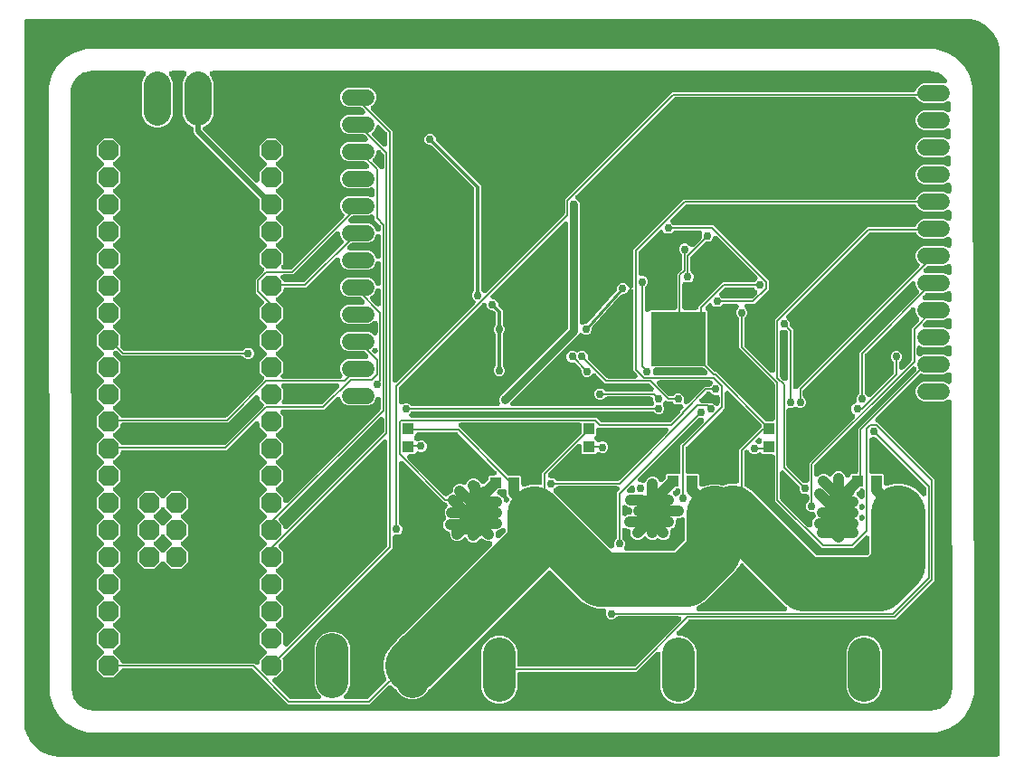
<source format=gbr>
G04 EAGLE Gerber RS-274X export*
G75*
%MOMM*%
%FSLAX34Y34*%
%LPD*%
%INBottom Copper*%
%IPPOS*%
%AMOC8*
5,1,8,0,0,1.08239X$1,22.5*%
G01*
%ADD10P,2.089446X8X202.500000*%
%ADD11C,0.812800*%
%ADD12R,5.080000X5.080000*%
%ADD13R,1.800000X3.200000*%
%ADD14R,1.100000X1.000000*%
%ADD15R,1.000000X1.100000*%
%ADD16C,3.009900*%
%ADD17C,1.524000*%
%ADD18C,2.552700*%
%ADD19C,5.080000*%
%ADD20C,1.016000*%
%ADD21C,0.152400*%
%ADD22C,0.756400*%
%ADD23C,0.762000*%
%ADD24C,0.304800*%
%ADD25C,0.508000*%
%ADD26C,0.254000*%

G36*
X876335Y-40636D02*
X876335Y-40636D01*
X876369Y-40638D01*
X876558Y-40616D01*
X876749Y-40599D01*
X876782Y-40590D01*
X876816Y-40586D01*
X876999Y-40531D01*
X877183Y-40481D01*
X877214Y-40466D01*
X877247Y-40456D01*
X877418Y-40369D01*
X877590Y-40287D01*
X877618Y-40267D01*
X877649Y-40252D01*
X877801Y-40136D01*
X877956Y-40025D01*
X877980Y-40000D01*
X878007Y-39980D01*
X878136Y-39840D01*
X878270Y-39703D01*
X878289Y-39674D01*
X878313Y-39648D01*
X878415Y-39487D01*
X878522Y-39330D01*
X878536Y-39298D01*
X878554Y-39269D01*
X878627Y-39092D01*
X878704Y-38918D01*
X878712Y-38884D01*
X878725Y-38852D01*
X878765Y-38665D01*
X878811Y-38480D01*
X878813Y-38446D01*
X878820Y-38412D01*
X878839Y-38100D01*
X878839Y617700D01*
X878834Y617759D01*
X878833Y617881D01*
X878527Y622151D01*
X878523Y622175D01*
X878523Y622200D01*
X878476Y622509D01*
X877566Y626692D01*
X877559Y626716D01*
X877555Y626740D01*
X877464Y627039D01*
X875968Y631050D01*
X875957Y631072D01*
X875950Y631096D01*
X875818Y631379D01*
X873766Y635136D01*
X873752Y635157D01*
X873742Y635180D01*
X873570Y635441D01*
X871005Y638868D01*
X870989Y638886D01*
X870975Y638907D01*
X870888Y639005D01*
X870856Y639048D01*
X870827Y639075D01*
X870768Y639141D01*
X867741Y642168D01*
X867722Y642184D01*
X867706Y642203D01*
X867468Y642405D01*
X864041Y644970D01*
X864020Y644984D01*
X864001Y645000D01*
X863736Y645166D01*
X859979Y647218D01*
X859956Y647228D01*
X859935Y647241D01*
X859650Y647368D01*
X855639Y648864D01*
X855615Y648871D01*
X855592Y648881D01*
X855292Y648966D01*
X851109Y649876D01*
X851084Y649879D01*
X851060Y649886D01*
X850751Y649927D01*
X846481Y650233D01*
X846422Y650232D01*
X846300Y650239D01*
X-31750Y650239D01*
X-31785Y650236D01*
X-31819Y650238D01*
X-32008Y650216D01*
X-32199Y650199D01*
X-32232Y650190D01*
X-32266Y650186D01*
X-32449Y650131D01*
X-32633Y650081D01*
X-32664Y650066D01*
X-32697Y650056D01*
X-32868Y649969D01*
X-33040Y649887D01*
X-33068Y649867D01*
X-33099Y649852D01*
X-33251Y649736D01*
X-33406Y649625D01*
X-33430Y649600D01*
X-33457Y649580D01*
X-33586Y649440D01*
X-33720Y649303D01*
X-33739Y649274D01*
X-33763Y649248D01*
X-33865Y649087D01*
X-33972Y648930D01*
X-33986Y648898D01*
X-34004Y648869D01*
X-34077Y648692D01*
X-34154Y648518D01*
X-34162Y648484D01*
X-34175Y648452D01*
X-34215Y648265D01*
X-34261Y648080D01*
X-34263Y648046D01*
X-34270Y648012D01*
X-34289Y647700D01*
X-34289Y-8100D01*
X-34284Y-8159D01*
X-34283Y-8281D01*
X-33977Y-12551D01*
X-33973Y-12575D01*
X-33973Y-12600D01*
X-33926Y-12909D01*
X-33016Y-17092D01*
X-33009Y-17116D01*
X-33005Y-17140D01*
X-32914Y-17439D01*
X-31418Y-21450D01*
X-31407Y-21472D01*
X-31400Y-21496D01*
X-31268Y-21779D01*
X-29216Y-25536D01*
X-29202Y-25557D01*
X-29192Y-25580D01*
X-29020Y-25841D01*
X-26455Y-29268D01*
X-26439Y-29286D01*
X-26425Y-29307D01*
X-26218Y-29541D01*
X-23191Y-32568D01*
X-23172Y-32584D01*
X-23156Y-32603D01*
X-22918Y-32805D01*
X-19491Y-35370D01*
X-19470Y-35384D01*
X-19451Y-35400D01*
X-19186Y-35566D01*
X-15429Y-37618D01*
X-15406Y-37628D01*
X-15385Y-37641D01*
X-15100Y-37768D01*
X-11089Y-39264D01*
X-11065Y-39271D01*
X-11042Y-39281D01*
X-10742Y-39366D01*
X-6559Y-40276D01*
X-6534Y-40279D01*
X-6510Y-40286D01*
X-6201Y-40327D01*
X-1931Y-40633D01*
X-1872Y-40632D01*
X-1750Y-40639D01*
X876300Y-40639D01*
X876335Y-40636D01*
G37*
%LPC*%
G36*
X29948Y-17781D02*
X29948Y-17781D01*
X27416Y-17781D01*
X27412Y-17780D01*
X24657Y-17780D01*
X14455Y-15049D01*
X5305Y-9774D01*
X-2170Y-2313D01*
X-7462Y6827D01*
X-10212Y17024D01*
X-10222Y22304D01*
X-10222Y22325D01*
X-10222Y22326D01*
X-11369Y581286D01*
X-11369Y581288D01*
X-11369Y581291D01*
X-11381Y586586D01*
X-8659Y596819D01*
X-3378Y605998D01*
X4102Y613494D01*
X13269Y618796D01*
X23497Y621541D01*
X810616Y621541D01*
X810619Y621541D01*
X813116Y621541D01*
X815664Y621541D01*
X815668Y621540D01*
X818423Y621540D01*
X828625Y618809D01*
X837775Y613534D01*
X845250Y606073D01*
X850542Y596933D01*
X853292Y586736D01*
X853302Y581455D01*
X853302Y581453D01*
X853302Y581450D01*
X854449Y22455D01*
X854449Y22454D01*
X854461Y17174D01*
X851739Y6940D01*
X846458Y-2238D01*
X838978Y-9734D01*
X829811Y-15036D01*
X819583Y-17781D01*
X32464Y-17781D01*
X32461Y-17781D01*
X29948Y-17781D01*
G37*
%LPD*%
G36*
X814345Y2546D02*
X814345Y2546D01*
X814455Y2546D01*
X816716Y2695D01*
X816808Y2709D01*
X816902Y2714D01*
X817107Y2755D01*
X817161Y2764D01*
X817179Y2770D01*
X817208Y2776D01*
X821576Y3948D01*
X821741Y4009D01*
X821909Y4063D01*
X821964Y4090D01*
X821999Y4103D01*
X822053Y4135D01*
X822189Y4202D01*
X826104Y6467D01*
X826248Y6568D01*
X826396Y6664D01*
X826442Y6704D01*
X826472Y6726D01*
X826516Y6771D01*
X826630Y6871D01*
X829825Y10073D01*
X829937Y10208D01*
X830056Y10339D01*
X830089Y10390D01*
X830113Y10418D01*
X830144Y10473D01*
X830228Y10600D01*
X832483Y14520D01*
X832557Y14680D01*
X832638Y14837D01*
X832657Y14895D01*
X832673Y14928D01*
X832688Y14989D01*
X832736Y15134D01*
X833899Y19504D01*
X833915Y19596D01*
X833940Y19686D01*
X833966Y19894D01*
X833976Y19948D01*
X833975Y19967D01*
X833979Y19996D01*
X834123Y22258D01*
X834121Y22314D01*
X834128Y22424D01*
X834122Y24944D01*
X834122Y24951D01*
X833576Y291278D01*
X833564Y291405D01*
X833563Y291533D01*
X833544Y291629D01*
X833535Y291727D01*
X833501Y291850D01*
X833477Y291975D01*
X833442Y292066D01*
X833416Y292161D01*
X833361Y292276D01*
X833315Y292395D01*
X833264Y292479D01*
X833222Y292567D01*
X833147Y292671D01*
X833081Y292780D01*
X833016Y292853D01*
X832959Y292933D01*
X832867Y293021D01*
X832783Y293117D01*
X832706Y293178D01*
X832635Y293246D01*
X832530Y293317D01*
X832430Y293396D01*
X832343Y293443D01*
X832262Y293497D01*
X832145Y293549D01*
X832033Y293609D01*
X831939Y293639D01*
X831850Y293679D01*
X831726Y293709D01*
X831604Y293748D01*
X831507Y293762D01*
X831412Y293785D01*
X831285Y293792D01*
X831158Y293809D01*
X831060Y293805D01*
X830962Y293811D01*
X830836Y293796D01*
X830708Y293791D01*
X830613Y293770D01*
X830515Y293758D01*
X830393Y293721D01*
X830269Y293693D01*
X830178Y293656D01*
X830085Y293627D01*
X829971Y293569D01*
X829853Y293520D01*
X829771Y293467D01*
X829684Y293422D01*
X829582Y293345D01*
X829475Y293275D01*
X829452Y293255D01*
X826049Y291845D01*
X807171Y291845D01*
X803810Y293237D01*
X801237Y295810D01*
X799845Y299171D01*
X799845Y302809D01*
X801237Y306170D01*
X803810Y308743D01*
X807171Y310135D01*
X826049Y310135D01*
X829491Y308709D01*
X829546Y308663D01*
X829662Y308597D01*
X829772Y308523D01*
X829857Y308485D01*
X829937Y308439D01*
X830063Y308395D01*
X830184Y308341D01*
X830274Y308319D01*
X830362Y308288D01*
X830493Y308267D01*
X830622Y308235D01*
X830714Y308230D01*
X830806Y308215D01*
X830939Y308217D01*
X831071Y308209D01*
X831163Y308220D01*
X831256Y308221D01*
X831386Y308246D01*
X831518Y308262D01*
X831607Y308289D01*
X831698Y308306D01*
X831822Y308354D01*
X831949Y308393D01*
X832031Y308435D01*
X832118Y308469D01*
X832232Y308538D01*
X832350Y308598D01*
X832423Y308654D01*
X832503Y308702D01*
X832602Y308790D01*
X832708Y308871D01*
X832771Y308939D01*
X832840Y309001D01*
X832923Y309105D01*
X833012Y309203D01*
X833062Y309281D01*
X833120Y309354D01*
X833183Y309471D01*
X833254Y309583D01*
X833289Y309669D01*
X833332Y309751D01*
X833374Y309877D01*
X833424Y310000D01*
X833443Y310090D01*
X833472Y310179D01*
X833490Y310310D01*
X833517Y310440D01*
X833525Y310565D01*
X833533Y310625D01*
X833531Y310671D01*
X833536Y310752D01*
X833524Y316626D01*
X833512Y316753D01*
X833511Y316881D01*
X833492Y316977D01*
X833483Y317075D01*
X833449Y317198D01*
X833425Y317323D01*
X833390Y317414D01*
X833364Y317509D01*
X833309Y317624D01*
X833263Y317743D01*
X833212Y317827D01*
X833170Y317915D01*
X833095Y318019D01*
X833029Y318128D01*
X832964Y318201D01*
X832907Y318281D01*
X832815Y318369D01*
X832731Y318465D01*
X832654Y318526D01*
X832583Y318594D01*
X832478Y318665D01*
X832377Y318744D01*
X832291Y318791D01*
X832210Y318845D01*
X832093Y318897D01*
X831981Y318957D01*
X831887Y318987D01*
X831798Y319027D01*
X831674Y319057D01*
X831552Y319096D01*
X831455Y319109D01*
X831360Y319133D01*
X831233Y319140D01*
X831106Y319157D01*
X831008Y319153D01*
X830910Y319159D01*
X830784Y319144D01*
X830656Y319139D01*
X830561Y319118D01*
X830463Y319106D01*
X830341Y319069D01*
X830217Y319041D01*
X830126Y319004D01*
X830033Y318975D01*
X829919Y318917D01*
X829801Y318868D01*
X829719Y318815D01*
X829632Y318770D01*
X829530Y318693D01*
X829507Y318678D01*
X826049Y317245D01*
X807171Y317245D01*
X806204Y317646D01*
X806002Y317709D01*
X805800Y317775D01*
X805788Y317776D01*
X805775Y317780D01*
X805563Y317807D01*
X805354Y317836D01*
X805341Y317836D01*
X805328Y317837D01*
X805117Y317826D01*
X804905Y317818D01*
X804891Y317815D01*
X804878Y317814D01*
X804673Y317766D01*
X804465Y317720D01*
X804453Y317715D01*
X804440Y317712D01*
X804246Y317629D01*
X804049Y317546D01*
X804038Y317539D01*
X804026Y317534D01*
X803851Y317418D01*
X803671Y317302D01*
X803659Y317292D01*
X803651Y317286D01*
X803622Y317259D01*
X803437Y317095D01*
X762711Y276370D01*
X762628Y276270D01*
X762537Y276177D01*
X762484Y276097D01*
X762422Y276024D01*
X762358Y275911D01*
X762285Y275804D01*
X762247Y275716D01*
X762199Y275633D01*
X762156Y275511D01*
X762103Y275392D01*
X762080Y275299D01*
X762048Y275209D01*
X762027Y275080D01*
X761996Y274954D01*
X761990Y274859D01*
X761975Y274765D01*
X761977Y274634D01*
X761969Y274505D01*
X761980Y274410D01*
X761981Y274314D01*
X762006Y274187D01*
X762021Y274058D01*
X762048Y273966D01*
X762067Y273872D01*
X762113Y273751D01*
X762151Y273627D01*
X762194Y273542D01*
X762229Y273452D01*
X762296Y273341D01*
X762355Y273225D01*
X762413Y273149D01*
X762463Y273068D01*
X762549Y272970D01*
X762627Y272867D01*
X762698Y272802D01*
X762761Y272730D01*
X762863Y272650D01*
X762958Y272561D01*
X763039Y272510D01*
X763114Y272451D01*
X763228Y272390D01*
X763338Y272320D01*
X763427Y272283D01*
X763511Y272238D01*
X763635Y272198D01*
X763755Y272149D01*
X763848Y272129D01*
X763939Y272099D01*
X764068Y272081D01*
X764195Y272054D01*
X764325Y272046D01*
X764385Y272038D01*
X764430Y272039D01*
X764469Y272037D01*
X817627Y218879D01*
X817627Y124021D01*
X781235Y87629D01*
X588739Y87629D01*
X588575Y87615D01*
X588411Y87608D01*
X588351Y87595D01*
X588290Y87589D01*
X588132Y87546D01*
X587971Y87510D01*
X587915Y87487D01*
X587856Y87471D01*
X587708Y87400D01*
X587556Y87337D01*
X587504Y87304D01*
X587449Y87277D01*
X587316Y87182D01*
X587178Y87092D01*
X587120Y87041D01*
X587083Y87015D01*
X587041Y86972D01*
X586943Y86886D01*
X576656Y76599D01*
X576573Y76499D01*
X576482Y76406D01*
X576429Y76326D01*
X576367Y76253D01*
X576303Y76140D01*
X576230Y76033D01*
X576192Y75945D01*
X576144Y75862D01*
X576101Y75740D01*
X576048Y75621D01*
X576025Y75528D01*
X575993Y75438D01*
X575972Y75310D01*
X575941Y75183D01*
X575935Y75088D01*
X575920Y74994D01*
X575922Y74864D01*
X575914Y74734D01*
X575925Y74639D01*
X575926Y74543D01*
X575951Y74416D01*
X575966Y74287D01*
X575993Y74195D01*
X576012Y74101D01*
X576058Y73980D01*
X576096Y73856D01*
X576139Y73771D01*
X576174Y73681D01*
X576241Y73570D01*
X576300Y73454D01*
X576358Y73378D01*
X576408Y73297D01*
X576494Y73199D01*
X576572Y73096D01*
X576643Y73031D01*
X576706Y72959D01*
X576808Y72879D01*
X576903Y72790D01*
X576984Y72739D01*
X577059Y72680D01*
X577174Y72619D01*
X577283Y72549D01*
X577372Y72512D01*
X577456Y72467D01*
X577580Y72427D01*
X577700Y72378D01*
X577793Y72358D01*
X577884Y72328D01*
X578013Y72310D01*
X578140Y72283D01*
X578270Y72275D01*
X578330Y72267D01*
X578375Y72268D01*
X578452Y72264D01*
X581147Y72264D01*
X587239Y69740D01*
X591901Y65078D01*
X594424Y58986D01*
X594424Y22294D01*
X591901Y16202D01*
X587239Y11540D01*
X581147Y9016D01*
X574553Y9016D01*
X568461Y11540D01*
X563799Y16202D01*
X561276Y22294D01*
X561276Y55088D01*
X561264Y55217D01*
X561262Y55347D01*
X561244Y55441D01*
X561236Y55536D01*
X561202Y55662D01*
X561177Y55789D01*
X561142Y55878D01*
X561117Y55970D01*
X561062Y56088D01*
X561015Y56209D01*
X560965Y56291D01*
X560924Y56377D01*
X560848Y56483D01*
X560781Y56594D01*
X560717Y56665D01*
X560662Y56743D01*
X560568Y56834D01*
X560483Y56931D01*
X560408Y56990D01*
X560339Y57057D01*
X560231Y57130D01*
X560129Y57211D01*
X560045Y57256D01*
X559966Y57309D01*
X559847Y57362D01*
X559733Y57423D01*
X559642Y57453D01*
X559554Y57492D01*
X559428Y57522D01*
X559304Y57563D01*
X559210Y57576D01*
X559117Y57598D01*
X558987Y57606D01*
X558858Y57624D01*
X558763Y57620D01*
X558667Y57626D01*
X558538Y57611D01*
X558408Y57606D01*
X558315Y57585D01*
X558220Y57574D01*
X558096Y57536D01*
X557969Y57508D01*
X557881Y57471D01*
X557789Y57444D01*
X557673Y57385D01*
X557553Y57334D01*
X557473Y57282D01*
X557388Y57239D01*
X557284Y57161D01*
X557175Y57090D01*
X557078Y57004D01*
X557029Y56967D01*
X556999Y56934D01*
X556941Y56883D01*
X538919Y38861D01*
X429323Y38861D01*
X429289Y38858D01*
X429254Y38860D01*
X429065Y38838D01*
X428875Y38821D01*
X428842Y38812D01*
X428807Y38808D01*
X428624Y38753D01*
X428441Y38703D01*
X428409Y38688D01*
X428376Y38678D01*
X428206Y38591D01*
X428034Y38509D01*
X428006Y38489D01*
X427975Y38474D01*
X427823Y38358D01*
X427668Y38247D01*
X427644Y38222D01*
X427616Y38202D01*
X427487Y38062D01*
X427354Y37925D01*
X427334Y37896D01*
X427311Y37870D01*
X427208Y37709D01*
X427102Y37552D01*
X427088Y37520D01*
X427069Y37491D01*
X426997Y37314D01*
X426920Y37140D01*
X426911Y37106D01*
X426898Y37074D01*
X426858Y36887D01*
X426813Y36702D01*
X426811Y36668D01*
X426803Y36634D01*
X426784Y36322D01*
X426784Y22294D01*
X424261Y16202D01*
X419599Y11540D01*
X413507Y9016D01*
X406913Y9016D01*
X400821Y11540D01*
X396159Y16202D01*
X393636Y22294D01*
X393636Y58986D01*
X396159Y65078D01*
X400821Y69740D01*
X406913Y72264D01*
X413507Y72264D01*
X419599Y69740D01*
X424261Y65078D01*
X426784Y58986D01*
X426784Y45974D01*
X426787Y45939D01*
X426785Y45905D01*
X426807Y45716D01*
X426824Y45525D01*
X426833Y45492D01*
X426837Y45458D01*
X426893Y45275D01*
X426943Y45091D01*
X426957Y45060D01*
X426968Y45027D01*
X427054Y44856D01*
X427136Y44684D01*
X427156Y44656D01*
X427172Y44625D01*
X427287Y44473D01*
X427398Y44318D01*
X427423Y44294D01*
X427444Y44267D01*
X427584Y44138D01*
X427721Y44004D01*
X427750Y43985D01*
X427775Y43961D01*
X427936Y43859D01*
X428094Y43752D01*
X428126Y43738D01*
X428155Y43720D01*
X428331Y43647D01*
X428506Y43570D01*
X428539Y43562D01*
X428571Y43549D01*
X428758Y43509D01*
X428943Y43463D01*
X428978Y43461D01*
X429012Y43454D01*
X429323Y43435D01*
X535973Y43435D01*
X536137Y43449D01*
X536301Y43456D01*
X536361Y43469D01*
X536422Y43475D01*
X536580Y43518D01*
X536741Y43554D01*
X536797Y43577D01*
X536856Y43593D01*
X537004Y43664D01*
X537156Y43727D01*
X537208Y43760D01*
X537263Y43787D01*
X537396Y43882D01*
X537534Y43972D01*
X537592Y44023D01*
X537629Y44049D01*
X537671Y44092D01*
X537769Y44178D01*
X579933Y86342D01*
X580016Y86442D01*
X580107Y86535D01*
X580160Y86615D01*
X580222Y86688D01*
X580286Y86801D01*
X580359Y86908D01*
X580397Y86996D01*
X580445Y87079D01*
X580488Y87201D01*
X580541Y87320D01*
X580564Y87413D01*
X580596Y87503D01*
X580617Y87632D01*
X580648Y87758D01*
X580654Y87853D01*
X580669Y87947D01*
X580667Y88078D01*
X580675Y88207D01*
X580664Y88302D01*
X580663Y88398D01*
X580638Y88525D01*
X580623Y88654D01*
X580596Y88746D01*
X580577Y88840D01*
X580531Y88961D01*
X580493Y89085D01*
X580450Y89170D01*
X580415Y89260D01*
X580348Y89371D01*
X580289Y89487D01*
X580231Y89563D01*
X580181Y89644D01*
X580095Y89742D01*
X580017Y89845D01*
X579946Y89910D01*
X579883Y89982D01*
X579781Y90062D01*
X579686Y90151D01*
X579605Y90202D01*
X579530Y90261D01*
X579415Y90322D01*
X579306Y90392D01*
X579217Y90429D01*
X579133Y90474D01*
X579009Y90514D01*
X578889Y90563D01*
X578796Y90583D01*
X578705Y90613D01*
X578576Y90631D01*
X578449Y90658D01*
X578319Y90666D01*
X578259Y90674D01*
X578214Y90673D01*
X578137Y90677D01*
X521382Y90677D01*
X521218Y90663D01*
X521054Y90656D01*
X520994Y90643D01*
X520933Y90637D01*
X520775Y90594D01*
X520614Y90558D01*
X520558Y90535D01*
X520499Y90519D01*
X520351Y90448D01*
X520199Y90385D01*
X520147Y90352D01*
X520092Y90325D01*
X519959Y90230D01*
X519821Y90140D01*
X519763Y90089D01*
X519726Y90063D01*
X519684Y90020D01*
X519586Y89934D01*
X518118Y88465D01*
X516168Y87657D01*
X514056Y87657D01*
X512106Y88465D01*
X510613Y89958D01*
X509805Y91908D01*
X509805Y94020D01*
X510070Y94659D01*
X510095Y94738D01*
X510128Y94813D01*
X510162Y94953D01*
X510205Y95089D01*
X510215Y95171D01*
X510235Y95251D01*
X510244Y95393D01*
X510262Y95536D01*
X510258Y95618D01*
X510263Y95700D01*
X510246Y95842D01*
X510239Y95985D01*
X510220Y96065D01*
X510211Y96147D01*
X510169Y96285D01*
X510137Y96424D01*
X510104Y96499D01*
X510080Y96578D01*
X510015Y96706D01*
X509959Y96837D01*
X509913Y96906D01*
X509876Y96980D01*
X509790Y97093D01*
X509710Y97213D01*
X509654Y97273D01*
X509604Y97338D01*
X509499Y97435D01*
X509400Y97539D01*
X509333Y97588D01*
X509273Y97644D01*
X509152Y97720D01*
X509036Y97805D01*
X508962Y97841D01*
X508893Y97885D01*
X508760Y97940D01*
X508632Y98003D01*
X508553Y98025D01*
X508476Y98056D01*
X508336Y98086D01*
X508199Y98126D01*
X508117Y98134D01*
X508036Y98151D01*
X507790Y98166D01*
X507751Y98170D01*
X507740Y98169D01*
X507724Y98170D01*
X501340Y98170D01*
X494493Y100005D01*
X488353Y103550D01*
X459026Y132877D01*
X458999Y132900D01*
X458976Y132925D01*
X458827Y133043D01*
X458680Y133166D01*
X458650Y133183D01*
X458623Y133205D01*
X458455Y133295D01*
X458289Y133389D01*
X458257Y133401D01*
X458226Y133417D01*
X458045Y133476D01*
X457865Y133540D01*
X457831Y133546D01*
X457798Y133557D01*
X457609Y133583D01*
X457421Y133614D01*
X457386Y133613D01*
X457352Y133618D01*
X457161Y133610D01*
X456970Y133608D01*
X456936Y133601D01*
X456902Y133600D01*
X456716Y133558D01*
X456528Y133522D01*
X456496Y133510D01*
X456462Y133502D01*
X456286Y133429D01*
X456108Y133360D01*
X456079Y133342D01*
X456047Y133328D01*
X455887Y133225D01*
X455724Y133126D01*
X455698Y133103D01*
X455669Y133084D01*
X455434Y132877D01*
X345462Y22905D01*
X344522Y22362D01*
X344331Y22228D01*
X344157Y22106D01*
X344155Y22104D01*
X344154Y22104D01*
X343996Y21944D01*
X343839Y21786D01*
X343838Y21785D01*
X343837Y21784D01*
X343712Y21602D01*
X343583Y21416D01*
X343582Y21414D01*
X343582Y21413D01*
X343579Y21407D01*
X343446Y21135D01*
X342981Y20012D01*
X338319Y15350D01*
X332227Y12826D01*
X325633Y12826D01*
X319541Y15350D01*
X314879Y20012D01*
X314414Y21135D01*
X314310Y21334D01*
X314207Y21531D01*
X314206Y21533D01*
X314205Y21534D01*
X314074Y21703D01*
X313932Y21888D01*
X313931Y21889D01*
X313930Y21890D01*
X313762Y22041D01*
X313598Y22190D01*
X313596Y22191D01*
X313595Y22192D01*
X313589Y22196D01*
X313338Y22362D01*
X312398Y22905D01*
X309748Y25555D01*
X309721Y25577D01*
X309698Y25603D01*
X309549Y25721D01*
X309402Y25844D01*
X309372Y25861D01*
X309345Y25882D01*
X309177Y25973D01*
X309012Y26067D01*
X308979Y26079D01*
X308948Y26095D01*
X308767Y26154D01*
X308587Y26218D01*
X308553Y26224D01*
X308520Y26234D01*
X308331Y26260D01*
X308143Y26291D01*
X308109Y26291D01*
X308074Y26296D01*
X307883Y26288D01*
X307693Y26285D01*
X307659Y26279D01*
X307624Y26277D01*
X307438Y26236D01*
X307251Y26200D01*
X307218Y26187D01*
X307185Y26180D01*
X307008Y26106D01*
X306831Y26037D01*
X306801Y26020D01*
X306769Y26006D01*
X306609Y25902D01*
X306446Y25804D01*
X306420Y25781D01*
X306391Y25762D01*
X306157Y25555D01*
X288983Y8381D01*
X212413Y8381D01*
X179629Y41166D01*
X179502Y41271D01*
X179381Y41383D01*
X179330Y41415D01*
X179283Y41454D01*
X179140Y41536D01*
X179002Y41624D01*
X178945Y41648D01*
X178892Y41678D01*
X178737Y41733D01*
X178585Y41795D01*
X178525Y41808D01*
X178468Y41829D01*
X178306Y41855D01*
X178145Y41890D01*
X178068Y41895D01*
X178024Y41902D01*
X177963Y41901D01*
X177833Y41909D01*
X58166Y41909D01*
X58131Y41906D01*
X58097Y41908D01*
X57908Y41886D01*
X57717Y41869D01*
X57684Y41860D01*
X57650Y41856D01*
X57467Y41801D01*
X57283Y41751D01*
X57252Y41736D01*
X57219Y41726D01*
X57048Y41639D01*
X56876Y41557D01*
X56848Y41537D01*
X56817Y41522D01*
X56665Y41406D01*
X56510Y41295D01*
X56486Y41270D01*
X56459Y41250D01*
X56330Y41110D01*
X56196Y40973D01*
X56177Y40944D01*
X56153Y40918D01*
X56051Y40757D01*
X55944Y40600D01*
X55930Y40568D01*
X55912Y40539D01*
X55839Y40362D01*
X55762Y40188D01*
X55754Y40154D01*
X55741Y40122D01*
X55701Y39935D01*
X55687Y39881D01*
X49080Y33273D01*
X39820Y33273D01*
X33273Y39820D01*
X33273Y49080D01*
X39548Y55354D01*
X39571Y55381D01*
X39596Y55404D01*
X39714Y55553D01*
X39837Y55700D01*
X39854Y55730D01*
X39876Y55757D01*
X39966Y55925D01*
X40060Y56091D01*
X40072Y56123D01*
X40088Y56154D01*
X40147Y56335D01*
X40211Y56515D01*
X40217Y56549D01*
X40228Y56582D01*
X40254Y56771D01*
X40285Y56959D01*
X40284Y56994D01*
X40289Y57028D01*
X40281Y57219D01*
X40279Y57409D01*
X40272Y57444D01*
X40271Y57478D01*
X40229Y57664D01*
X40193Y57852D01*
X40181Y57884D01*
X40173Y57918D01*
X40100Y58094D01*
X40031Y58272D01*
X40013Y58301D01*
X39999Y58333D01*
X39896Y58493D01*
X39797Y58656D01*
X39774Y58682D01*
X39755Y58711D01*
X39548Y58946D01*
X33273Y65220D01*
X33273Y74480D01*
X39548Y80754D01*
X39571Y80781D01*
X39596Y80804D01*
X39714Y80953D01*
X39837Y81100D01*
X39854Y81130D01*
X39876Y81157D01*
X39966Y81325D01*
X40060Y81491D01*
X40072Y81523D01*
X40088Y81554D01*
X40147Y81735D01*
X40211Y81915D01*
X40217Y81949D01*
X40228Y81982D01*
X40254Y82171D01*
X40285Y82359D01*
X40284Y82394D01*
X40289Y82428D01*
X40281Y82619D01*
X40279Y82809D01*
X40272Y82844D01*
X40271Y82878D01*
X40229Y83064D01*
X40193Y83252D01*
X40181Y83284D01*
X40173Y83318D01*
X40100Y83494D01*
X40031Y83672D01*
X40013Y83701D01*
X39999Y83733D01*
X39896Y83893D01*
X39797Y84056D01*
X39774Y84082D01*
X39755Y84111D01*
X39548Y84346D01*
X33273Y90620D01*
X33273Y99880D01*
X39548Y106154D01*
X39571Y106181D01*
X39596Y106204D01*
X39714Y106353D01*
X39837Y106500D01*
X39854Y106530D01*
X39876Y106557D01*
X39966Y106725D01*
X40060Y106891D01*
X40072Y106923D01*
X40088Y106954D01*
X40147Y107135D01*
X40211Y107315D01*
X40217Y107349D01*
X40228Y107382D01*
X40254Y107571D01*
X40285Y107759D01*
X40284Y107794D01*
X40289Y107828D01*
X40281Y108019D01*
X40279Y108209D01*
X40272Y108244D01*
X40271Y108278D01*
X40229Y108464D01*
X40193Y108652D01*
X40181Y108684D01*
X40173Y108718D01*
X40100Y108894D01*
X40031Y109072D01*
X40013Y109101D01*
X39999Y109133D01*
X39896Y109293D01*
X39797Y109456D01*
X39774Y109482D01*
X39755Y109511D01*
X39548Y109746D01*
X33273Y116020D01*
X33273Y125280D01*
X39548Y131554D01*
X39571Y131581D01*
X39596Y131604D01*
X39714Y131753D01*
X39837Y131900D01*
X39854Y131930D01*
X39876Y131957D01*
X39966Y132125D01*
X40060Y132291D01*
X40072Y132323D01*
X40088Y132354D01*
X40147Y132535D01*
X40211Y132715D01*
X40217Y132749D01*
X40228Y132782D01*
X40254Y132971D01*
X40285Y133159D01*
X40284Y133194D01*
X40289Y133228D01*
X40281Y133419D01*
X40279Y133609D01*
X40272Y133644D01*
X40271Y133678D01*
X40229Y133864D01*
X40193Y134052D01*
X40181Y134084D01*
X40173Y134118D01*
X40100Y134294D01*
X40031Y134472D01*
X40013Y134501D01*
X39999Y134533D01*
X39896Y134693D01*
X39797Y134856D01*
X39774Y134882D01*
X39755Y134911D01*
X39548Y135146D01*
X33273Y141420D01*
X33273Y150680D01*
X39548Y156954D01*
X39571Y156981D01*
X39596Y157004D01*
X39714Y157153D01*
X39837Y157300D01*
X39854Y157330D01*
X39876Y157357D01*
X39966Y157525D01*
X40060Y157691D01*
X40072Y157723D01*
X40088Y157754D01*
X40147Y157935D01*
X40211Y158115D01*
X40217Y158149D01*
X40228Y158182D01*
X40254Y158371D01*
X40285Y158559D01*
X40284Y158594D01*
X40289Y158628D01*
X40281Y158819D01*
X40279Y159009D01*
X40272Y159044D01*
X40271Y159078D01*
X40229Y159264D01*
X40193Y159452D01*
X40181Y159484D01*
X40173Y159518D01*
X40100Y159694D01*
X40031Y159872D01*
X40013Y159901D01*
X39999Y159933D01*
X39896Y160093D01*
X39797Y160256D01*
X39774Y160282D01*
X39755Y160311D01*
X39548Y160546D01*
X33273Y166820D01*
X33273Y176080D01*
X39548Y182354D01*
X39571Y182381D01*
X39596Y182404D01*
X39714Y182553D01*
X39837Y182700D01*
X39854Y182730D01*
X39876Y182757D01*
X39966Y182925D01*
X40060Y183091D01*
X40072Y183123D01*
X40088Y183154D01*
X40147Y183335D01*
X40211Y183515D01*
X40217Y183549D01*
X40228Y183582D01*
X40254Y183771D01*
X40285Y183959D01*
X40284Y183994D01*
X40289Y184028D01*
X40281Y184219D01*
X40279Y184409D01*
X40272Y184444D01*
X40271Y184478D01*
X40229Y184664D01*
X40193Y184852D01*
X40181Y184884D01*
X40173Y184918D01*
X40100Y185094D01*
X40031Y185272D01*
X40013Y185301D01*
X39999Y185333D01*
X39896Y185493D01*
X39797Y185656D01*
X39774Y185682D01*
X39755Y185711D01*
X39548Y185946D01*
X33273Y192220D01*
X33273Y201480D01*
X39548Y207754D01*
X39571Y207781D01*
X39596Y207804D01*
X39714Y207953D01*
X39837Y208100D01*
X39854Y208130D01*
X39876Y208157D01*
X39966Y208325D01*
X40060Y208491D01*
X40072Y208523D01*
X40088Y208554D01*
X40147Y208735D01*
X40211Y208915D01*
X40217Y208949D01*
X40228Y208982D01*
X40254Y209171D01*
X40285Y209359D01*
X40284Y209394D01*
X40289Y209428D01*
X40281Y209619D01*
X40279Y209809D01*
X40272Y209844D01*
X40271Y209878D01*
X40229Y210064D01*
X40193Y210252D01*
X40181Y210284D01*
X40173Y210318D01*
X40100Y210494D01*
X40031Y210672D01*
X40013Y210701D01*
X39999Y210733D01*
X39896Y210893D01*
X39797Y211056D01*
X39774Y211082D01*
X39755Y211111D01*
X39548Y211346D01*
X33273Y217620D01*
X33273Y226880D01*
X39548Y233154D01*
X39571Y233181D01*
X39596Y233204D01*
X39714Y233353D01*
X39837Y233500D01*
X39854Y233530D01*
X39876Y233557D01*
X39966Y233725D01*
X40060Y233891D01*
X40072Y233923D01*
X40088Y233954D01*
X40147Y234135D01*
X40211Y234315D01*
X40217Y234349D01*
X40228Y234382D01*
X40254Y234571D01*
X40285Y234759D01*
X40284Y234794D01*
X40289Y234828D01*
X40281Y235019D01*
X40279Y235209D01*
X40272Y235244D01*
X40271Y235278D01*
X40229Y235464D01*
X40193Y235652D01*
X40181Y235684D01*
X40173Y235718D01*
X40100Y235894D01*
X40031Y236072D01*
X40013Y236101D01*
X39999Y236133D01*
X39896Y236293D01*
X39797Y236456D01*
X39774Y236482D01*
X39755Y236511D01*
X39548Y236746D01*
X33273Y243020D01*
X33273Y252280D01*
X39548Y258554D01*
X39571Y258581D01*
X39596Y258604D01*
X39714Y258753D01*
X39837Y258900D01*
X39854Y258930D01*
X39876Y258957D01*
X39966Y259125D01*
X40060Y259291D01*
X40072Y259323D01*
X40088Y259354D01*
X40147Y259535D01*
X40211Y259715D01*
X40217Y259749D01*
X40228Y259782D01*
X40254Y259971D01*
X40285Y260159D01*
X40284Y260194D01*
X40289Y260228D01*
X40281Y260419D01*
X40279Y260609D01*
X40272Y260644D01*
X40271Y260678D01*
X40229Y260864D01*
X40193Y261052D01*
X40181Y261084D01*
X40173Y261118D01*
X40100Y261294D01*
X40031Y261472D01*
X40013Y261501D01*
X39999Y261533D01*
X39896Y261693D01*
X39797Y261856D01*
X39774Y261882D01*
X39755Y261911D01*
X39548Y262146D01*
X33273Y268420D01*
X33273Y277680D01*
X39548Y283954D01*
X39571Y283981D01*
X39596Y284004D01*
X39714Y284153D01*
X39837Y284300D01*
X39854Y284330D01*
X39876Y284357D01*
X39966Y284525D01*
X40060Y284691D01*
X40072Y284723D01*
X40088Y284754D01*
X40147Y284935D01*
X40211Y285115D01*
X40217Y285149D01*
X40228Y285182D01*
X40254Y285371D01*
X40285Y285559D01*
X40284Y285594D01*
X40289Y285628D01*
X40281Y285819D01*
X40279Y286009D01*
X40272Y286044D01*
X40271Y286078D01*
X40229Y286264D01*
X40193Y286452D01*
X40181Y286484D01*
X40173Y286518D01*
X40100Y286694D01*
X40031Y286872D01*
X40013Y286901D01*
X39999Y286933D01*
X39896Y287093D01*
X39797Y287256D01*
X39774Y287282D01*
X39755Y287311D01*
X39548Y287546D01*
X33273Y293820D01*
X33273Y303080D01*
X39548Y309354D01*
X39571Y309381D01*
X39596Y309404D01*
X39714Y309553D01*
X39837Y309700D01*
X39854Y309730D01*
X39876Y309757D01*
X39966Y309925D01*
X40060Y310091D01*
X40072Y310123D01*
X40088Y310154D01*
X40147Y310335D01*
X40211Y310515D01*
X40217Y310549D01*
X40228Y310582D01*
X40254Y310771D01*
X40285Y310959D01*
X40284Y310994D01*
X40289Y311028D01*
X40281Y311219D01*
X40279Y311409D01*
X40272Y311444D01*
X40271Y311478D01*
X40229Y311664D01*
X40193Y311852D01*
X40181Y311884D01*
X40173Y311918D01*
X40100Y312094D01*
X40031Y312272D01*
X40013Y312301D01*
X39999Y312333D01*
X39896Y312493D01*
X39797Y312656D01*
X39774Y312682D01*
X39755Y312711D01*
X39548Y312946D01*
X33273Y319220D01*
X33273Y328480D01*
X39548Y334754D01*
X39571Y334781D01*
X39596Y334804D01*
X39714Y334953D01*
X39837Y335100D01*
X39854Y335130D01*
X39876Y335157D01*
X39966Y335325D01*
X40060Y335491D01*
X40072Y335523D01*
X40088Y335554D01*
X40147Y335735D01*
X40211Y335915D01*
X40217Y335949D01*
X40228Y335982D01*
X40254Y336171D01*
X40285Y336359D01*
X40284Y336394D01*
X40289Y336428D01*
X40281Y336619D01*
X40279Y336809D01*
X40272Y336844D01*
X40271Y336878D01*
X40229Y337064D01*
X40193Y337252D01*
X40181Y337284D01*
X40173Y337318D01*
X40100Y337494D01*
X40031Y337672D01*
X40013Y337701D01*
X39999Y337733D01*
X39896Y337893D01*
X39797Y338056D01*
X39774Y338082D01*
X39755Y338111D01*
X39548Y338346D01*
X33273Y344620D01*
X33273Y353880D01*
X39548Y360154D01*
X39571Y360181D01*
X39596Y360204D01*
X39714Y360353D01*
X39837Y360500D01*
X39854Y360530D01*
X39876Y360557D01*
X39966Y360725D01*
X40060Y360891D01*
X40072Y360923D01*
X40088Y360954D01*
X40147Y361135D01*
X40211Y361315D01*
X40217Y361349D01*
X40228Y361382D01*
X40254Y361571D01*
X40285Y361759D01*
X40284Y361794D01*
X40289Y361828D01*
X40281Y362019D01*
X40279Y362210D01*
X40272Y362244D01*
X40271Y362278D01*
X40229Y362464D01*
X40193Y362652D01*
X40181Y362684D01*
X40173Y362718D01*
X40100Y362893D01*
X40031Y363072D01*
X40013Y363101D01*
X39999Y363133D01*
X39896Y363293D01*
X39797Y363456D01*
X39774Y363482D01*
X39755Y363511D01*
X39548Y363746D01*
X33273Y370020D01*
X33273Y379280D01*
X39548Y385554D01*
X39571Y385581D01*
X39596Y385604D01*
X39714Y385753D01*
X39837Y385900D01*
X39854Y385930D01*
X39876Y385957D01*
X39966Y386125D01*
X40060Y386291D01*
X40072Y386323D01*
X40088Y386354D01*
X40147Y386535D01*
X40211Y386715D01*
X40217Y386749D01*
X40228Y386782D01*
X40254Y386971D01*
X40285Y387159D01*
X40284Y387194D01*
X40289Y387228D01*
X40281Y387419D01*
X40279Y387609D01*
X40272Y387644D01*
X40271Y387678D01*
X40229Y387864D01*
X40193Y388052D01*
X40181Y388084D01*
X40173Y388118D01*
X40100Y388294D01*
X40031Y388472D01*
X40013Y388501D01*
X39999Y388533D01*
X39896Y388693D01*
X39797Y388856D01*
X39774Y388882D01*
X39755Y388911D01*
X39548Y389146D01*
X33273Y395420D01*
X33273Y404680D01*
X39548Y410954D01*
X39571Y410981D01*
X39596Y411004D01*
X39714Y411153D01*
X39837Y411300D01*
X39854Y411330D01*
X39876Y411357D01*
X39966Y411525D01*
X40060Y411691D01*
X40072Y411723D01*
X40088Y411754D01*
X40147Y411935D01*
X40211Y412115D01*
X40217Y412149D01*
X40228Y412182D01*
X40254Y412371D01*
X40285Y412559D01*
X40284Y412594D01*
X40289Y412628D01*
X40281Y412819D01*
X40279Y413009D01*
X40272Y413044D01*
X40271Y413078D01*
X40229Y413264D01*
X40193Y413452D01*
X40181Y413484D01*
X40173Y413518D01*
X40100Y413694D01*
X40031Y413872D01*
X40013Y413901D01*
X39999Y413933D01*
X39896Y414093D01*
X39797Y414256D01*
X39774Y414282D01*
X39755Y414311D01*
X39548Y414546D01*
X33273Y420820D01*
X33273Y430080D01*
X39548Y436354D01*
X39571Y436381D01*
X39596Y436404D01*
X39714Y436553D01*
X39837Y436700D01*
X39854Y436730D01*
X39876Y436757D01*
X39966Y436925D01*
X40060Y437091D01*
X40072Y437123D01*
X40088Y437154D01*
X40147Y437335D01*
X40211Y437515D01*
X40217Y437549D01*
X40228Y437582D01*
X40254Y437771D01*
X40285Y437959D01*
X40284Y437994D01*
X40289Y438028D01*
X40281Y438219D01*
X40279Y438409D01*
X40272Y438444D01*
X40271Y438478D01*
X40229Y438664D01*
X40193Y438852D01*
X40181Y438884D01*
X40173Y438918D01*
X40100Y439094D01*
X40031Y439272D01*
X40013Y439301D01*
X39999Y439333D01*
X39896Y439493D01*
X39797Y439656D01*
X39774Y439682D01*
X39755Y439711D01*
X39548Y439946D01*
X33273Y446220D01*
X33273Y455480D01*
X39548Y461754D01*
X39571Y461781D01*
X39596Y461804D01*
X39714Y461953D01*
X39837Y462100D01*
X39854Y462130D01*
X39876Y462157D01*
X39966Y462325D01*
X40060Y462491D01*
X40072Y462523D01*
X40088Y462554D01*
X40147Y462735D01*
X40211Y462915D01*
X40217Y462949D01*
X40228Y462982D01*
X40254Y463171D01*
X40285Y463359D01*
X40284Y463394D01*
X40289Y463428D01*
X40281Y463619D01*
X40279Y463809D01*
X40272Y463844D01*
X40271Y463878D01*
X40229Y464064D01*
X40193Y464252D01*
X40181Y464284D01*
X40173Y464318D01*
X40100Y464494D01*
X40031Y464672D01*
X40013Y464701D01*
X39999Y464733D01*
X39896Y464893D01*
X39797Y465056D01*
X39774Y465082D01*
X39755Y465111D01*
X39548Y465346D01*
X33273Y471620D01*
X33273Y480880D01*
X39548Y487154D01*
X39571Y487181D01*
X39596Y487204D01*
X39714Y487353D01*
X39837Y487500D01*
X39854Y487530D01*
X39876Y487557D01*
X39966Y487725D01*
X40060Y487891D01*
X40072Y487923D01*
X40088Y487954D01*
X40147Y488135D01*
X40211Y488315D01*
X40217Y488349D01*
X40228Y488382D01*
X40254Y488571D01*
X40285Y488759D01*
X40284Y488794D01*
X40289Y488828D01*
X40281Y489019D01*
X40279Y489209D01*
X40272Y489244D01*
X40271Y489278D01*
X40229Y489464D01*
X40193Y489652D01*
X40181Y489684D01*
X40173Y489718D01*
X40100Y489894D01*
X40031Y490072D01*
X40013Y490101D01*
X39999Y490133D01*
X39896Y490293D01*
X39797Y490456D01*
X39774Y490482D01*
X39755Y490511D01*
X39548Y490746D01*
X33273Y497020D01*
X33273Y506280D01*
X39548Y512554D01*
X39571Y512581D01*
X39596Y512604D01*
X39714Y512753D01*
X39837Y512900D01*
X39854Y512930D01*
X39876Y512957D01*
X39966Y513125D01*
X40060Y513291D01*
X40072Y513323D01*
X40088Y513354D01*
X40147Y513535D01*
X40211Y513715D01*
X40217Y513749D01*
X40228Y513782D01*
X40254Y513971D01*
X40285Y514159D01*
X40284Y514194D01*
X40289Y514228D01*
X40281Y514419D01*
X40279Y514609D01*
X40272Y514644D01*
X40271Y514678D01*
X40229Y514864D01*
X40193Y515052D01*
X40181Y515084D01*
X40173Y515118D01*
X40100Y515294D01*
X40031Y515472D01*
X40013Y515501D01*
X39999Y515533D01*
X39896Y515693D01*
X39797Y515856D01*
X39774Y515882D01*
X39755Y515911D01*
X39548Y516146D01*
X33273Y522420D01*
X33273Y531680D01*
X39820Y538227D01*
X49080Y538227D01*
X55627Y531680D01*
X55627Y522420D01*
X49352Y516146D01*
X49329Y516119D01*
X49304Y516096D01*
X49186Y515947D01*
X49063Y515800D01*
X49046Y515770D01*
X49024Y515743D01*
X48934Y515575D01*
X48840Y515409D01*
X48828Y515377D01*
X48812Y515346D01*
X48753Y515165D01*
X48689Y514985D01*
X48683Y514951D01*
X48672Y514918D01*
X48646Y514729D01*
X48615Y514541D01*
X48616Y514506D01*
X48611Y514472D01*
X48619Y514281D01*
X48621Y514090D01*
X48628Y514056D01*
X48629Y514022D01*
X48671Y513836D01*
X48707Y513648D01*
X48719Y513616D01*
X48727Y513582D01*
X48800Y513407D01*
X48869Y513228D01*
X48887Y513199D01*
X48901Y513167D01*
X49004Y513007D01*
X49103Y512844D01*
X49126Y512818D01*
X49145Y512789D01*
X49352Y512554D01*
X55627Y506280D01*
X55627Y497020D01*
X49352Y490746D01*
X49329Y490719D01*
X49304Y490696D01*
X49186Y490547D01*
X49063Y490400D01*
X49046Y490370D01*
X49024Y490343D01*
X48934Y490175D01*
X48840Y490009D01*
X48828Y489977D01*
X48812Y489946D01*
X48753Y489765D01*
X48689Y489585D01*
X48683Y489551D01*
X48672Y489518D01*
X48646Y489329D01*
X48615Y489141D01*
X48616Y489106D01*
X48611Y489072D01*
X48619Y488881D01*
X48621Y488690D01*
X48628Y488656D01*
X48629Y488622D01*
X48671Y488436D01*
X48707Y488248D01*
X48719Y488216D01*
X48727Y488182D01*
X48800Y488007D01*
X48869Y487828D01*
X48887Y487799D01*
X48901Y487767D01*
X49004Y487607D01*
X49103Y487444D01*
X49126Y487418D01*
X49145Y487389D01*
X49352Y487154D01*
X55627Y480880D01*
X55627Y471620D01*
X49352Y465346D01*
X49329Y465319D01*
X49304Y465296D01*
X49186Y465147D01*
X49063Y465000D01*
X49046Y464970D01*
X49024Y464943D01*
X48934Y464775D01*
X48840Y464609D01*
X48828Y464577D01*
X48812Y464546D01*
X48753Y464365D01*
X48689Y464185D01*
X48683Y464151D01*
X48672Y464118D01*
X48646Y463929D01*
X48615Y463741D01*
X48616Y463706D01*
X48611Y463672D01*
X48619Y463481D01*
X48621Y463290D01*
X48628Y463256D01*
X48629Y463222D01*
X48671Y463036D01*
X48707Y462848D01*
X48719Y462816D01*
X48727Y462782D01*
X48800Y462607D01*
X48869Y462428D01*
X48887Y462399D01*
X48901Y462367D01*
X49004Y462207D01*
X49103Y462044D01*
X49126Y462018D01*
X49145Y461989D01*
X49352Y461754D01*
X55627Y455480D01*
X55627Y446220D01*
X49352Y439946D01*
X49329Y439919D01*
X49304Y439896D01*
X49186Y439747D01*
X49063Y439600D01*
X49046Y439570D01*
X49024Y439543D01*
X48934Y439375D01*
X48840Y439209D01*
X48828Y439177D01*
X48812Y439146D01*
X48753Y438965D01*
X48689Y438785D01*
X48683Y438751D01*
X48672Y438718D01*
X48646Y438529D01*
X48615Y438341D01*
X48616Y438306D01*
X48611Y438272D01*
X48619Y438081D01*
X48621Y437890D01*
X48628Y437856D01*
X48629Y437822D01*
X48671Y437636D01*
X48707Y437448D01*
X48719Y437416D01*
X48727Y437382D01*
X48800Y437207D01*
X48869Y437028D01*
X48887Y436999D01*
X48901Y436967D01*
X49004Y436807D01*
X49103Y436644D01*
X49126Y436618D01*
X49145Y436589D01*
X49352Y436354D01*
X55627Y430080D01*
X55627Y420820D01*
X49352Y414546D01*
X49329Y414519D01*
X49304Y414496D01*
X49186Y414347D01*
X49063Y414200D01*
X49046Y414170D01*
X49024Y414143D01*
X48934Y413975D01*
X48840Y413809D01*
X48828Y413777D01*
X48812Y413746D01*
X48753Y413565D01*
X48689Y413385D01*
X48683Y413351D01*
X48672Y413318D01*
X48646Y413129D01*
X48615Y412941D01*
X48616Y412906D01*
X48611Y412872D01*
X48619Y412681D01*
X48621Y412490D01*
X48628Y412456D01*
X48629Y412422D01*
X48671Y412236D01*
X48707Y412048D01*
X48719Y412016D01*
X48727Y411982D01*
X48800Y411807D01*
X48869Y411628D01*
X48887Y411599D01*
X48901Y411567D01*
X49004Y411407D01*
X49103Y411244D01*
X49126Y411218D01*
X49145Y411189D01*
X49352Y410954D01*
X55627Y404680D01*
X55627Y395420D01*
X49352Y389146D01*
X49329Y389119D01*
X49304Y389096D01*
X49186Y388947D01*
X49063Y388800D01*
X49046Y388770D01*
X49024Y388743D01*
X48934Y388575D01*
X48840Y388409D01*
X48828Y388377D01*
X48812Y388346D01*
X48753Y388165D01*
X48689Y387985D01*
X48683Y387951D01*
X48672Y387918D01*
X48646Y387729D01*
X48615Y387541D01*
X48616Y387506D01*
X48611Y387472D01*
X48619Y387281D01*
X48621Y387090D01*
X48628Y387056D01*
X48629Y387022D01*
X48671Y386836D01*
X48707Y386648D01*
X48719Y386616D01*
X48727Y386582D01*
X48800Y386407D01*
X48869Y386228D01*
X48887Y386199D01*
X48901Y386167D01*
X49004Y386007D01*
X49103Y385844D01*
X49126Y385818D01*
X49145Y385789D01*
X49352Y385554D01*
X55627Y379280D01*
X55627Y370020D01*
X49352Y363746D01*
X49329Y363719D01*
X49304Y363696D01*
X49186Y363547D01*
X49063Y363400D01*
X49046Y363370D01*
X49024Y363343D01*
X48934Y363175D01*
X48840Y363009D01*
X48828Y362977D01*
X48812Y362946D01*
X48753Y362765D01*
X48689Y362585D01*
X48683Y362551D01*
X48672Y362518D01*
X48646Y362329D01*
X48615Y362141D01*
X48616Y362106D01*
X48611Y362072D01*
X48619Y361881D01*
X48621Y361691D01*
X48628Y361656D01*
X48629Y361622D01*
X48671Y361436D01*
X48707Y361248D01*
X48719Y361216D01*
X48727Y361182D01*
X48800Y361006D01*
X48869Y360828D01*
X48887Y360799D01*
X48901Y360767D01*
X49004Y360607D01*
X49103Y360444D01*
X49126Y360418D01*
X49145Y360389D01*
X49352Y360154D01*
X55627Y353880D01*
X55627Y344152D01*
X55611Y344107D01*
X55605Y344072D01*
X55594Y344040D01*
X55568Y343851D01*
X55537Y343663D01*
X55538Y343628D01*
X55533Y343594D01*
X55541Y343403D01*
X55543Y343212D01*
X55550Y343178D01*
X55551Y343144D01*
X55592Y342958D01*
X55629Y342770D01*
X55641Y342738D01*
X55649Y342704D01*
X55722Y342528D01*
X55791Y342350D01*
X55809Y342321D01*
X55822Y342289D01*
X55926Y342128D01*
X56025Y341966D01*
X56048Y341940D01*
X56067Y341910D01*
X56274Y341676D01*
X58115Y339834D01*
X58242Y339729D01*
X58363Y339617D01*
X58414Y339585D01*
X58461Y339546D01*
X58604Y339464D01*
X58742Y339376D01*
X58799Y339352D01*
X58852Y339322D01*
X59007Y339267D01*
X59159Y339205D01*
X59219Y339192D01*
X59276Y339171D01*
X59438Y339145D01*
X59599Y339110D01*
X59676Y339105D01*
X59720Y339098D01*
X59781Y339099D01*
X59911Y339091D01*
X168990Y339091D01*
X169154Y339105D01*
X169318Y339112D01*
X169378Y339125D01*
X169439Y339131D01*
X169597Y339174D01*
X169758Y339210D01*
X169814Y339233D01*
X169873Y339249D01*
X170021Y339320D01*
X170173Y339383D01*
X170225Y339416D01*
X170280Y339443D01*
X170413Y339538D01*
X170552Y339628D01*
X170609Y339679D01*
X170646Y339705D01*
X170688Y339748D01*
X170786Y339834D01*
X172254Y341303D01*
X174204Y342111D01*
X176316Y342111D01*
X178266Y341303D01*
X179759Y339810D01*
X180567Y337860D01*
X180567Y335748D01*
X179759Y333798D01*
X178266Y332305D01*
X176316Y331497D01*
X174204Y331497D01*
X172254Y332305D01*
X170786Y333774D01*
X170660Y333879D01*
X170539Y333991D01*
X170487Y334023D01*
X170440Y334062D01*
X170298Y334144D01*
X170159Y334232D01*
X170102Y334256D01*
X170049Y334286D01*
X169894Y334341D01*
X169742Y334403D01*
X169683Y334416D01*
X169625Y334437D01*
X169463Y334463D01*
X169302Y334498D01*
X169225Y334503D01*
X169181Y334510D01*
X169120Y334509D01*
X168990Y334517D01*
X56965Y334517D01*
X53040Y338442D01*
X53013Y338465D01*
X52990Y338491D01*
X52841Y338608D01*
X52694Y338731D01*
X52664Y338749D01*
X52637Y338770D01*
X52469Y338860D01*
X52303Y338955D01*
X52271Y338966D01*
X52240Y338983D01*
X52059Y339042D01*
X51879Y339105D01*
X51845Y339111D01*
X51812Y339122D01*
X51624Y339148D01*
X51435Y339179D01*
X51400Y339178D01*
X51366Y339183D01*
X51175Y339175D01*
X50985Y339173D01*
X50951Y339166D01*
X50916Y339165D01*
X50730Y339124D01*
X50543Y339087D01*
X50510Y339075D01*
X50476Y339067D01*
X50301Y338994D01*
X50123Y338925D01*
X50093Y338907D01*
X50061Y338894D01*
X49901Y338790D01*
X49738Y338691D01*
X49712Y338668D01*
X49683Y338649D01*
X49449Y338442D01*
X49352Y338346D01*
X49329Y338319D01*
X49304Y338296D01*
X49186Y338147D01*
X49063Y338000D01*
X49046Y337970D01*
X49024Y337943D01*
X48934Y337775D01*
X48840Y337609D01*
X48828Y337577D01*
X48812Y337546D01*
X48753Y337365D01*
X48689Y337185D01*
X48683Y337151D01*
X48672Y337118D01*
X48646Y336929D01*
X48615Y336741D01*
X48616Y336706D01*
X48611Y336672D01*
X48619Y336481D01*
X48621Y336290D01*
X48628Y336256D01*
X48629Y336222D01*
X48671Y336036D01*
X48707Y335848D01*
X48719Y335816D01*
X48727Y335782D01*
X48800Y335607D01*
X48869Y335428D01*
X48887Y335399D01*
X48901Y335367D01*
X49004Y335207D01*
X49103Y335044D01*
X49126Y335018D01*
X49145Y334989D01*
X49352Y334754D01*
X55627Y328480D01*
X55627Y319220D01*
X49352Y312946D01*
X49329Y312919D01*
X49304Y312896D01*
X49186Y312747D01*
X49063Y312600D01*
X49046Y312570D01*
X49024Y312543D01*
X48934Y312375D01*
X48840Y312209D01*
X48828Y312177D01*
X48812Y312146D01*
X48753Y311965D01*
X48689Y311785D01*
X48683Y311751D01*
X48672Y311718D01*
X48646Y311529D01*
X48615Y311341D01*
X48616Y311306D01*
X48611Y311272D01*
X48619Y311081D01*
X48621Y310890D01*
X48628Y310856D01*
X48629Y310822D01*
X48671Y310636D01*
X48707Y310448D01*
X48719Y310416D01*
X48727Y310382D01*
X48800Y310207D01*
X48869Y310028D01*
X48887Y309999D01*
X48901Y309967D01*
X49004Y309807D01*
X49103Y309644D01*
X49126Y309618D01*
X49145Y309589D01*
X49352Y309354D01*
X55627Y303080D01*
X55627Y293820D01*
X49352Y287546D01*
X49329Y287519D01*
X49304Y287496D01*
X49186Y287347D01*
X49063Y287200D01*
X49046Y287170D01*
X49024Y287143D01*
X48934Y286975D01*
X48840Y286809D01*
X48828Y286777D01*
X48812Y286746D01*
X48753Y286565D01*
X48689Y286385D01*
X48683Y286351D01*
X48672Y286318D01*
X48646Y286129D01*
X48615Y285941D01*
X48616Y285906D01*
X48611Y285872D01*
X48619Y285681D01*
X48621Y285490D01*
X48628Y285456D01*
X48629Y285422D01*
X48671Y285236D01*
X48707Y285048D01*
X48719Y285016D01*
X48727Y284982D01*
X48800Y284807D01*
X48869Y284628D01*
X48887Y284599D01*
X48901Y284567D01*
X49004Y284407D01*
X49103Y284244D01*
X49126Y284218D01*
X49145Y284189D01*
X49352Y283954D01*
X55956Y277350D01*
X56082Y277245D01*
X56203Y277133D01*
X56254Y277101D01*
X56301Y277062D01*
X56444Y276980D01*
X56583Y276892D01*
X56639Y276868D01*
X56692Y276838D01*
X56847Y276783D01*
X56999Y276721D01*
X57059Y276708D01*
X57116Y276687D01*
X57279Y276661D01*
X57439Y276626D01*
X57516Y276621D01*
X57561Y276614D01*
X57622Y276615D01*
X57751Y276607D01*
X153449Y276607D01*
X153613Y276621D01*
X153777Y276628D01*
X153837Y276641D01*
X153898Y276647D01*
X154056Y276690D01*
X154217Y276726D01*
X154273Y276749D01*
X154332Y276765D01*
X154480Y276836D01*
X154632Y276899D01*
X154684Y276932D01*
X154739Y276959D01*
X154872Y277054D01*
X155010Y277144D01*
X155068Y277195D01*
X155105Y277221D01*
X155147Y277264D01*
X155245Y277350D01*
X188994Y311099D01*
X188994Y311100D01*
X189598Y311704D01*
X189621Y311731D01*
X189647Y311754D01*
X189765Y311903D01*
X189887Y312050D01*
X189904Y312080D01*
X189926Y312107D01*
X190016Y312275D01*
X190111Y312441D01*
X190122Y312473D01*
X190139Y312504D01*
X190198Y312685D01*
X190261Y312865D01*
X190267Y312899D01*
X190278Y312932D01*
X190304Y313121D01*
X190335Y313309D01*
X190334Y313344D01*
X190339Y313378D01*
X190331Y313569D01*
X190329Y313759D01*
X190322Y313793D01*
X190321Y313828D01*
X190280Y314013D01*
X190243Y314201D01*
X190231Y314234D01*
X190223Y314268D01*
X190150Y314443D01*
X190081Y314621D01*
X190063Y314651D01*
X190050Y314683D01*
X189946Y314843D01*
X189847Y315006D01*
X189824Y315032D01*
X189805Y315061D01*
X189598Y315295D01*
X185673Y319220D01*
X185673Y328480D01*
X191948Y334754D01*
X191971Y334781D01*
X191996Y334804D01*
X192114Y334953D01*
X192237Y335100D01*
X192254Y335130D01*
X192276Y335157D01*
X192366Y335325D01*
X192460Y335491D01*
X192472Y335523D01*
X192488Y335554D01*
X192547Y335735D01*
X192611Y335915D01*
X192617Y335949D01*
X192628Y335982D01*
X192654Y336171D01*
X192685Y336359D01*
X192684Y336394D01*
X192689Y336428D01*
X192681Y336619D01*
X192679Y336809D01*
X192672Y336844D01*
X192671Y336878D01*
X192629Y337064D01*
X192593Y337252D01*
X192581Y337284D01*
X192573Y337318D01*
X192500Y337494D01*
X192431Y337672D01*
X192413Y337701D01*
X192399Y337733D01*
X192296Y337893D01*
X192197Y338056D01*
X192174Y338082D01*
X192155Y338111D01*
X191948Y338346D01*
X185673Y344620D01*
X185673Y353880D01*
X191948Y360154D01*
X191971Y360181D01*
X191996Y360204D01*
X192114Y360353D01*
X192237Y360500D01*
X192254Y360530D01*
X192276Y360557D01*
X192366Y360725D01*
X192460Y360891D01*
X192472Y360923D01*
X192488Y360954D01*
X192547Y361135D01*
X192611Y361315D01*
X192617Y361349D01*
X192628Y361382D01*
X192654Y361571D01*
X192685Y361759D01*
X192684Y361794D01*
X192689Y361828D01*
X192681Y362019D01*
X192679Y362209D01*
X192672Y362244D01*
X192671Y362278D01*
X192629Y362464D01*
X192593Y362652D01*
X192581Y362684D01*
X192573Y362718D01*
X192500Y362894D01*
X192431Y363072D01*
X192413Y363101D01*
X192399Y363133D01*
X192296Y363293D01*
X192197Y363456D01*
X192174Y363482D01*
X192155Y363511D01*
X191948Y363746D01*
X185673Y370020D01*
X185673Y379280D01*
X189344Y382951D01*
X189367Y382977D01*
X189393Y383000D01*
X189511Y383150D01*
X189633Y383296D01*
X189650Y383326D01*
X189672Y383353D01*
X189762Y383521D01*
X189857Y383687D01*
X189868Y383720D01*
X189885Y383750D01*
X189944Y383931D01*
X190007Y384111D01*
X190013Y384146D01*
X190024Y384178D01*
X190050Y384367D01*
X190081Y384555D01*
X190080Y384590D01*
X190085Y384624D01*
X190077Y384815D01*
X190075Y385006D01*
X190068Y385040D01*
X190067Y385074D01*
X190026Y385261D01*
X189989Y385448D01*
X189977Y385480D01*
X189969Y385514D01*
X189896Y385690D01*
X189827Y385868D01*
X189809Y385897D01*
X189796Y385929D01*
X189692Y386089D01*
X189593Y386252D01*
X189570Y386278D01*
X189551Y386308D01*
X189344Y386542D01*
X184201Y391685D01*
X184201Y391686D01*
X182117Y393769D01*
X182117Y406331D01*
X188994Y413207D01*
X188994Y413208D01*
X189344Y413558D01*
X189367Y413585D01*
X189393Y413608D01*
X189511Y413757D01*
X189633Y413904D01*
X189651Y413934D01*
X189672Y413961D01*
X189762Y414128D01*
X189857Y414295D01*
X189868Y414327D01*
X189885Y414358D01*
X189943Y414539D01*
X190007Y414719D01*
X190013Y414753D01*
X190024Y414786D01*
X190050Y414975D01*
X190081Y415163D01*
X190080Y415198D01*
X190085Y415232D01*
X190077Y415423D01*
X190075Y415613D01*
X190068Y415647D01*
X190067Y415682D01*
X190026Y415868D01*
X189989Y416055D01*
X189977Y416088D01*
X189969Y416122D01*
X189896Y416297D01*
X189827Y416475D01*
X189809Y416505D01*
X189796Y416537D01*
X189692Y416697D01*
X189593Y416860D01*
X189570Y416886D01*
X189551Y416915D01*
X189344Y417149D01*
X185673Y420820D01*
X185673Y430080D01*
X191948Y436354D01*
X191971Y436381D01*
X191996Y436404D01*
X192114Y436553D01*
X192237Y436700D01*
X192254Y436730D01*
X192276Y436757D01*
X192366Y436925D01*
X192460Y437091D01*
X192472Y437123D01*
X192488Y437154D01*
X192547Y437335D01*
X192611Y437515D01*
X192617Y437549D01*
X192628Y437582D01*
X192654Y437771D01*
X192685Y437959D01*
X192684Y437994D01*
X192689Y438028D01*
X192681Y438219D01*
X192679Y438409D01*
X192672Y438444D01*
X192671Y438478D01*
X192629Y438664D01*
X192593Y438852D01*
X192581Y438884D01*
X192573Y438918D01*
X192500Y439094D01*
X192431Y439272D01*
X192413Y439301D01*
X192399Y439333D01*
X192296Y439493D01*
X192197Y439656D01*
X192174Y439682D01*
X192155Y439711D01*
X191948Y439946D01*
X185673Y446220D01*
X185673Y455480D01*
X191948Y461754D01*
X191971Y461781D01*
X191996Y461804D01*
X192114Y461953D01*
X192237Y462100D01*
X192254Y462130D01*
X192276Y462157D01*
X192366Y462325D01*
X192460Y462491D01*
X192472Y462523D01*
X192488Y462554D01*
X192547Y462735D01*
X192611Y462915D01*
X192617Y462949D01*
X192628Y462982D01*
X192654Y463171D01*
X192685Y463359D01*
X192684Y463394D01*
X192689Y463428D01*
X192681Y463619D01*
X192679Y463809D01*
X192672Y463844D01*
X192671Y463878D01*
X192629Y464064D01*
X192593Y464252D01*
X192581Y464284D01*
X192573Y464318D01*
X192500Y464494D01*
X192431Y464672D01*
X192413Y464701D01*
X192399Y464733D01*
X192296Y464893D01*
X192197Y465056D01*
X192174Y465082D01*
X192155Y465111D01*
X191948Y465346D01*
X185673Y471620D01*
X185673Y480627D01*
X185659Y480790D01*
X185652Y480955D01*
X185639Y481014D01*
X185633Y481075D01*
X185590Y481234D01*
X185554Y481394D01*
X185531Y481451D01*
X185515Y481509D01*
X185444Y481658D01*
X185381Y481810D01*
X185348Y481861D01*
X185321Y481916D01*
X185226Y482050D01*
X185136Y482188D01*
X185085Y482246D01*
X185059Y482282D01*
X185016Y482325D01*
X184930Y482422D01*
X124824Y542528D01*
X124205Y544021D01*
X124205Y547068D01*
X124186Y547280D01*
X124170Y547491D01*
X124167Y547503D01*
X124165Y547517D01*
X124109Y547722D01*
X124056Y547926D01*
X124050Y547938D01*
X124047Y547951D01*
X123956Y548141D01*
X123867Y548335D01*
X123859Y548346D01*
X123853Y548358D01*
X123731Y548529D01*
X123608Y548704D01*
X123599Y548713D01*
X123591Y548724D01*
X123439Y548872D01*
X123289Y549021D01*
X123278Y549028D01*
X123269Y549038D01*
X123093Y549157D01*
X122919Y549277D01*
X122904Y549284D01*
X122896Y549290D01*
X122860Y549306D01*
X122638Y549414D01*
X120176Y550434D01*
X116157Y554453D01*
X113982Y559704D01*
X113982Y590916D01*
X116157Y596167D01*
X116874Y596884D01*
X116958Y596984D01*
X117049Y597077D01*
X117102Y597157D01*
X117163Y597230D01*
X117228Y597343D01*
X117301Y597450D01*
X117339Y597538D01*
X117387Y597621D01*
X117430Y597743D01*
X117483Y597862D01*
X117506Y597955D01*
X117537Y598045D01*
X117559Y598173D01*
X117589Y598300D01*
X117595Y598395D01*
X117611Y598489D01*
X117609Y598619D01*
X117617Y598749D01*
X117606Y598844D01*
X117605Y598939D01*
X117580Y599067D01*
X117565Y599196D01*
X117537Y599288D01*
X117519Y599382D01*
X117473Y599503D01*
X117435Y599627D01*
X117391Y599713D01*
X117357Y599802D01*
X117290Y599913D01*
X117230Y600029D01*
X117173Y600105D01*
X117123Y600186D01*
X117037Y600284D01*
X116958Y600387D01*
X116888Y600452D01*
X116825Y600524D01*
X116723Y600604D01*
X116627Y600693D01*
X116547Y600744D01*
X116472Y600803D01*
X116357Y600864D01*
X116248Y600934D01*
X116159Y600971D01*
X116075Y601016D01*
X115951Y601056D01*
X115831Y601105D01*
X115738Y601125D01*
X115647Y601155D01*
X115518Y601173D01*
X115391Y601200D01*
X115261Y601208D01*
X115201Y601216D01*
X115156Y601215D01*
X115079Y601219D01*
X103361Y601219D01*
X103231Y601208D01*
X103102Y601206D01*
X103008Y601188D01*
X102913Y601179D01*
X102787Y601145D01*
X102659Y601120D01*
X102570Y601086D01*
X102478Y601061D01*
X102361Y601005D01*
X102239Y600958D01*
X102158Y600908D01*
X102072Y600867D01*
X101966Y600792D01*
X101855Y600724D01*
X101783Y600661D01*
X101706Y600605D01*
X101615Y600512D01*
X101517Y600426D01*
X101458Y600351D01*
X101391Y600283D01*
X101319Y600175D01*
X101238Y600073D01*
X101193Y599989D01*
X101139Y599910D01*
X101087Y599791D01*
X101025Y599676D01*
X100996Y599585D01*
X100957Y599498D01*
X100926Y599371D01*
X100886Y599248D01*
X100873Y599153D01*
X100851Y599060D01*
X100843Y598931D01*
X100825Y598802D01*
X100829Y598706D01*
X100823Y598611D01*
X100838Y598482D01*
X100843Y598352D01*
X100864Y598259D01*
X100875Y598164D01*
X100913Y598039D01*
X100941Y597912D01*
X100978Y597824D01*
X101005Y597733D01*
X101064Y597617D01*
X101114Y597497D01*
X101166Y597417D01*
X101210Y597331D01*
X101288Y597228D01*
X101359Y597119D01*
X101445Y597021D01*
X101482Y596973D01*
X101514Y596942D01*
X101566Y596884D01*
X102283Y596167D01*
X104458Y590916D01*
X104458Y559704D01*
X102283Y554453D01*
X98264Y550434D01*
X93012Y548258D01*
X87328Y548258D01*
X82076Y550434D01*
X78057Y554453D01*
X75882Y559704D01*
X75882Y590916D01*
X78057Y596167D01*
X78774Y596884D01*
X78858Y596984D01*
X78949Y597077D01*
X79002Y597157D01*
X79063Y597230D01*
X79128Y597343D01*
X79201Y597450D01*
X79239Y597538D01*
X79287Y597621D01*
X79330Y597743D01*
X79383Y597862D01*
X79406Y597955D01*
X79437Y598045D01*
X79459Y598173D01*
X79489Y598300D01*
X79495Y598395D01*
X79511Y598489D01*
X79509Y598619D01*
X79517Y598749D01*
X79506Y598844D01*
X79505Y598939D01*
X79480Y599067D01*
X79465Y599196D01*
X79437Y599288D01*
X79419Y599382D01*
X79373Y599503D01*
X79335Y599627D01*
X79291Y599713D01*
X79257Y599802D01*
X79190Y599913D01*
X79130Y600029D01*
X79073Y600105D01*
X79023Y600186D01*
X78937Y600284D01*
X78858Y600387D01*
X78788Y600452D01*
X78725Y600524D01*
X78623Y600604D01*
X78527Y600693D01*
X78447Y600744D01*
X78372Y600803D01*
X78257Y600864D01*
X78148Y600934D01*
X78059Y600971D01*
X77975Y601016D01*
X77851Y601056D01*
X77731Y601105D01*
X77638Y601125D01*
X77547Y601155D01*
X77418Y601173D01*
X77291Y601200D01*
X77161Y601208D01*
X77101Y601216D01*
X77056Y601215D01*
X76979Y601219D01*
X28792Y601219D01*
X28735Y601214D01*
X28625Y601214D01*
X26364Y601065D01*
X26272Y601051D01*
X26178Y601046D01*
X25973Y601005D01*
X25919Y600996D01*
X25901Y600990D01*
X25872Y600984D01*
X21504Y599812D01*
X21339Y599751D01*
X21171Y599697D01*
X21116Y599670D01*
X21081Y599657D01*
X21027Y599625D01*
X20891Y599558D01*
X16976Y597293D01*
X16832Y597192D01*
X16684Y597096D01*
X16638Y597056D01*
X16608Y597034D01*
X16564Y596989D01*
X16450Y596889D01*
X13255Y593687D01*
X13143Y593552D01*
X13024Y593421D01*
X12991Y593370D01*
X12967Y593342D01*
X12936Y593287D01*
X12852Y593160D01*
X10597Y589240D01*
X10588Y589221D01*
X10576Y589203D01*
X10513Y589061D01*
X10442Y588923D01*
X10423Y588865D01*
X10407Y588832D01*
X10402Y588811D01*
X10393Y588792D01*
X10380Y588735D01*
X10344Y588626D01*
X9181Y584256D01*
X9165Y584164D01*
X9140Y584074D01*
X9114Y583866D01*
X9104Y583812D01*
X9105Y583793D01*
X9101Y583764D01*
X8957Y581502D01*
X8959Y581446D01*
X8952Y581336D01*
X8958Y578816D01*
X8958Y578809D01*
X10094Y24871D01*
X10094Y24868D01*
X10099Y22408D01*
X10099Y22344D01*
X10104Y22288D01*
X10105Y22179D01*
X10257Y19923D01*
X10271Y19832D01*
X10276Y19739D01*
X10319Y19532D01*
X10327Y19479D01*
X10333Y19461D01*
X10339Y19433D01*
X11513Y15077D01*
X11574Y14913D01*
X11628Y14746D01*
X11656Y14690D01*
X11669Y14655D01*
X11701Y14601D01*
X11768Y14466D01*
X14028Y10562D01*
X14129Y10419D01*
X14225Y10271D01*
X14266Y10225D01*
X14287Y10194D01*
X14332Y10150D01*
X14432Y10037D01*
X17625Y6851D01*
X17759Y6738D01*
X17889Y6620D01*
X17941Y6586D01*
X17970Y6562D01*
X18025Y6531D01*
X18150Y6448D01*
X22058Y4195D01*
X22217Y4121D01*
X22374Y4041D01*
X22433Y4021D01*
X22467Y4005D01*
X22527Y3989D01*
X22670Y3942D01*
X27028Y2775D01*
X27119Y2759D01*
X27208Y2734D01*
X27418Y2707D01*
X27471Y2698D01*
X27490Y2698D01*
X27518Y2694D01*
X29774Y2546D01*
X29830Y2547D01*
X29940Y2541D01*
X814288Y2541D01*
X814345Y2546D01*
G37*
G36*
X312872Y309356D02*
X312872Y309356D01*
X313002Y309361D01*
X313095Y309382D01*
X313190Y309393D01*
X313315Y309430D01*
X313442Y309459D01*
X313530Y309495D01*
X313621Y309523D01*
X313737Y309582D01*
X313857Y309632D01*
X313938Y309684D01*
X314023Y309727D01*
X314126Y309806D01*
X314235Y309876D01*
X314333Y309963D01*
X314381Y309999D01*
X314412Y310032D01*
X314470Y310083D01*
X387170Y382784D01*
X387192Y382811D01*
X387218Y382834D01*
X387336Y382982D01*
X387459Y383129D01*
X387476Y383160D01*
X387498Y383187D01*
X387588Y383355D01*
X387682Y383520D01*
X387694Y383553D01*
X387710Y383583D01*
X387769Y383765D01*
X387833Y383945D01*
X387839Y383979D01*
X387850Y384012D01*
X387875Y384200D01*
X387907Y384389D01*
X387906Y384423D01*
X387911Y384458D01*
X387903Y384648D01*
X387901Y384839D01*
X387894Y384873D01*
X387893Y384908D01*
X387851Y385094D01*
X387815Y385281D01*
X387802Y385313D01*
X387795Y385347D01*
X387721Y385523D01*
X387653Y385701D01*
X387635Y385731D01*
X387621Y385763D01*
X387518Y385923D01*
X387419Y386086D01*
X387396Y386112D01*
X387377Y386141D01*
X387170Y386375D01*
X385391Y388154D01*
X384583Y390104D01*
X384583Y392216D01*
X385391Y394166D01*
X386098Y394872D01*
X386203Y394999D01*
X386315Y395119D01*
X386347Y395171D01*
X386386Y395218D01*
X386468Y395360D01*
X386556Y395499D01*
X386580Y395556D01*
X386610Y395609D01*
X386665Y395763D01*
X386727Y395916D01*
X386740Y395975D01*
X386761Y396033D01*
X386787Y396195D01*
X386822Y396356D01*
X386827Y396433D01*
X386834Y396477D01*
X386833Y396538D01*
X386841Y396668D01*
X386841Y490445D01*
X386827Y490609D01*
X386820Y490773D01*
X386807Y490833D01*
X386801Y490894D01*
X386758Y491053D01*
X386722Y491213D01*
X386699Y491269D01*
X386683Y491328D01*
X386613Y491476D01*
X386549Y491629D01*
X386516Y491680D01*
X386489Y491735D01*
X386394Y491868D01*
X386304Y492007D01*
X386253Y492065D01*
X386227Y492101D01*
X386184Y492143D01*
X386098Y492241D01*
X347179Y531160D01*
X347053Y531265D01*
X346932Y531377D01*
X346880Y531409D01*
X346834Y531448D01*
X346691Y531530D01*
X346552Y531618D01*
X346495Y531642D01*
X346443Y531672D01*
X346288Y531727D01*
X346135Y531789D01*
X346076Y531802D01*
X346018Y531823D01*
X345856Y531849D01*
X345695Y531884D01*
X345618Y531889D01*
X345574Y531896D01*
X345513Y531895D01*
X345383Y531903D01*
X344384Y531903D01*
X342434Y532711D01*
X340941Y534204D01*
X340133Y536154D01*
X340133Y538266D01*
X340941Y540216D01*
X342434Y541709D01*
X344384Y542517D01*
X346496Y542517D01*
X348446Y541709D01*
X349939Y540216D01*
X350747Y538266D01*
X350747Y537267D01*
X350761Y537103D01*
X350768Y536939D01*
X350781Y536879D01*
X350787Y536818D01*
X350830Y536659D01*
X350866Y536499D01*
X350889Y536443D01*
X350905Y536384D01*
X350976Y536236D01*
X351039Y536083D01*
X351072Y536032D01*
X351099Y535977D01*
X351194Y535844D01*
X351284Y535705D01*
X351335Y535647D01*
X351361Y535611D01*
X351404Y535569D01*
X351490Y535471D01*
X392939Y494023D01*
X392939Y396668D01*
X392953Y396504D01*
X392960Y396340D01*
X392973Y396280D01*
X392979Y396219D01*
X393022Y396061D01*
X393058Y395900D01*
X393081Y395844D01*
X393097Y395785D01*
X393168Y395637D01*
X393231Y395485D01*
X393264Y395433D01*
X393291Y395378D01*
X393386Y395245D01*
X393476Y395107D01*
X393527Y395049D01*
X393553Y395012D01*
X393596Y394970D01*
X393682Y394872D01*
X394675Y393880D01*
X394702Y393858D01*
X394724Y393832D01*
X394873Y393714D01*
X395020Y393591D01*
X395051Y393574D01*
X395078Y393552D01*
X395246Y393462D01*
X395411Y393368D01*
X395444Y393356D01*
X395474Y393340D01*
X395656Y393281D01*
X395836Y393217D01*
X395870Y393211D01*
X395903Y393200D01*
X396091Y393175D01*
X396280Y393143D01*
X396314Y393144D01*
X396349Y393139D01*
X396539Y393147D01*
X396730Y393149D01*
X396764Y393156D01*
X396799Y393157D01*
X396985Y393199D01*
X397172Y393235D01*
X397204Y393248D01*
X397238Y393255D01*
X397414Y393329D01*
X397592Y393397D01*
X397622Y393415D01*
X397654Y393429D01*
X397814Y393532D01*
X397977Y393631D01*
X398003Y393654D01*
X398032Y393673D01*
X398266Y393880D01*
X470934Y466547D01*
X471039Y466674D01*
X471151Y466795D01*
X471183Y466846D01*
X471222Y466893D01*
X471304Y467036D01*
X471392Y467174D01*
X471416Y467231D01*
X471446Y467284D01*
X471501Y467439D01*
X471563Y467591D01*
X471576Y467651D01*
X471597Y467708D01*
X471623Y467870D01*
X471658Y468031D01*
X471663Y468108D01*
X471670Y468152D01*
X471669Y468213D01*
X471677Y468343D01*
X471677Y481007D01*
X572077Y581407D01*
X797816Y581407D01*
X798028Y581426D01*
X798239Y581442D01*
X798252Y581445D01*
X798265Y581447D01*
X798470Y581503D01*
X798674Y581556D01*
X798686Y581562D01*
X798699Y581565D01*
X798890Y581656D01*
X799083Y581745D01*
X799094Y581753D01*
X799106Y581759D01*
X799277Y581881D01*
X799452Y582004D01*
X799461Y582013D01*
X799472Y582021D01*
X799620Y582173D01*
X799769Y582323D01*
X799777Y582334D01*
X799786Y582343D01*
X799905Y582519D01*
X800025Y582693D01*
X800032Y582708D01*
X800038Y582716D01*
X800054Y582752D01*
X800162Y582974D01*
X801237Y585570D01*
X803810Y588143D01*
X807171Y589535D01*
X826104Y589535D01*
X826180Y589508D01*
X826226Y589500D01*
X826271Y589486D01*
X826448Y589464D01*
X826624Y589435D01*
X826671Y589435D01*
X826717Y589429D01*
X826896Y589438D01*
X827075Y589441D01*
X827120Y589450D01*
X827167Y589452D01*
X827341Y589493D01*
X827517Y589527D01*
X827560Y589544D01*
X827605Y589554D01*
X827770Y589625D01*
X827937Y589690D01*
X827976Y589714D01*
X828019Y589732D01*
X828169Y589831D01*
X828321Y589924D01*
X828356Y589955D01*
X828395Y589981D01*
X828524Y590104D01*
X828658Y590222D01*
X828687Y590259D01*
X828721Y590291D01*
X828826Y590435D01*
X828937Y590576D01*
X828959Y590617D01*
X828987Y590654D01*
X829065Y590815D01*
X829149Y590973D01*
X829164Y591017D01*
X829184Y591059D01*
X829233Y591231D01*
X829288Y591401D01*
X829295Y591447D01*
X829307Y591492D01*
X829325Y591670D01*
X829349Y591847D01*
X829347Y591894D01*
X829352Y591940D01*
X829338Y592119D01*
X829330Y592297D01*
X829320Y592343D01*
X829317Y592389D01*
X829272Y592562D01*
X829233Y592737D01*
X829214Y592780D01*
X829203Y592825D01*
X829128Y592986D01*
X829059Y593152D01*
X829033Y593191D01*
X829014Y593233D01*
X828911Y593380D01*
X828814Y593530D01*
X828776Y593573D01*
X828755Y593602D01*
X828711Y593646D01*
X828607Y593764D01*
X825455Y596909D01*
X825320Y597022D01*
X825190Y597140D01*
X825139Y597174D01*
X825110Y597198D01*
X825055Y597229D01*
X824930Y597312D01*
X821022Y599565D01*
X820863Y599639D01*
X820706Y599719D01*
X820647Y599739D01*
X820613Y599755D01*
X820553Y599771D01*
X820410Y599818D01*
X816052Y600985D01*
X815961Y601001D01*
X815872Y601026D01*
X815661Y601053D01*
X815609Y601062D01*
X815590Y601062D01*
X815562Y601066D01*
X813306Y601214D01*
X813250Y601213D01*
X813140Y601219D01*
X141461Y601219D01*
X141331Y601208D01*
X141202Y601206D01*
X141108Y601188D01*
X141013Y601179D01*
X140887Y601145D01*
X140759Y601120D01*
X140670Y601086D01*
X140578Y601061D01*
X140461Y601005D01*
X140339Y600958D01*
X140258Y600908D01*
X140172Y600867D01*
X140066Y600792D01*
X139955Y600724D01*
X139883Y600661D01*
X139806Y600605D01*
X139715Y600512D01*
X139617Y600426D01*
X139558Y600351D01*
X139491Y600283D01*
X139419Y600175D01*
X139338Y600073D01*
X139293Y599989D01*
X139239Y599910D01*
X139187Y599791D01*
X139125Y599676D01*
X139096Y599585D01*
X139057Y599498D01*
X139026Y599371D01*
X138986Y599248D01*
X138973Y599153D01*
X138951Y599060D01*
X138943Y598931D01*
X138925Y598802D01*
X138929Y598706D01*
X138923Y598611D01*
X138938Y598482D01*
X138943Y598352D01*
X138964Y598259D01*
X138975Y598164D01*
X139013Y598039D01*
X139041Y597912D01*
X139078Y597824D01*
X139105Y597733D01*
X139164Y597617D01*
X139214Y597497D01*
X139266Y597417D01*
X139310Y597331D01*
X139388Y597228D01*
X139459Y597119D01*
X139545Y597021D01*
X139582Y596973D01*
X139614Y596942D01*
X139666Y596884D01*
X140383Y596167D01*
X142558Y590916D01*
X142558Y559704D01*
X140383Y554453D01*
X136364Y550434D01*
X134254Y549560D01*
X134181Y549522D01*
X134104Y549492D01*
X133982Y549417D01*
X133855Y549351D01*
X133790Y549301D01*
X133719Y549258D01*
X133612Y549163D01*
X133499Y549075D01*
X133444Y549014D01*
X133382Y548960D01*
X133293Y548848D01*
X133197Y548741D01*
X133154Y548671D01*
X133103Y548607D01*
X133035Y548480D01*
X132959Y548359D01*
X132929Y548282D01*
X132890Y548210D01*
X132846Y548074D01*
X132793Y547941D01*
X132776Y547860D01*
X132751Y547782D01*
X132731Y547640D01*
X132703Y547499D01*
X132701Y547417D01*
X132689Y547335D01*
X132695Y547192D01*
X132692Y547049D01*
X132704Y546968D01*
X132708Y546886D01*
X132739Y546746D01*
X132761Y546604D01*
X132787Y546526D01*
X132805Y546446D01*
X132861Y546314D01*
X132907Y546179D01*
X132947Y546107D01*
X132979Y546031D01*
X133057Y545910D01*
X133126Y545785D01*
X133179Y545722D01*
X133223Y545652D01*
X133387Y545467D01*
X133412Y545437D01*
X133420Y545430D01*
X133430Y545418D01*
X181338Y497510D01*
X181438Y497426D01*
X181531Y497336D01*
X181611Y497282D01*
X181684Y497221D01*
X181797Y497156D01*
X181904Y497084D01*
X181992Y497045D01*
X182075Y496998D01*
X182197Y496954D01*
X182316Y496901D01*
X182409Y496879D01*
X182499Y496847D01*
X182628Y496826D01*
X182754Y496795D01*
X182849Y496789D01*
X182943Y496773D01*
X183074Y496775D01*
X183203Y496767D01*
X183298Y496778D01*
X183394Y496779D01*
X183521Y496804D01*
X183650Y496819D01*
X183742Y496847D01*
X183836Y496865D01*
X183957Y496912D01*
X184081Y496949D01*
X184166Y496993D01*
X184256Y497027D01*
X184367Y497095D01*
X184483Y497154D01*
X184559Y497211D01*
X184640Y497261D01*
X184738Y497347D01*
X184841Y497426D01*
X184906Y497496D01*
X184978Y497559D01*
X185058Y497661D01*
X185147Y497757D01*
X185198Y497838D01*
X185257Y497912D01*
X185318Y498027D01*
X185388Y498137D01*
X185425Y498225D01*
X185470Y498309D01*
X185510Y498433D01*
X185559Y498553D01*
X185579Y498647D01*
X185609Y498738D01*
X185627Y498866D01*
X185654Y498993D01*
X185662Y499123D01*
X185670Y499184D01*
X185669Y499228D01*
X185673Y499305D01*
X185673Y506280D01*
X191948Y512554D01*
X191971Y512581D01*
X191996Y512604D01*
X192114Y512753D01*
X192237Y512900D01*
X192254Y512930D01*
X192276Y512957D01*
X192366Y513125D01*
X192460Y513291D01*
X192472Y513323D01*
X192488Y513354D01*
X192547Y513535D01*
X192611Y513715D01*
X192617Y513749D01*
X192628Y513782D01*
X192654Y513971D01*
X192685Y514159D01*
X192684Y514194D01*
X192689Y514228D01*
X192681Y514419D01*
X192679Y514609D01*
X192672Y514644D01*
X192671Y514678D01*
X192629Y514864D01*
X192593Y515052D01*
X192581Y515084D01*
X192573Y515118D01*
X192500Y515294D01*
X192431Y515472D01*
X192413Y515501D01*
X192399Y515533D01*
X192296Y515693D01*
X192197Y515856D01*
X192174Y515882D01*
X192155Y515911D01*
X191948Y516146D01*
X185673Y522420D01*
X185673Y531680D01*
X192220Y538227D01*
X201480Y538227D01*
X208027Y531680D01*
X208027Y522420D01*
X201752Y516146D01*
X201729Y516119D01*
X201704Y516096D01*
X201586Y515947D01*
X201463Y515800D01*
X201446Y515770D01*
X201424Y515743D01*
X201334Y515575D01*
X201240Y515409D01*
X201228Y515377D01*
X201212Y515346D01*
X201153Y515165D01*
X201089Y514985D01*
X201083Y514951D01*
X201072Y514918D01*
X201046Y514729D01*
X201015Y514541D01*
X201016Y514506D01*
X201011Y514472D01*
X201019Y514281D01*
X201021Y514090D01*
X201028Y514056D01*
X201029Y514022D01*
X201071Y513836D01*
X201107Y513648D01*
X201119Y513616D01*
X201127Y513582D01*
X201200Y513407D01*
X201269Y513228D01*
X201287Y513199D01*
X201301Y513167D01*
X201404Y513007D01*
X201503Y512844D01*
X201526Y512818D01*
X201545Y512789D01*
X201752Y512554D01*
X208027Y506280D01*
X208027Y497020D01*
X201752Y490746D01*
X201729Y490719D01*
X201704Y490696D01*
X201586Y490547D01*
X201463Y490400D01*
X201446Y490370D01*
X201424Y490343D01*
X201334Y490175D01*
X201240Y490009D01*
X201228Y489977D01*
X201212Y489946D01*
X201153Y489765D01*
X201089Y489585D01*
X201083Y489551D01*
X201072Y489518D01*
X201046Y489329D01*
X201015Y489141D01*
X201016Y489106D01*
X201011Y489072D01*
X201019Y488881D01*
X201021Y488690D01*
X201028Y488656D01*
X201029Y488622D01*
X201071Y488436D01*
X201107Y488248D01*
X201119Y488216D01*
X201127Y488182D01*
X201200Y488007D01*
X201269Y487828D01*
X201287Y487799D01*
X201301Y487767D01*
X201404Y487607D01*
X201503Y487444D01*
X201526Y487418D01*
X201545Y487389D01*
X201752Y487154D01*
X208027Y480880D01*
X208027Y471620D01*
X201752Y465346D01*
X201729Y465319D01*
X201704Y465296D01*
X201586Y465147D01*
X201463Y465000D01*
X201446Y464970D01*
X201424Y464943D01*
X201334Y464775D01*
X201240Y464609D01*
X201228Y464577D01*
X201212Y464546D01*
X201153Y464365D01*
X201089Y464185D01*
X201083Y464151D01*
X201072Y464118D01*
X201046Y463929D01*
X201015Y463741D01*
X201016Y463706D01*
X201011Y463672D01*
X201019Y463481D01*
X201021Y463290D01*
X201028Y463256D01*
X201029Y463222D01*
X201071Y463036D01*
X201107Y462848D01*
X201119Y462816D01*
X201127Y462782D01*
X201200Y462607D01*
X201269Y462428D01*
X201287Y462399D01*
X201301Y462367D01*
X201404Y462207D01*
X201503Y462044D01*
X201526Y462018D01*
X201545Y461989D01*
X201752Y461754D01*
X208027Y455480D01*
X208027Y446220D01*
X201752Y439946D01*
X201729Y439919D01*
X201704Y439896D01*
X201586Y439747D01*
X201463Y439600D01*
X201446Y439570D01*
X201424Y439543D01*
X201334Y439375D01*
X201240Y439209D01*
X201228Y439177D01*
X201212Y439146D01*
X201153Y438965D01*
X201089Y438785D01*
X201083Y438751D01*
X201072Y438718D01*
X201046Y438529D01*
X201015Y438341D01*
X201016Y438306D01*
X201011Y438272D01*
X201019Y438081D01*
X201021Y437890D01*
X201028Y437856D01*
X201029Y437822D01*
X201071Y437636D01*
X201107Y437448D01*
X201119Y437416D01*
X201127Y437382D01*
X201200Y437207D01*
X201269Y437028D01*
X201287Y436999D01*
X201301Y436967D01*
X201404Y436807D01*
X201503Y436644D01*
X201526Y436618D01*
X201545Y436589D01*
X201752Y436354D01*
X208027Y430080D01*
X208027Y420820D01*
X206832Y419626D01*
X206748Y419526D01*
X206658Y419433D01*
X206604Y419353D01*
X206543Y419280D01*
X206478Y419167D01*
X206406Y419060D01*
X206367Y418972D01*
X206319Y418889D01*
X206276Y418767D01*
X206223Y418648D01*
X206201Y418555D01*
X206169Y418465D01*
X206147Y418337D01*
X206117Y418210D01*
X206111Y418115D01*
X206095Y418021D01*
X206097Y417891D01*
X206089Y417761D01*
X206100Y417666D01*
X206101Y417570D01*
X206126Y417443D01*
X206141Y417314D01*
X206169Y417222D01*
X206187Y417128D01*
X206234Y417007D01*
X206271Y416883D01*
X206315Y416797D01*
X206349Y416708D01*
X206417Y416597D01*
X206476Y416481D01*
X206533Y416405D01*
X206583Y416324D01*
X206669Y416226D01*
X206748Y416123D01*
X206818Y416058D01*
X206881Y415986D01*
X206983Y415906D01*
X207079Y415817D01*
X207159Y415766D01*
X207234Y415707D01*
X207349Y415645D01*
X207459Y415576D01*
X207547Y415539D01*
X207631Y415494D01*
X207755Y415454D01*
X207875Y415405D01*
X207969Y415385D01*
X208059Y415355D01*
X208188Y415337D01*
X208315Y415310D01*
X208445Y415302D01*
X208505Y415294D01*
X208550Y415295D01*
X208627Y415291D01*
X214409Y415291D01*
X214573Y415305D01*
X214737Y415312D01*
X214797Y415325D01*
X214858Y415331D01*
X215016Y415374D01*
X215177Y415410D01*
X215233Y415433D01*
X215292Y415449D01*
X215440Y415520D01*
X215592Y415583D01*
X215644Y415616D01*
X215699Y415643D01*
X215832Y415738D01*
X215970Y415828D01*
X216028Y415879D01*
X216065Y415905D01*
X216107Y415948D01*
X216205Y416034D01*
X264568Y464398D01*
X264591Y464425D01*
X264616Y464448D01*
X264735Y464597D01*
X264857Y464744D01*
X264874Y464774D01*
X264896Y464801D01*
X264986Y464969D01*
X265080Y465134D01*
X265092Y465167D01*
X265108Y465198D01*
X265167Y465379D01*
X265231Y465559D01*
X265237Y465593D01*
X265248Y465626D01*
X265274Y465814D01*
X265305Y466003D01*
X265304Y466038D01*
X265309Y466072D01*
X265301Y466262D01*
X265299Y466453D01*
X265292Y466487D01*
X265291Y466522D01*
X265249Y466708D01*
X265213Y466895D01*
X265201Y466928D01*
X265193Y466961D01*
X265120Y467137D01*
X265051Y467315D01*
X265033Y467345D01*
X265019Y467377D01*
X264916Y467537D01*
X264817Y467700D01*
X264794Y467726D01*
X264775Y467755D01*
X264568Y467989D01*
X262757Y469800D01*
X261365Y473161D01*
X261365Y476799D01*
X262757Y480160D01*
X265330Y482733D01*
X268691Y484125D01*
X287569Y484125D01*
X289858Y483176D01*
X289937Y483152D01*
X290012Y483118D01*
X290151Y483085D01*
X290288Y483042D01*
X290370Y483031D01*
X290450Y483012D01*
X290592Y483003D01*
X290735Y482985D01*
X290817Y482989D01*
X290899Y482984D01*
X291041Y483001D01*
X291184Y483008D01*
X291264Y483027D01*
X291346Y483036D01*
X291484Y483078D01*
X291623Y483110D01*
X291698Y483143D01*
X291777Y483166D01*
X291905Y483232D01*
X292036Y483288D01*
X292105Y483333D01*
X292179Y483371D01*
X292293Y483457D01*
X292412Y483536D01*
X292472Y483593D01*
X292537Y483643D01*
X292634Y483748D01*
X292738Y483847D01*
X292787Y483913D01*
X292843Y483974D01*
X292919Y484095D01*
X293004Y484210D01*
X293040Y484284D01*
X293084Y484354D01*
X293139Y484486D01*
X293202Y484615D01*
X293224Y484694D01*
X293255Y484770D01*
X293285Y484910D01*
X293325Y485048D01*
X293333Y485130D01*
X293350Y485211D01*
X293365Y485456D01*
X293369Y485496D01*
X293368Y485507D01*
X293369Y485522D01*
X293369Y489838D01*
X293362Y489920D01*
X293364Y490002D01*
X293342Y490143D01*
X293329Y490286D01*
X293308Y490366D01*
X293295Y490447D01*
X293249Y490582D01*
X293211Y490720D01*
X293176Y490795D01*
X293149Y490873D01*
X293079Y490998D01*
X293017Y491127D01*
X292970Y491194D01*
X292929Y491266D01*
X292839Y491377D01*
X292755Y491493D01*
X292696Y491551D01*
X292644Y491614D01*
X292535Y491707D01*
X292433Y491807D01*
X292364Y491853D01*
X292302Y491907D01*
X292178Y491979D01*
X292060Y492059D01*
X291984Y492093D01*
X291913Y492134D01*
X291779Y492184D01*
X291648Y492242D01*
X291568Y492261D01*
X291490Y492289D01*
X291349Y492314D01*
X291210Y492348D01*
X291128Y492353D01*
X291047Y492368D01*
X290904Y492367D01*
X290761Y492376D01*
X290679Y492366D01*
X290597Y492366D01*
X290456Y492340D01*
X290314Y492324D01*
X290235Y492300D01*
X290154Y492285D01*
X289921Y492205D01*
X289883Y492194D01*
X289873Y492189D01*
X289858Y492184D01*
X287569Y491235D01*
X268691Y491235D01*
X265330Y492627D01*
X262757Y495200D01*
X261365Y498561D01*
X261365Y502199D01*
X262757Y505560D01*
X265330Y508133D01*
X268691Y509525D01*
X285783Y509525D01*
X285912Y509536D01*
X286043Y509538D01*
X286136Y509556D01*
X286232Y509565D01*
X286357Y509599D01*
X286485Y509624D01*
X286574Y509658D01*
X286666Y509683D01*
X286783Y509739D01*
X286905Y509786D01*
X286987Y509836D01*
X287073Y509877D01*
X287178Y509952D01*
X287289Y510020D01*
X287361Y510083D01*
X287439Y510139D01*
X287530Y510232D01*
X287627Y510318D01*
X287686Y510393D01*
X287753Y510461D01*
X287826Y510569D01*
X287906Y510671D01*
X287951Y510755D01*
X288005Y510834D01*
X288057Y510953D01*
X288119Y511068D01*
X288148Y511159D01*
X288187Y511246D01*
X288218Y511373D01*
X288258Y511496D01*
X288271Y511591D01*
X288294Y511684D01*
X288302Y511813D01*
X288319Y511942D01*
X288316Y512038D01*
X288321Y512133D01*
X288306Y512262D01*
X288301Y512392D01*
X288280Y512485D01*
X288269Y512580D01*
X288232Y512705D01*
X288203Y512832D01*
X288167Y512920D01*
X288139Y513011D01*
X288080Y513127D01*
X288030Y513247D01*
X287978Y513328D01*
X287935Y513413D01*
X287856Y513516D01*
X287786Y513625D01*
X287699Y513723D01*
X287663Y513771D01*
X287630Y513802D01*
X287579Y513860D01*
X285547Y515892D01*
X285420Y515997D01*
X285299Y516109D01*
X285248Y516141D01*
X285201Y516180D01*
X285059Y516262D01*
X284920Y516350D01*
X284863Y516374D01*
X284810Y516404D01*
X284655Y516459D01*
X284503Y516521D01*
X284444Y516534D01*
X284386Y516555D01*
X284224Y516581D01*
X284063Y516616D01*
X283986Y516621D01*
X283942Y516628D01*
X283881Y516627D01*
X283751Y516635D01*
X268691Y516635D01*
X265330Y518027D01*
X262757Y520600D01*
X261365Y523961D01*
X261365Y527599D01*
X262757Y530960D01*
X265330Y533533D01*
X268691Y534925D01*
X284767Y534925D01*
X284897Y534936D01*
X285027Y534938D01*
X285120Y534956D01*
X285216Y534965D01*
X285341Y534999D01*
X285469Y535024D01*
X285558Y535058D01*
X285650Y535083D01*
X285767Y535139D01*
X285889Y535186D01*
X285970Y535236D01*
X286057Y535277D01*
X286162Y535352D01*
X286273Y535420D01*
X286345Y535483D01*
X286423Y535539D01*
X286513Y535632D01*
X286611Y535718D01*
X286670Y535793D01*
X286737Y535861D01*
X286809Y535969D01*
X286890Y536071D01*
X286935Y536155D01*
X286989Y536234D01*
X287041Y536353D01*
X287103Y536468D01*
X287132Y536559D01*
X287171Y536646D01*
X287202Y536773D01*
X287242Y536896D01*
X287255Y536991D01*
X287278Y537084D01*
X287286Y537213D01*
X287303Y537342D01*
X287300Y537438D01*
X287305Y537533D01*
X287290Y537662D01*
X287285Y537792D01*
X287264Y537885D01*
X287253Y537980D01*
X287216Y538105D01*
X287187Y538232D01*
X287151Y538320D01*
X287123Y538411D01*
X287064Y538527D01*
X287014Y538647D01*
X286962Y538727D01*
X286919Y538813D01*
X286840Y538916D01*
X286770Y539025D01*
X286683Y539123D01*
X286647Y539171D01*
X286614Y539202D01*
X286563Y539260D01*
X284531Y541292D01*
X284404Y541397D01*
X284283Y541509D01*
X284232Y541541D01*
X284185Y541580D01*
X284042Y541662D01*
X283904Y541750D01*
X283847Y541774D01*
X283794Y541804D01*
X283639Y541859D01*
X283487Y541921D01*
X283427Y541934D01*
X283370Y541955D01*
X283208Y541981D01*
X283047Y542016D01*
X282970Y542021D01*
X282926Y542028D01*
X282865Y542027D01*
X282735Y542035D01*
X268691Y542035D01*
X265330Y543427D01*
X262757Y546000D01*
X261365Y549361D01*
X261365Y552999D01*
X262757Y556360D01*
X265330Y558933D01*
X268691Y560325D01*
X282227Y560325D01*
X282357Y560336D01*
X282487Y560338D01*
X282580Y560356D01*
X282676Y560365D01*
X282801Y560399D01*
X282929Y560424D01*
X283018Y560458D01*
X283110Y560483D01*
X283227Y560539D01*
X283349Y560586D01*
X283430Y560636D01*
X283517Y560677D01*
X283622Y560752D01*
X283733Y560820D01*
X283805Y560883D01*
X283883Y560939D01*
X283973Y561032D01*
X284071Y561118D01*
X284130Y561193D01*
X284197Y561261D01*
X284269Y561369D01*
X284350Y561471D01*
X284395Y561555D01*
X284449Y561634D01*
X284501Y561753D01*
X284563Y561868D01*
X284592Y561959D01*
X284631Y562046D01*
X284662Y562173D01*
X284702Y562296D01*
X284715Y562391D01*
X284738Y562484D01*
X284746Y562613D01*
X284763Y562742D01*
X284760Y562838D01*
X284765Y562933D01*
X284750Y563062D01*
X284745Y563192D01*
X284724Y563285D01*
X284713Y563380D01*
X284676Y563505D01*
X284647Y563632D01*
X284611Y563720D01*
X284583Y563811D01*
X284524Y563927D01*
X284474Y564047D01*
X284422Y564127D01*
X284379Y564213D01*
X284300Y564316D01*
X284230Y564425D01*
X284143Y564523D01*
X284107Y564571D01*
X284074Y564602D01*
X284023Y564660D01*
X281991Y566692D01*
X281864Y566797D01*
X281743Y566909D01*
X281692Y566941D01*
X281645Y566980D01*
X281502Y567062D01*
X281364Y567150D01*
X281307Y567174D01*
X281254Y567204D01*
X281099Y567259D01*
X280947Y567321D01*
X280887Y567334D01*
X280830Y567355D01*
X280668Y567381D01*
X280507Y567416D01*
X280430Y567421D01*
X280386Y567428D01*
X280325Y567427D01*
X280195Y567435D01*
X268691Y567435D01*
X265330Y568827D01*
X262757Y571400D01*
X261365Y574761D01*
X261365Y578399D01*
X262757Y581760D01*
X265330Y584333D01*
X268691Y585725D01*
X287569Y585725D01*
X290930Y584333D01*
X293503Y581760D01*
X294895Y578399D01*
X294895Y574761D01*
X293503Y571400D01*
X290873Y568770D01*
X290784Y568724D01*
X290719Y568673D01*
X290648Y568630D01*
X290541Y568536D01*
X290428Y568448D01*
X290373Y568387D01*
X290311Y568332D01*
X290222Y568220D01*
X290126Y568114D01*
X290083Y568044D01*
X290032Y567979D01*
X289964Y567853D01*
X289888Y567732D01*
X289858Y567655D01*
X289819Y567582D01*
X289775Y567446D01*
X289722Y567313D01*
X289705Y567232D01*
X289680Y567154D01*
X289660Y567012D01*
X289632Y566872D01*
X289630Y566790D01*
X289618Y566708D01*
X289624Y566565D01*
X289621Y566422D01*
X289633Y566341D01*
X289637Y566258D01*
X289668Y566118D01*
X289690Y565977D01*
X289716Y565899D01*
X289734Y565819D01*
X289789Y565687D01*
X289836Y565551D01*
X289876Y565479D01*
X289908Y565403D01*
X289986Y565283D01*
X290055Y565158D01*
X290107Y565094D01*
X290152Y565025D01*
X290315Y564840D01*
X290340Y564810D01*
X290349Y564803D01*
X290359Y564791D01*
X308051Y547098D01*
X310135Y545015D01*
X310135Y311879D01*
X310146Y311750D01*
X310148Y311619D01*
X310166Y311526D01*
X310175Y311430D01*
X310209Y311305D01*
X310234Y311177D01*
X310268Y311088D01*
X310293Y310996D01*
X310349Y310879D01*
X310396Y310757D01*
X310446Y310675D01*
X310487Y310589D01*
X310562Y310484D01*
X310630Y310373D01*
X310693Y310301D01*
X310749Y310223D01*
X310842Y310132D01*
X310928Y310035D01*
X311003Y309976D01*
X311071Y309909D01*
X311179Y309836D01*
X311281Y309756D01*
X311365Y309711D01*
X311444Y309657D01*
X311563Y309605D01*
X311678Y309543D01*
X311769Y309514D01*
X311856Y309475D01*
X311983Y309444D01*
X312106Y309404D01*
X312201Y309391D01*
X312294Y309368D01*
X312423Y309360D01*
X312552Y309343D01*
X312648Y309346D01*
X312743Y309341D01*
X312872Y309356D01*
G37*
G36*
X488085Y363901D02*
X488085Y363901D01*
X488167Y363901D01*
X488308Y363927D01*
X488450Y363943D01*
X488529Y363967D01*
X488610Y363982D01*
X488843Y364062D01*
X488881Y364074D01*
X488891Y364078D01*
X488906Y364084D01*
X490434Y364717D01*
X491375Y364717D01*
X491381Y364717D01*
X491387Y364717D01*
X491602Y364737D01*
X491824Y364757D01*
X491830Y364758D01*
X491835Y364759D01*
X492045Y364817D01*
X492258Y364875D01*
X492263Y364878D01*
X492269Y364879D01*
X492469Y364976D01*
X492665Y365069D01*
X492669Y365072D01*
X492675Y365075D01*
X492854Y365204D01*
X493031Y365331D01*
X493035Y365335D01*
X493040Y365338D01*
X493263Y365557D01*
X519821Y395067D01*
X519880Y395145D01*
X519947Y395217D01*
X520015Y395325D01*
X520092Y395427D01*
X520136Y395514D01*
X520188Y395597D01*
X520237Y395715D01*
X520294Y395829D01*
X520322Y395923D01*
X520359Y396014D01*
X520386Y396138D01*
X520423Y396261D01*
X520433Y396358D01*
X520454Y396454D01*
X520466Y396651D01*
X520473Y396708D01*
X520471Y396731D01*
X520473Y396766D01*
X520473Y398566D01*
X521281Y400516D01*
X522774Y402009D01*
X524724Y402817D01*
X526836Y402817D01*
X528786Y402009D01*
X530279Y400516D01*
X530800Y399258D01*
X530882Y399100D01*
X530959Y398940D01*
X530986Y398901D01*
X531009Y398859D01*
X531117Y398718D01*
X531221Y398574D01*
X531255Y398540D01*
X531284Y398503D01*
X531416Y398384D01*
X531543Y398260D01*
X531583Y398233D01*
X531619Y398201D01*
X531769Y398107D01*
X531916Y398008D01*
X531960Y397988D01*
X532001Y397963D01*
X532166Y397897D01*
X532328Y397825D01*
X532375Y397814D01*
X532419Y397796D01*
X532593Y397761D01*
X532766Y397719D01*
X532813Y397716D01*
X532860Y397706D01*
X533038Y397702D01*
X533215Y397691D01*
X533263Y397697D01*
X533310Y397695D01*
X533486Y397723D01*
X533662Y397743D01*
X533708Y397757D01*
X533755Y397764D01*
X533923Y397822D01*
X534093Y397873D01*
X534136Y397895D01*
X534181Y397911D01*
X534336Y397997D01*
X534495Y398078D01*
X534533Y398107D01*
X534574Y398130D01*
X534712Y398242D01*
X534853Y398350D01*
X534886Y398385D01*
X534923Y398415D01*
X535038Y398550D01*
X535159Y398681D01*
X535184Y398721D01*
X535215Y398758D01*
X535305Y398911D01*
X535400Y399061D01*
X535419Y399105D01*
X535443Y399146D01*
X535504Y399313D01*
X535571Y399477D01*
X535581Y399524D01*
X535598Y399569D01*
X535629Y399744D01*
X535666Y399917D01*
X535670Y399977D01*
X535676Y400012D01*
X535676Y400075D01*
X535685Y400229D01*
X535685Y433763D01*
X582745Y480823D01*
X798237Y480823D01*
X798449Y480842D01*
X798660Y480858D01*
X798672Y480861D01*
X798686Y480863D01*
X798891Y480919D01*
X799095Y480972D01*
X799107Y480978D01*
X799120Y480981D01*
X799310Y481072D01*
X799504Y481161D01*
X799515Y481169D01*
X799527Y481175D01*
X799699Y481298D01*
X799873Y481420D01*
X799882Y481429D01*
X799893Y481437D01*
X800041Y481589D01*
X800190Y481739D01*
X800197Y481750D01*
X800207Y481759D01*
X800326Y481935D01*
X800446Y482109D01*
X800453Y482124D01*
X800459Y482132D01*
X800475Y482168D01*
X800583Y482390D01*
X801237Y483970D01*
X803810Y486543D01*
X807171Y487935D01*
X826049Y487935D01*
X829660Y486439D01*
X829741Y486414D01*
X829819Y486379D01*
X829955Y486346D01*
X830089Y486304D01*
X830174Y486294D01*
X830256Y486274D01*
X830396Y486265D01*
X830536Y486248D01*
X830621Y486252D01*
X830706Y486247D01*
X830845Y486263D01*
X830986Y486271D01*
X831069Y486290D01*
X831153Y486300D01*
X831287Y486341D01*
X831424Y486373D01*
X831502Y486406D01*
X831584Y486431D01*
X831709Y486495D01*
X831838Y486551D01*
X831909Y486598D01*
X831984Y486636D01*
X832096Y486721D01*
X832214Y486799D01*
X832275Y486858D01*
X832343Y486909D01*
X832438Y487013D01*
X832540Y487110D01*
X832590Y487178D01*
X832647Y487241D01*
X832722Y487360D01*
X832805Y487473D01*
X832843Y487549D01*
X832888Y487621D01*
X832941Y487751D01*
X833003Y487877D01*
X833026Y487959D01*
X833058Y488038D01*
X833088Y488175D01*
X833126Y488311D01*
X833134Y488395D01*
X833152Y488478D01*
X833166Y488715D01*
X833171Y488759D01*
X833170Y488771D01*
X833171Y488790D01*
X833160Y494196D01*
X833152Y494275D01*
X833154Y494355D01*
X833132Y494499D01*
X833119Y494644D01*
X833098Y494721D01*
X833085Y494800D01*
X833038Y494937D01*
X832999Y495078D01*
X832965Y495150D01*
X832939Y495226D01*
X832868Y495353D01*
X832805Y495484D01*
X832759Y495549D01*
X832720Y495619D01*
X832627Y495732D01*
X832542Y495850D01*
X832485Y495905D01*
X832434Y495967D01*
X832324Y496062D01*
X832219Y496163D01*
X832153Y496208D01*
X832092Y496260D01*
X831966Y496333D01*
X831845Y496415D01*
X831772Y496447D01*
X831704Y496487D01*
X831566Y496537D01*
X831433Y496596D01*
X831356Y496615D01*
X831281Y496642D01*
X831137Y496668D01*
X830996Y496702D01*
X830916Y496706D01*
X830837Y496720D01*
X830692Y496720D01*
X830546Y496729D01*
X830467Y496719D01*
X830387Y496719D01*
X830244Y496693D01*
X830099Y496675D01*
X830023Y496652D01*
X829944Y496638D01*
X829700Y496554D01*
X829668Y496544D01*
X829661Y496540D01*
X829649Y496536D01*
X826049Y495045D01*
X807171Y495045D01*
X803810Y496437D01*
X801237Y499010D01*
X799845Y502371D01*
X799845Y506009D01*
X801237Y509370D01*
X803810Y511943D01*
X807171Y513335D01*
X826049Y513335D01*
X829608Y511861D01*
X829689Y511835D01*
X829766Y511801D01*
X829903Y511768D01*
X830037Y511726D01*
X830122Y511715D01*
X830204Y511695D01*
X830344Y511687D01*
X830484Y511669D01*
X830569Y511674D01*
X830654Y511668D01*
X830793Y511685D01*
X830934Y511692D01*
X831016Y511712D01*
X831101Y511722D01*
X831235Y511762D01*
X831372Y511794D01*
X831450Y511828D01*
X831532Y511853D01*
X831657Y511917D01*
X831786Y511972D01*
X831857Y512019D01*
X831932Y512058D01*
X832044Y512143D01*
X832161Y512220D01*
X832223Y512279D01*
X832291Y512331D01*
X832386Y512434D01*
X832487Y512531D01*
X832538Y512600D01*
X832595Y512662D01*
X832670Y512781D01*
X832753Y512894D01*
X832791Y512971D01*
X832836Y513043D01*
X832889Y513173D01*
X832951Y513299D01*
X832974Y513381D01*
X833006Y513460D01*
X833035Y513597D01*
X833074Y513732D01*
X833082Y513817D01*
X833100Y513900D01*
X833114Y514136D01*
X833118Y514180D01*
X833117Y514193D01*
X833119Y514212D01*
X833108Y519574D01*
X833100Y519654D01*
X833102Y519733D01*
X833080Y519877D01*
X833067Y520022D01*
X833046Y520099D01*
X833033Y520178D01*
X832986Y520316D01*
X832947Y520457D01*
X832913Y520529D01*
X832887Y520604D01*
X832816Y520731D01*
X832753Y520863D01*
X832707Y520928D01*
X832668Y520997D01*
X832575Y521110D01*
X832490Y521228D01*
X832433Y521284D01*
X832382Y521346D01*
X832271Y521440D01*
X832167Y521542D01*
X832101Y521586D01*
X832040Y521638D01*
X831914Y521712D01*
X831793Y521793D01*
X831720Y521825D01*
X831651Y521865D01*
X831515Y521916D01*
X831381Y521974D01*
X831304Y521993D01*
X831229Y522021D01*
X831085Y522046D01*
X830944Y522080D01*
X830864Y522085D01*
X830785Y522099D01*
X830639Y522098D01*
X830494Y522107D01*
X830415Y522098D01*
X830335Y522097D01*
X830192Y522071D01*
X830047Y522054D01*
X829971Y522031D01*
X829892Y522016D01*
X829648Y521933D01*
X829616Y521923D01*
X829609Y521919D01*
X829597Y521915D01*
X826049Y520445D01*
X807171Y520445D01*
X803810Y521837D01*
X801237Y524410D01*
X799845Y527771D01*
X799845Y531409D01*
X801237Y534770D01*
X803810Y537343D01*
X807171Y538735D01*
X826049Y538735D01*
X829555Y537282D01*
X829637Y537257D01*
X829714Y537223D01*
X829851Y537190D01*
X829985Y537148D01*
X830070Y537137D01*
X830152Y537117D01*
X830292Y537109D01*
X830432Y537091D01*
X830517Y537095D01*
X830601Y537090D01*
X830741Y537107D01*
X830881Y537114D01*
X830964Y537133D01*
X831049Y537143D01*
X831183Y537184D01*
X831320Y537216D01*
X831398Y537250D01*
X831479Y537274D01*
X831604Y537338D01*
X831734Y537394D01*
X831805Y537441D01*
X831880Y537479D01*
X831992Y537565D01*
X832109Y537642D01*
X832171Y537701D01*
X832238Y537752D01*
X832334Y537856D01*
X832435Y537953D01*
X832485Y538021D01*
X832543Y538084D01*
X832618Y538203D01*
X832701Y538316D01*
X832738Y538392D01*
X832784Y538464D01*
X832837Y538595D01*
X832899Y538721D01*
X832922Y538802D01*
X832954Y538881D01*
X832983Y539019D01*
X833022Y539154D01*
X833030Y539238D01*
X833048Y539322D01*
X833062Y539558D01*
X833066Y539602D01*
X833065Y539615D01*
X833066Y539633D01*
X833056Y544952D01*
X833048Y545032D01*
X833050Y545112D01*
X833028Y545255D01*
X833015Y545401D01*
X832994Y545478D01*
X832981Y545557D01*
X832934Y545694D01*
X832895Y545835D01*
X832861Y545907D01*
X832835Y545982D01*
X832764Y546110D01*
X832701Y546241D01*
X832654Y546306D01*
X832616Y546376D01*
X832523Y546488D01*
X832438Y546607D01*
X832381Y546662D01*
X832330Y546724D01*
X832219Y546819D01*
X832115Y546920D01*
X832049Y546965D01*
X831988Y547017D01*
X831862Y547090D01*
X831741Y547171D01*
X831668Y547204D01*
X831599Y547244D01*
X831462Y547294D01*
X831329Y547353D01*
X831252Y547372D01*
X831177Y547399D01*
X831033Y547424D01*
X830891Y547459D01*
X830812Y547463D01*
X830733Y547477D01*
X830587Y547477D01*
X830442Y547485D01*
X830363Y547476D01*
X830283Y547476D01*
X830140Y547450D01*
X829995Y547432D01*
X829919Y547409D01*
X829840Y547395D01*
X829596Y547311D01*
X829564Y547301D01*
X829557Y547297D01*
X829545Y547293D01*
X826049Y545845D01*
X807171Y545845D01*
X803810Y547237D01*
X801237Y549810D01*
X799845Y553171D01*
X799845Y556809D01*
X801237Y560170D01*
X803810Y562743D01*
X807171Y564135D01*
X826049Y564135D01*
X829503Y562704D01*
X829584Y562678D01*
X829662Y562644D01*
X829799Y562611D01*
X829933Y562569D01*
X830017Y562558D01*
X830100Y562538D01*
X830240Y562530D01*
X830380Y562512D01*
X830465Y562517D01*
X830549Y562512D01*
X830689Y562528D01*
X830829Y562535D01*
X830912Y562555D01*
X830996Y562565D01*
X831131Y562606D01*
X831268Y562638D01*
X831346Y562671D01*
X831427Y562696D01*
X831552Y562760D01*
X831681Y562815D01*
X831753Y562862D01*
X831828Y562901D01*
X831940Y562986D01*
X832057Y563064D01*
X832118Y563122D01*
X832186Y563174D01*
X832281Y563278D01*
X832383Y563374D01*
X832433Y563443D01*
X832491Y563506D01*
X832566Y563624D01*
X832649Y563738D01*
X832686Y563814D01*
X832732Y563886D01*
X832785Y564016D01*
X832847Y564142D01*
X832870Y564224D01*
X832902Y564303D01*
X832931Y564440D01*
X832970Y564575D01*
X832978Y564660D01*
X832996Y564743D01*
X833010Y564979D01*
X833014Y565023D01*
X833013Y565036D01*
X833014Y565055D01*
X833003Y570331D01*
X832996Y570410D01*
X832998Y570490D01*
X832976Y570634D01*
X832963Y570779D01*
X832941Y570856D01*
X832929Y570935D01*
X832882Y571073D01*
X832843Y571213D01*
X832809Y571285D01*
X832783Y571361D01*
X832712Y571488D01*
X832649Y571620D01*
X832602Y571685D01*
X832564Y571754D01*
X832471Y571867D01*
X832386Y571985D01*
X832329Y572041D01*
X832278Y572102D01*
X832167Y572197D01*
X832063Y572299D01*
X831997Y572343D01*
X831936Y572395D01*
X831810Y572469D01*
X831689Y572550D01*
X831616Y572582D01*
X831547Y572622D01*
X831410Y572673D01*
X831277Y572731D01*
X831200Y572750D01*
X831125Y572778D01*
X830981Y572803D01*
X830839Y572837D01*
X830760Y572842D01*
X830681Y572856D01*
X830535Y572855D01*
X830390Y572864D01*
X830311Y572854D01*
X830231Y572854D01*
X830087Y572828D01*
X829943Y572811D01*
X829867Y572788D01*
X829788Y572773D01*
X829544Y572689D01*
X829512Y572680D01*
X829505Y572676D01*
X829492Y572672D01*
X826049Y571245D01*
X807171Y571245D01*
X803810Y572637D01*
X801237Y575210D01*
X801214Y575266D01*
X801116Y575453D01*
X801020Y575643D01*
X801012Y575653D01*
X801006Y575665D01*
X800876Y575833D01*
X800748Y576001D01*
X800738Y576010D01*
X800730Y576021D01*
X800573Y576163D01*
X800417Y576307D01*
X800406Y576314D01*
X800396Y576322D01*
X800216Y576435D01*
X800037Y576548D01*
X800025Y576553D01*
X800014Y576560D01*
X799817Y576639D01*
X799620Y576719D01*
X799608Y576722D01*
X799595Y576727D01*
X799388Y576769D01*
X799180Y576814D01*
X799165Y576815D01*
X799154Y576817D01*
X799115Y576818D01*
X798868Y576833D01*
X575023Y576833D01*
X574859Y576819D01*
X574695Y576812D01*
X574635Y576799D01*
X574574Y576793D01*
X574416Y576750D01*
X574255Y576714D01*
X574199Y576691D01*
X574140Y576675D01*
X573992Y576604D01*
X573840Y576541D01*
X573788Y576508D01*
X573733Y576481D01*
X573600Y576386D01*
X573462Y576296D01*
X573404Y576245D01*
X573367Y576219D01*
X573325Y576176D01*
X573227Y576090D01*
X482112Y484974D01*
X482059Y484911D01*
X482000Y484854D01*
X481915Y484739D01*
X481823Y484629D01*
X481783Y484558D01*
X481734Y484491D01*
X481671Y484362D01*
X481600Y484238D01*
X481572Y484161D01*
X481536Y484086D01*
X481497Y483949D01*
X481449Y483814D01*
X481436Y483733D01*
X481413Y483653D01*
X481399Y483511D01*
X481376Y483370D01*
X481377Y483287D01*
X481369Y483205D01*
X481380Y483063D01*
X481382Y482919D01*
X481398Y482838D01*
X481404Y482756D01*
X481440Y482618D01*
X481467Y482477D01*
X481497Y482400D01*
X481518Y482321D01*
X481578Y482191D01*
X481630Y482057D01*
X481673Y481987D01*
X481707Y481912D01*
X481789Y481795D01*
X481864Y481673D01*
X481918Y481611D01*
X481965Y481543D01*
X482067Y481442D01*
X482162Y481335D01*
X482226Y481284D01*
X482285Y481226D01*
X482403Y481144D01*
X482515Y481056D01*
X482587Y481017D01*
X482655Y480970D01*
X482877Y480862D01*
X482912Y480843D01*
X482922Y480840D01*
X482936Y480833D01*
X483082Y480773D01*
X484583Y479272D01*
X485395Y477311D01*
X485395Y366429D01*
X485402Y366347D01*
X485400Y366265D01*
X485422Y366124D01*
X485435Y365981D01*
X485456Y365901D01*
X485469Y365820D01*
X485515Y365685D01*
X485553Y365547D01*
X485589Y365472D01*
X485615Y365394D01*
X485685Y365269D01*
X485747Y365140D01*
X485794Y365073D01*
X485835Y365001D01*
X485925Y364890D01*
X486009Y364774D01*
X486068Y364716D01*
X486120Y364653D01*
X486229Y364560D01*
X486331Y364460D01*
X486400Y364414D01*
X486462Y364360D01*
X486586Y364288D01*
X486704Y364208D01*
X486780Y364174D01*
X486851Y364133D01*
X486985Y364084D01*
X487116Y364026D01*
X487196Y364006D01*
X487274Y363978D01*
X487415Y363953D01*
X487554Y363919D01*
X487636Y363914D01*
X487717Y363900D01*
X487860Y363900D01*
X488003Y363891D01*
X488085Y363901D01*
G37*
G36*
X183298Y45192D02*
X183298Y45192D01*
X183394Y45193D01*
X183521Y45218D01*
X183650Y45233D01*
X183742Y45260D01*
X183836Y45279D01*
X183957Y45325D01*
X184081Y45363D01*
X184167Y45406D01*
X184256Y45441D01*
X184367Y45508D01*
X184483Y45567D01*
X184559Y45625D01*
X184640Y45675D01*
X184738Y45761D01*
X184841Y45839D01*
X184906Y45910D01*
X184978Y45973D01*
X185058Y46075D01*
X185147Y46170D01*
X185198Y46251D01*
X185257Y46326D01*
X185319Y46441D01*
X185388Y46550D01*
X185425Y46639D01*
X185470Y46723D01*
X185510Y46847D01*
X185559Y46967D01*
X185579Y47060D01*
X185609Y47151D01*
X185627Y47280D01*
X185654Y47407D01*
X185662Y47537D01*
X185670Y47597D01*
X185669Y47642D01*
X185673Y47719D01*
X185673Y49080D01*
X191948Y55354D01*
X191971Y55381D01*
X191996Y55404D01*
X192114Y55553D01*
X192237Y55700D01*
X192254Y55730D01*
X192276Y55757D01*
X192366Y55925D01*
X192460Y56091D01*
X192472Y56123D01*
X192488Y56154D01*
X192547Y56335D01*
X192611Y56515D01*
X192617Y56549D01*
X192628Y56582D01*
X192654Y56771D01*
X192685Y56959D01*
X192684Y56994D01*
X192689Y57028D01*
X192681Y57219D01*
X192679Y57409D01*
X192672Y57444D01*
X192671Y57478D01*
X192629Y57664D01*
X192593Y57852D01*
X192581Y57884D01*
X192573Y57918D01*
X192500Y58094D01*
X192431Y58272D01*
X192413Y58301D01*
X192399Y58333D01*
X192296Y58493D01*
X192197Y58656D01*
X192174Y58682D01*
X192155Y58711D01*
X191948Y58946D01*
X185673Y65220D01*
X185673Y74480D01*
X191948Y80754D01*
X191971Y80781D01*
X191996Y80804D01*
X192114Y80953D01*
X192237Y81100D01*
X192254Y81130D01*
X192276Y81157D01*
X192366Y81325D01*
X192460Y81491D01*
X192472Y81523D01*
X192488Y81554D01*
X192547Y81735D01*
X192611Y81915D01*
X192617Y81949D01*
X192628Y81982D01*
X192654Y82171D01*
X192685Y82359D01*
X192684Y82394D01*
X192689Y82428D01*
X192681Y82619D01*
X192679Y82809D01*
X192672Y82844D01*
X192671Y82878D01*
X192629Y83064D01*
X192593Y83252D01*
X192581Y83284D01*
X192573Y83318D01*
X192500Y83494D01*
X192431Y83672D01*
X192413Y83701D01*
X192399Y83733D01*
X192296Y83893D01*
X192197Y84056D01*
X192174Y84082D01*
X192155Y84111D01*
X191948Y84346D01*
X185673Y90620D01*
X185673Y99880D01*
X191948Y106154D01*
X191971Y106181D01*
X191996Y106204D01*
X192114Y106353D01*
X192237Y106500D01*
X192254Y106530D01*
X192276Y106557D01*
X192366Y106725D01*
X192460Y106891D01*
X192472Y106923D01*
X192488Y106954D01*
X192547Y107135D01*
X192611Y107315D01*
X192617Y107349D01*
X192628Y107382D01*
X192654Y107571D01*
X192685Y107759D01*
X192684Y107794D01*
X192689Y107828D01*
X192681Y108019D01*
X192679Y108209D01*
X192672Y108244D01*
X192671Y108278D01*
X192629Y108464D01*
X192593Y108652D01*
X192581Y108684D01*
X192573Y108718D01*
X192500Y108894D01*
X192431Y109072D01*
X192413Y109101D01*
X192399Y109133D01*
X192296Y109293D01*
X192197Y109456D01*
X192174Y109482D01*
X192155Y109511D01*
X191948Y109746D01*
X185673Y116020D01*
X185673Y125280D01*
X191948Y131554D01*
X191971Y131581D01*
X191996Y131604D01*
X192114Y131753D01*
X192237Y131900D01*
X192254Y131930D01*
X192276Y131957D01*
X192366Y132125D01*
X192460Y132291D01*
X192472Y132323D01*
X192488Y132354D01*
X192547Y132535D01*
X192611Y132715D01*
X192617Y132749D01*
X192628Y132782D01*
X192654Y132971D01*
X192685Y133159D01*
X192684Y133194D01*
X192689Y133228D01*
X192681Y133419D01*
X192679Y133609D01*
X192672Y133644D01*
X192671Y133678D01*
X192629Y133864D01*
X192593Y134052D01*
X192581Y134084D01*
X192573Y134118D01*
X192500Y134294D01*
X192431Y134472D01*
X192413Y134501D01*
X192399Y134533D01*
X192296Y134693D01*
X192197Y134856D01*
X192174Y134882D01*
X192155Y134911D01*
X191948Y135146D01*
X185673Y141420D01*
X185673Y150680D01*
X191948Y156954D01*
X191971Y156981D01*
X191996Y157004D01*
X192114Y157153D01*
X192237Y157300D01*
X192254Y157330D01*
X192276Y157357D01*
X192366Y157525D01*
X192460Y157691D01*
X192472Y157723D01*
X192488Y157754D01*
X192547Y157935D01*
X192611Y158115D01*
X192617Y158149D01*
X192628Y158182D01*
X192654Y158371D01*
X192685Y158559D01*
X192684Y158594D01*
X192689Y158628D01*
X192681Y158819D01*
X192679Y159009D01*
X192672Y159044D01*
X192671Y159078D01*
X192629Y159264D01*
X192593Y159452D01*
X192581Y159484D01*
X192573Y159518D01*
X192500Y159694D01*
X192431Y159872D01*
X192413Y159901D01*
X192399Y159933D01*
X192296Y160093D01*
X192197Y160256D01*
X192174Y160282D01*
X192155Y160311D01*
X191948Y160546D01*
X185673Y166820D01*
X185673Y176080D01*
X191948Y182354D01*
X191971Y182381D01*
X191996Y182404D01*
X192114Y182553D01*
X192237Y182700D01*
X192254Y182730D01*
X192276Y182757D01*
X192366Y182925D01*
X192460Y183091D01*
X192472Y183123D01*
X192488Y183154D01*
X192547Y183335D01*
X192611Y183515D01*
X192617Y183549D01*
X192628Y183582D01*
X192654Y183771D01*
X192685Y183959D01*
X192684Y183994D01*
X192689Y184028D01*
X192681Y184219D01*
X192679Y184409D01*
X192672Y184444D01*
X192671Y184478D01*
X192629Y184664D01*
X192593Y184852D01*
X192581Y184884D01*
X192573Y184918D01*
X192500Y185094D01*
X192431Y185272D01*
X192413Y185301D01*
X192399Y185333D01*
X192296Y185493D01*
X192197Y185656D01*
X192174Y185682D01*
X192155Y185711D01*
X191948Y185946D01*
X185673Y192220D01*
X185673Y201480D01*
X191948Y207754D01*
X191971Y207781D01*
X191996Y207804D01*
X192114Y207953D01*
X192237Y208100D01*
X192254Y208130D01*
X192276Y208157D01*
X192366Y208325D01*
X192460Y208491D01*
X192472Y208523D01*
X192488Y208554D01*
X192547Y208735D01*
X192611Y208915D01*
X192617Y208949D01*
X192628Y208982D01*
X192654Y209171D01*
X192685Y209359D01*
X192684Y209394D01*
X192689Y209428D01*
X192681Y209619D01*
X192679Y209809D01*
X192672Y209844D01*
X192671Y209878D01*
X192629Y210064D01*
X192593Y210252D01*
X192581Y210284D01*
X192573Y210318D01*
X192500Y210494D01*
X192431Y210672D01*
X192413Y210701D01*
X192399Y210733D01*
X192296Y210893D01*
X192197Y211056D01*
X192174Y211082D01*
X192155Y211111D01*
X191948Y211346D01*
X185673Y217620D01*
X185673Y226880D01*
X191948Y233154D01*
X191971Y233181D01*
X191996Y233204D01*
X192114Y233353D01*
X192237Y233500D01*
X192254Y233530D01*
X192276Y233557D01*
X192366Y233725D01*
X192460Y233891D01*
X192472Y233923D01*
X192488Y233954D01*
X192547Y234135D01*
X192611Y234315D01*
X192617Y234349D01*
X192628Y234382D01*
X192654Y234571D01*
X192685Y234759D01*
X192684Y234794D01*
X192689Y234828D01*
X192681Y235019D01*
X192679Y235209D01*
X192672Y235244D01*
X192671Y235278D01*
X192629Y235464D01*
X192593Y235652D01*
X192581Y235684D01*
X192573Y235718D01*
X192500Y235894D01*
X192431Y236072D01*
X192413Y236101D01*
X192399Y236133D01*
X192296Y236293D01*
X192197Y236456D01*
X192174Y236482D01*
X192155Y236511D01*
X191948Y236746D01*
X185673Y243020D01*
X185673Y252280D01*
X191948Y258554D01*
X191971Y258581D01*
X191996Y258604D01*
X192114Y258753D01*
X192237Y258900D01*
X192254Y258930D01*
X192276Y258957D01*
X192366Y259125D01*
X192460Y259291D01*
X192472Y259323D01*
X192488Y259354D01*
X192547Y259535D01*
X192611Y259715D01*
X192617Y259749D01*
X192628Y259782D01*
X192654Y259971D01*
X192685Y260159D01*
X192684Y260194D01*
X192689Y260228D01*
X192681Y260419D01*
X192679Y260609D01*
X192672Y260644D01*
X192671Y260678D01*
X192629Y260864D01*
X192593Y261052D01*
X192581Y261084D01*
X192573Y261118D01*
X192500Y261294D01*
X192431Y261472D01*
X192413Y261501D01*
X192399Y261533D01*
X192296Y261693D01*
X192197Y261856D01*
X192174Y261882D01*
X192155Y261911D01*
X191948Y262146D01*
X185673Y268420D01*
X185673Y270797D01*
X185662Y270926D01*
X185660Y271057D01*
X185642Y271150D01*
X185633Y271246D01*
X185599Y271371D01*
X185574Y271499D01*
X185540Y271588D01*
X185515Y271680D01*
X185459Y271797D01*
X185412Y271919D01*
X185362Y272001D01*
X185321Y272087D01*
X185246Y272192D01*
X185178Y272303D01*
X185115Y272375D01*
X185059Y272453D01*
X184966Y272544D01*
X184880Y272641D01*
X184805Y272700D01*
X184737Y272767D01*
X184629Y272840D01*
X184527Y272920D01*
X184443Y272965D01*
X184364Y273019D01*
X184245Y273071D01*
X184130Y273133D01*
X184039Y273162D01*
X183952Y273201D01*
X183825Y273232D01*
X183702Y273272D01*
X183607Y273285D01*
X183514Y273308D01*
X183385Y273316D01*
X183256Y273333D01*
X183160Y273330D01*
X183065Y273335D01*
X182936Y273320D01*
X182806Y273315D01*
X182713Y273294D01*
X182618Y273283D01*
X182493Y273246D01*
X182366Y273217D01*
X182278Y273181D01*
X182187Y273153D01*
X182071Y273094D01*
X181951Y273044D01*
X181870Y272992D01*
X181785Y272949D01*
X181682Y272870D01*
X181573Y272800D01*
X181475Y272713D01*
X181427Y272677D01*
X181396Y272644D01*
X181338Y272593D01*
X154871Y246125D01*
X58166Y246125D01*
X58131Y246122D01*
X58097Y246124D01*
X57908Y246102D01*
X57717Y246085D01*
X57684Y246076D01*
X57650Y246072D01*
X57467Y246017D01*
X57283Y245967D01*
X57252Y245952D01*
X57219Y245942D01*
X57048Y245855D01*
X56876Y245773D01*
X56848Y245753D01*
X56817Y245738D01*
X56665Y245622D01*
X56510Y245511D01*
X56486Y245486D01*
X56459Y245466D01*
X56330Y245326D01*
X56196Y245189D01*
X56177Y245160D01*
X56153Y245134D01*
X56051Y244973D01*
X55944Y244816D01*
X55930Y244784D01*
X55912Y244755D01*
X55839Y244578D01*
X55762Y244404D01*
X55754Y244370D01*
X55741Y244338D01*
X55701Y244151D01*
X55655Y243966D01*
X55653Y243932D01*
X55646Y243898D01*
X55627Y243586D01*
X55627Y243020D01*
X49352Y236746D01*
X49329Y236719D01*
X49304Y236696D01*
X49186Y236547D01*
X49063Y236400D01*
X49046Y236370D01*
X49024Y236343D01*
X48934Y236175D01*
X48840Y236009D01*
X48828Y235977D01*
X48812Y235946D01*
X48753Y235765D01*
X48689Y235585D01*
X48683Y235551D01*
X48672Y235518D01*
X48646Y235329D01*
X48615Y235141D01*
X48616Y235106D01*
X48611Y235072D01*
X48619Y234881D01*
X48621Y234690D01*
X48628Y234656D01*
X48629Y234622D01*
X48671Y234436D01*
X48707Y234248D01*
X48719Y234216D01*
X48727Y234182D01*
X48800Y234007D01*
X48869Y233828D01*
X48887Y233799D01*
X48901Y233767D01*
X49004Y233607D01*
X49103Y233444D01*
X49126Y233418D01*
X49145Y233389D01*
X49352Y233154D01*
X55627Y226880D01*
X55627Y217620D01*
X49352Y211346D01*
X49329Y211319D01*
X49304Y211296D01*
X49186Y211147D01*
X49063Y211000D01*
X49046Y210970D01*
X49024Y210943D01*
X48934Y210775D01*
X48840Y210609D01*
X48828Y210577D01*
X48812Y210546D01*
X48753Y210365D01*
X48689Y210185D01*
X48683Y210151D01*
X48672Y210118D01*
X48646Y209929D01*
X48615Y209741D01*
X48616Y209706D01*
X48611Y209672D01*
X48619Y209481D01*
X48621Y209290D01*
X48628Y209256D01*
X48629Y209222D01*
X48671Y209036D01*
X48707Y208848D01*
X48719Y208816D01*
X48727Y208782D01*
X48800Y208607D01*
X48869Y208428D01*
X48887Y208399D01*
X48901Y208367D01*
X49004Y208207D01*
X49103Y208044D01*
X49126Y208018D01*
X49145Y207989D01*
X49352Y207754D01*
X55627Y201480D01*
X55627Y192220D01*
X49352Y185946D01*
X49329Y185919D01*
X49304Y185896D01*
X49186Y185747D01*
X49063Y185600D01*
X49046Y185570D01*
X49024Y185543D01*
X48934Y185375D01*
X48840Y185209D01*
X48828Y185177D01*
X48812Y185146D01*
X48753Y184965D01*
X48689Y184785D01*
X48683Y184751D01*
X48672Y184718D01*
X48646Y184529D01*
X48615Y184341D01*
X48616Y184306D01*
X48611Y184272D01*
X48619Y184081D01*
X48621Y183890D01*
X48628Y183856D01*
X48629Y183822D01*
X48671Y183636D01*
X48707Y183448D01*
X48719Y183416D01*
X48727Y183382D01*
X48800Y183207D01*
X48869Y183028D01*
X48887Y182999D01*
X48901Y182967D01*
X49004Y182807D01*
X49103Y182644D01*
X49126Y182618D01*
X49145Y182589D01*
X49352Y182354D01*
X55627Y176080D01*
X55627Y166820D01*
X49352Y160546D01*
X49329Y160519D01*
X49304Y160496D01*
X49186Y160347D01*
X49063Y160200D01*
X49046Y160170D01*
X49024Y160143D01*
X48934Y159975D01*
X48840Y159809D01*
X48828Y159777D01*
X48812Y159746D01*
X48753Y159565D01*
X48689Y159385D01*
X48683Y159351D01*
X48672Y159318D01*
X48646Y159129D01*
X48615Y158941D01*
X48616Y158906D01*
X48611Y158872D01*
X48619Y158681D01*
X48621Y158490D01*
X48628Y158456D01*
X48629Y158422D01*
X48671Y158236D01*
X48707Y158048D01*
X48719Y158016D01*
X48727Y157982D01*
X48800Y157807D01*
X48869Y157628D01*
X48887Y157599D01*
X48901Y157567D01*
X49004Y157407D01*
X49103Y157244D01*
X49126Y157218D01*
X49145Y157189D01*
X49352Y156954D01*
X55627Y150680D01*
X55627Y141420D01*
X49352Y135146D01*
X49329Y135119D01*
X49304Y135096D01*
X49186Y134947D01*
X49063Y134800D01*
X49046Y134770D01*
X49024Y134743D01*
X48934Y134575D01*
X48840Y134409D01*
X48828Y134377D01*
X48812Y134346D01*
X48753Y134165D01*
X48689Y133985D01*
X48683Y133951D01*
X48672Y133918D01*
X48646Y133729D01*
X48615Y133541D01*
X48616Y133506D01*
X48611Y133472D01*
X48619Y133281D01*
X48621Y133090D01*
X48628Y133056D01*
X48629Y133022D01*
X48671Y132836D01*
X48707Y132648D01*
X48719Y132616D01*
X48727Y132582D01*
X48800Y132407D01*
X48869Y132228D01*
X48887Y132199D01*
X48901Y132167D01*
X49004Y132007D01*
X49103Y131844D01*
X49126Y131818D01*
X49145Y131789D01*
X49352Y131554D01*
X55627Y125280D01*
X55627Y116020D01*
X49352Y109746D01*
X49329Y109719D01*
X49304Y109696D01*
X49186Y109547D01*
X49063Y109400D01*
X49046Y109370D01*
X49024Y109343D01*
X48934Y109175D01*
X48840Y109009D01*
X48828Y108977D01*
X48812Y108946D01*
X48753Y108765D01*
X48689Y108585D01*
X48683Y108551D01*
X48672Y108518D01*
X48646Y108329D01*
X48615Y108141D01*
X48616Y108106D01*
X48611Y108072D01*
X48619Y107881D01*
X48621Y107690D01*
X48628Y107656D01*
X48629Y107622D01*
X48671Y107436D01*
X48707Y107248D01*
X48719Y107216D01*
X48727Y107182D01*
X48800Y107007D01*
X48869Y106828D01*
X48887Y106799D01*
X48901Y106767D01*
X49004Y106607D01*
X49103Y106444D01*
X49126Y106418D01*
X49145Y106389D01*
X49352Y106154D01*
X55627Y99880D01*
X55627Y90620D01*
X49352Y84346D01*
X49329Y84319D01*
X49304Y84296D01*
X49186Y84147D01*
X49063Y84000D01*
X49046Y83970D01*
X49024Y83943D01*
X48934Y83775D01*
X48840Y83609D01*
X48828Y83577D01*
X48812Y83546D01*
X48753Y83365D01*
X48689Y83185D01*
X48683Y83151D01*
X48672Y83118D01*
X48646Y82929D01*
X48615Y82741D01*
X48616Y82706D01*
X48611Y82672D01*
X48619Y82481D01*
X48621Y82290D01*
X48628Y82256D01*
X48629Y82222D01*
X48671Y82036D01*
X48707Y81848D01*
X48719Y81816D01*
X48727Y81782D01*
X48800Y81607D01*
X48869Y81428D01*
X48887Y81399D01*
X48901Y81367D01*
X49004Y81207D01*
X49103Y81044D01*
X49126Y81018D01*
X49145Y80989D01*
X49352Y80754D01*
X55627Y74480D01*
X55627Y65220D01*
X49352Y58946D01*
X49329Y58919D01*
X49304Y58896D01*
X49186Y58747D01*
X49063Y58600D01*
X49046Y58570D01*
X49024Y58543D01*
X48934Y58375D01*
X48840Y58209D01*
X48828Y58177D01*
X48812Y58146D01*
X48753Y57965D01*
X48689Y57785D01*
X48683Y57751D01*
X48672Y57718D01*
X48646Y57529D01*
X48615Y57341D01*
X48616Y57306D01*
X48611Y57272D01*
X48619Y57081D01*
X48621Y56890D01*
X48628Y56856D01*
X48629Y56822D01*
X48671Y56636D01*
X48707Y56448D01*
X48719Y56416D01*
X48727Y56382D01*
X48800Y56207D01*
X48869Y56028D01*
X48887Y55999D01*
X48901Y55967D01*
X49004Y55807D01*
X49103Y55644D01*
X49126Y55618D01*
X49145Y55589D01*
X49352Y55354D01*
X55627Y49080D01*
X55627Y49022D01*
X55630Y48987D01*
X55628Y48953D01*
X55650Y48764D01*
X55667Y48573D01*
X55676Y48540D01*
X55680Y48506D01*
X55735Y48323D01*
X55785Y48139D01*
X55800Y48108D01*
X55810Y48075D01*
X55897Y47904D01*
X55979Y47732D01*
X55999Y47704D01*
X56014Y47673D01*
X56130Y47521D01*
X56241Y47366D01*
X56266Y47342D01*
X56286Y47315D01*
X56426Y47186D01*
X56563Y47052D01*
X56592Y47033D01*
X56618Y47009D01*
X56779Y46907D01*
X56936Y46800D01*
X56968Y46786D01*
X56997Y46768D01*
X57174Y46695D01*
X57348Y46618D01*
X57382Y46610D01*
X57414Y46597D01*
X57601Y46557D01*
X57786Y46511D01*
X57820Y46509D01*
X57854Y46502D01*
X58166Y46483D01*
X180779Y46483D01*
X181338Y45923D01*
X181438Y45840D01*
X181531Y45749D01*
X181611Y45696D01*
X181684Y45635D01*
X181797Y45570D01*
X181904Y45497D01*
X181992Y45459D01*
X182075Y45411D01*
X182197Y45368D01*
X182316Y45315D01*
X182409Y45292D01*
X182499Y45260D01*
X182627Y45239D01*
X182754Y45208D01*
X182849Y45202D01*
X182943Y45187D01*
X183073Y45189D01*
X183203Y45181D01*
X183298Y45192D01*
G37*
G36*
X241006Y12966D02*
X241006Y12966D01*
X241136Y12968D01*
X241229Y12986D01*
X241324Y12995D01*
X241450Y13029D01*
X241578Y13054D01*
X241667Y13088D01*
X241759Y13113D01*
X241876Y13169D01*
X241998Y13216D01*
X242079Y13266D01*
X242165Y13307D01*
X242271Y13382D01*
X242382Y13450D01*
X242454Y13513D01*
X242532Y13569D01*
X242622Y13662D01*
X242720Y13748D01*
X242779Y13823D01*
X242846Y13891D01*
X242919Y13999D01*
X242999Y14101D01*
X243044Y14185D01*
X243098Y14264D01*
X243150Y14383D01*
X243212Y14498D01*
X243241Y14589D01*
X243280Y14676D01*
X243311Y14803D01*
X243351Y14926D01*
X243364Y15021D01*
X243387Y15114D01*
X243395Y15243D01*
X243412Y15372D01*
X243408Y15468D01*
X243414Y15563D01*
X243399Y15692D01*
X243394Y15822D01*
X243373Y15915D01*
X243362Y16010D01*
X243325Y16135D01*
X243296Y16262D01*
X243260Y16350D01*
X243232Y16441D01*
X243173Y16557D01*
X243123Y16677D01*
X243071Y16757D01*
X243028Y16843D01*
X242949Y16946D01*
X242878Y17055D01*
X242792Y17153D01*
X242756Y17201D01*
X242723Y17232D01*
X242671Y17290D01*
X239949Y20012D01*
X237426Y26104D01*
X237426Y62796D01*
X239949Y68888D01*
X244611Y73550D01*
X250703Y76074D01*
X257297Y76074D01*
X263389Y73550D01*
X268051Y68888D01*
X270574Y62796D01*
X270574Y26104D01*
X268051Y20012D01*
X265329Y17290D01*
X265245Y17190D01*
X265154Y17097D01*
X265101Y17017D01*
X265040Y16944D01*
X264975Y16831D01*
X264902Y16724D01*
X264864Y16636D01*
X264816Y16553D01*
X264773Y16431D01*
X264720Y16312D01*
X264697Y16219D01*
X264665Y16129D01*
X264644Y16001D01*
X264613Y15874D01*
X264608Y15779D01*
X264592Y15685D01*
X264594Y15555D01*
X264586Y15425D01*
X264597Y15330D01*
X264598Y15234D01*
X264623Y15107D01*
X264638Y14978D01*
X264665Y14886D01*
X264684Y14792D01*
X264730Y14671D01*
X264768Y14547D01*
X264812Y14461D01*
X264846Y14372D01*
X264913Y14261D01*
X264972Y14145D01*
X265030Y14069D01*
X265080Y13988D01*
X265166Y13890D01*
X265244Y13787D01*
X265315Y13722D01*
X265378Y13650D01*
X265480Y13570D01*
X265576Y13481D01*
X265656Y13430D01*
X265731Y13371D01*
X265846Y13310D01*
X265955Y13240D01*
X266044Y13203D01*
X266128Y13158D01*
X266252Y13118D01*
X266372Y13069D01*
X266465Y13049D01*
X266556Y13019D01*
X266685Y13001D01*
X266812Y12974D01*
X266942Y12966D01*
X267002Y12958D01*
X267047Y12959D01*
X267124Y12955D01*
X286037Y12955D01*
X286201Y12969D01*
X286365Y12976D01*
X286425Y12989D01*
X286486Y12995D01*
X286644Y13038D01*
X286805Y13074D01*
X286861Y13097D01*
X286920Y13113D01*
X287068Y13184D01*
X287220Y13247D01*
X287272Y13280D01*
X287327Y13307D01*
X287460Y13402D01*
X287598Y13492D01*
X287656Y13543D01*
X287693Y13569D01*
X287735Y13612D01*
X287833Y13698D01*
X304055Y29921D01*
X304153Y30039D01*
X304258Y30150D01*
X304297Y30211D01*
X304344Y30266D01*
X304420Y30399D01*
X304503Y30528D01*
X304531Y30594D01*
X304567Y30657D01*
X304619Y30801D01*
X304678Y30942D01*
X304694Y31013D01*
X304718Y31082D01*
X304743Y31233D01*
X304777Y31382D01*
X304780Y31454D01*
X304792Y31526D01*
X304790Y31679D01*
X304796Y31832D01*
X304787Y31903D01*
X304786Y31976D01*
X304756Y32126D01*
X304736Y32278D01*
X304714Y32347D01*
X304700Y32418D01*
X304645Y32561D01*
X304598Y32706D01*
X304556Y32790D01*
X304538Y32838D01*
X304508Y32887D01*
X304459Y32986D01*
X303840Y34058D01*
X302005Y40905D01*
X302005Y47995D01*
X303840Y54842D01*
X307385Y60982D01*
X314231Y67828D01*
X314306Y67918D01*
X314388Y68001D01*
X314450Y68090D01*
X314520Y68173D01*
X314578Y68275D01*
X314644Y68371D01*
X314712Y68510D01*
X314743Y68564D01*
X314755Y68599D01*
X314781Y68652D01*
X314879Y68888D01*
X319541Y73550D01*
X319778Y73648D01*
X319881Y73702D01*
X319989Y73747D01*
X320081Y73807D01*
X320177Y73857D01*
X320269Y73928D01*
X320367Y73992D01*
X320483Y74094D01*
X320533Y74132D01*
X320557Y74159D01*
X320601Y74199D01*
X403103Y156700D01*
X403187Y156800D01*
X403277Y156893D01*
X403331Y156973D01*
X403392Y157046D01*
X403457Y157159D01*
X403529Y157266D01*
X403568Y157354D01*
X403615Y157437D01*
X403659Y157559D01*
X403712Y157678D01*
X403734Y157771D01*
X403766Y157861D01*
X403788Y157990D01*
X403818Y158116D01*
X403824Y158211D01*
X403840Y158305D01*
X403838Y158436D01*
X403846Y158565D01*
X403835Y158660D01*
X403834Y158756D01*
X403809Y158883D01*
X403794Y159012D01*
X403766Y159104D01*
X403748Y159198D01*
X403701Y159319D01*
X403664Y159443D01*
X403620Y159528D01*
X403586Y159618D01*
X403518Y159729D01*
X403459Y159845D01*
X403402Y159921D01*
X403352Y160002D01*
X403266Y160100D01*
X403187Y160203D01*
X403117Y160268D01*
X403054Y160340D01*
X402952Y160420D01*
X402856Y160509D01*
X402775Y160560D01*
X402701Y160619D01*
X402586Y160680D01*
X402476Y160750D01*
X402388Y160787D01*
X402304Y160832D01*
X402180Y160872D01*
X402060Y160921D01*
X401966Y160941D01*
X401875Y160971D01*
X401747Y160989D01*
X401620Y161016D01*
X401490Y161024D01*
X401429Y161032D01*
X401385Y161031D01*
X401308Y161035D01*
X398736Y161035D01*
X396309Y162041D01*
X395496Y162854D01*
X395469Y162876D01*
X395446Y162902D01*
X395297Y163020D01*
X395150Y163143D01*
X395120Y163160D01*
X395093Y163182D01*
X394925Y163271D01*
X394759Y163366D01*
X394727Y163378D01*
X394696Y163394D01*
X394515Y163453D01*
X394335Y163517D01*
X394301Y163523D01*
X394268Y163533D01*
X394078Y163559D01*
X393891Y163591D01*
X393856Y163590D01*
X393822Y163595D01*
X393631Y163587D01*
X393441Y163584D01*
X393407Y163578D01*
X393372Y163576D01*
X393186Y163535D01*
X392998Y163499D01*
X392966Y163486D01*
X392932Y163479D01*
X392756Y163405D01*
X392578Y163337D01*
X392549Y163319D01*
X392517Y163305D01*
X392356Y163202D01*
X392194Y163103D01*
X392168Y163080D01*
X392139Y163061D01*
X391904Y162854D01*
X389821Y160771D01*
X387394Y159765D01*
X384766Y159765D01*
X382339Y160771D01*
X380481Y162629D01*
X380379Y162874D01*
X380341Y162947D01*
X380312Y163023D01*
X380237Y163146D01*
X380171Y163273D01*
X380120Y163338D01*
X380078Y163408D01*
X379983Y163515D01*
X379895Y163629D01*
X379834Y163684D01*
X379779Y163746D01*
X379667Y163835D01*
X379561Y163930D01*
X379491Y163974D01*
X379426Y164025D01*
X379300Y164093D01*
X379179Y164168D01*
X379102Y164199D01*
X379029Y164238D01*
X378893Y164282D01*
X378760Y164335D01*
X378680Y164351D01*
X378601Y164377D01*
X378459Y164396D01*
X378319Y164425D01*
X378237Y164427D01*
X378155Y164438D01*
X378012Y164432D01*
X377869Y164436D01*
X377788Y164423D01*
X377705Y164420D01*
X377566Y164389D01*
X377424Y164367D01*
X377346Y164340D01*
X377266Y164322D01*
X377134Y164267D01*
X376998Y164221D01*
X376926Y164180D01*
X376850Y164149D01*
X376730Y164071D01*
X376605Y164001D01*
X376541Y163949D01*
X376472Y163904D01*
X376288Y163741D01*
X376257Y163716D01*
X376250Y163708D01*
X376238Y163697D01*
X374581Y162041D01*
X372154Y161035D01*
X369526Y161035D01*
X367099Y162041D01*
X365241Y163899D01*
X364235Y166326D01*
X364235Y167790D01*
X364217Y168001D01*
X364200Y168212D01*
X364197Y168225D01*
X364195Y168238D01*
X364139Y168444D01*
X364086Y168648D01*
X364080Y168660D01*
X364077Y168673D01*
X363986Y168863D01*
X363897Y169057D01*
X363889Y169068D01*
X363883Y169079D01*
X363760Y169252D01*
X363638Y169425D01*
X363629Y169435D01*
X363621Y169446D01*
X363469Y169594D01*
X363319Y169743D01*
X363308Y169750D01*
X363299Y169760D01*
X363123Y169878D01*
X362949Y169999D01*
X362934Y170006D01*
X362926Y170012D01*
X362890Y170028D01*
X362668Y170136D01*
X360749Y170931D01*
X358891Y172789D01*
X357885Y175216D01*
X357885Y177844D01*
X358891Y180271D01*
X359745Y181126D01*
X359882Y181290D01*
X360019Y181450D01*
X360026Y181461D01*
X360034Y181471D01*
X360139Y181655D01*
X360246Y181838D01*
X360251Y181851D01*
X360258Y181862D01*
X360328Y182061D01*
X360402Y182261D01*
X360404Y182274D01*
X360408Y182286D01*
X360443Y182496D01*
X360480Y182704D01*
X360480Y182717D01*
X360482Y182731D01*
X360479Y182944D01*
X360478Y183155D01*
X360476Y183167D01*
X360476Y183181D01*
X360435Y183390D01*
X360397Y183598D01*
X360392Y183612D01*
X360390Y183623D01*
X360376Y183660D01*
X360296Y183893D01*
X359155Y186646D01*
X359155Y189274D01*
X360161Y191701D01*
X361015Y192556D01*
X361151Y192718D01*
X361289Y192879D01*
X361296Y192891D01*
X361304Y192901D01*
X361409Y193085D01*
X361516Y193268D01*
X361521Y193281D01*
X361528Y193292D01*
X361598Y193491D01*
X361672Y193691D01*
X361674Y193704D01*
X361678Y193716D01*
X361712Y193923D01*
X361750Y194134D01*
X361750Y194148D01*
X361752Y194161D01*
X361749Y194371D01*
X361748Y194584D01*
X361746Y194597D01*
X361746Y194611D01*
X361706Y194818D01*
X361667Y195027D01*
X361662Y195042D01*
X361660Y195053D01*
X361646Y195089D01*
X361566Y195323D01*
X361372Y195790D01*
X361274Y195977D01*
X361178Y196167D01*
X361170Y196177D01*
X361164Y196189D01*
X361034Y196356D01*
X360906Y196525D01*
X360896Y196534D01*
X360888Y196545D01*
X360731Y196687D01*
X360575Y196831D01*
X360564Y196838D01*
X360554Y196846D01*
X360374Y196958D01*
X360195Y197072D01*
X360183Y197077D01*
X360172Y197084D01*
X359974Y197163D01*
X359779Y197243D01*
X359766Y197246D01*
X359753Y197251D01*
X359545Y197294D01*
X359338Y197338D01*
X359323Y197339D01*
X359312Y197341D01*
X359273Y197342D01*
X359026Y197357D01*
X358717Y197357D01*
X356634Y199441D01*
X320566Y235509D01*
X320466Y235592D01*
X320373Y235683D01*
X320293Y235736D01*
X320220Y235798D01*
X320107Y235862D01*
X320000Y235935D01*
X319912Y235973D01*
X319829Y236021D01*
X319707Y236064D01*
X319588Y236117D01*
X319495Y236140D01*
X319405Y236172D01*
X319276Y236193D01*
X319150Y236224D01*
X319055Y236230D01*
X318961Y236245D01*
X318830Y236243D01*
X318701Y236251D01*
X318606Y236240D01*
X318510Y236239D01*
X318383Y236214D01*
X318254Y236199D01*
X318162Y236172D01*
X318068Y236153D01*
X317947Y236107D01*
X317823Y236069D01*
X317738Y236026D01*
X317648Y235991D01*
X317537Y235924D01*
X317421Y235865D01*
X317345Y235807D01*
X317264Y235757D01*
X317166Y235671D01*
X317063Y235593D01*
X316998Y235522D01*
X316926Y235459D01*
X316846Y235357D01*
X316757Y235262D01*
X316706Y235181D01*
X316647Y235106D01*
X316586Y234991D01*
X316516Y234882D01*
X316479Y234793D01*
X316434Y234709D01*
X316394Y234585D01*
X316345Y234465D01*
X316325Y234372D01*
X316295Y234281D01*
X316277Y234152D01*
X316250Y234025D01*
X316242Y233895D01*
X316234Y233835D01*
X316235Y233790D01*
X316231Y233713D01*
X316231Y178482D01*
X316245Y178318D01*
X316252Y178154D01*
X316265Y178094D01*
X316271Y178033D01*
X316314Y177875D01*
X316350Y177714D01*
X316373Y177658D01*
X316389Y177599D01*
X316460Y177451D01*
X316523Y177299D01*
X316556Y177247D01*
X316583Y177192D01*
X316678Y177059D01*
X316768Y176921D01*
X316819Y176863D01*
X316845Y176826D01*
X316888Y176784D01*
X316974Y176686D01*
X318443Y175218D01*
X319251Y173268D01*
X319251Y171156D01*
X318443Y169206D01*
X316950Y167713D01*
X315000Y166905D01*
X312674Y166905D01*
X312639Y166902D01*
X312605Y166904D01*
X312416Y166882D01*
X312225Y166865D01*
X312192Y166856D01*
X312158Y166852D01*
X311975Y166797D01*
X311791Y166747D01*
X311760Y166732D01*
X311727Y166722D01*
X311556Y166635D01*
X311384Y166553D01*
X311356Y166533D01*
X311325Y166518D01*
X311173Y166402D01*
X311018Y166291D01*
X310994Y166266D01*
X310967Y166246D01*
X310838Y166106D01*
X310704Y165969D01*
X310685Y165940D01*
X310661Y165914D01*
X310559Y165753D01*
X310452Y165596D01*
X310438Y165564D01*
X310420Y165535D01*
X310347Y165358D01*
X310270Y165184D01*
X310262Y165150D01*
X310249Y165118D01*
X310209Y164931D01*
X310163Y164746D01*
X310161Y164712D01*
X310154Y164678D01*
X310135Y164366D01*
X310135Y154501D01*
X208166Y52532D01*
X208143Y52505D01*
X208117Y52482D01*
X208054Y52402D01*
X208029Y52376D01*
X208002Y52336D01*
X207999Y52333D01*
X207877Y52186D01*
X207859Y52156D01*
X207838Y52129D01*
X207748Y51961D01*
X207653Y51795D01*
X207642Y51763D01*
X207625Y51732D01*
X207566Y51551D01*
X207503Y51371D01*
X207497Y51337D01*
X207486Y51304D01*
X207460Y51115D01*
X207429Y50927D01*
X207429Y50892D01*
X207425Y50858D01*
X207433Y50668D01*
X207435Y50477D01*
X207442Y50442D01*
X207443Y50408D01*
X207484Y50222D01*
X207521Y50035D01*
X207533Y50002D01*
X207541Y49968D01*
X207614Y49792D01*
X207683Y49615D01*
X207701Y49585D01*
X207714Y49553D01*
X207818Y49393D01*
X207917Y49230D01*
X207940Y49204D01*
X207959Y49175D01*
X208027Y49098D01*
X208027Y39820D01*
X201480Y33273D01*
X200119Y33273D01*
X199990Y33262D01*
X199859Y33260D01*
X199766Y33242D01*
X199670Y33233D01*
X199545Y33199D01*
X199417Y33174D01*
X199328Y33140D01*
X199236Y33115D01*
X199119Y33059D01*
X198997Y33012D01*
X198915Y32962D01*
X198829Y32921D01*
X198724Y32846D01*
X198613Y32778D01*
X198541Y32715D01*
X198463Y32659D01*
X198372Y32566D01*
X198275Y32480D01*
X198216Y32405D01*
X198149Y32337D01*
X198076Y32229D01*
X197996Y32127D01*
X197951Y32043D01*
X197897Y31964D01*
X197845Y31845D01*
X197783Y31730D01*
X197754Y31639D01*
X197715Y31552D01*
X197684Y31425D01*
X197644Y31302D01*
X197631Y31207D01*
X197608Y31114D01*
X197600Y30985D01*
X197583Y30856D01*
X197586Y30760D01*
X197581Y30665D01*
X197596Y30536D01*
X197601Y30406D01*
X197622Y30313D01*
X197633Y30218D01*
X197670Y30093D01*
X197699Y29966D01*
X197735Y29878D01*
X197763Y29787D01*
X197822Y29671D01*
X197872Y29551D01*
X197924Y29470D01*
X197967Y29385D01*
X198046Y29282D01*
X198116Y29173D01*
X198203Y29075D01*
X198239Y29027D01*
X198272Y28996D01*
X198323Y28938D01*
X213563Y13698D01*
X213690Y13593D01*
X213811Y13481D01*
X213862Y13449D01*
X213909Y13410D01*
X214052Y13328D01*
X214190Y13240D01*
X214247Y13216D01*
X214300Y13186D01*
X214455Y13131D01*
X214607Y13069D01*
X214667Y13056D01*
X214724Y13035D01*
X214886Y13009D01*
X215047Y12974D01*
X215124Y12969D01*
X215168Y12962D01*
X215229Y12963D01*
X215359Y12955D01*
X240876Y12955D01*
X241006Y12966D01*
G37*
G36*
X408322Y287282D02*
X408322Y287282D01*
X408405Y287280D01*
X408546Y287302D01*
X408689Y287315D01*
X408768Y287336D01*
X408850Y287349D01*
X408985Y287395D01*
X409123Y287433D01*
X409197Y287468D01*
X409275Y287495D01*
X409401Y287565D01*
X409530Y287627D01*
X409597Y287674D01*
X409669Y287715D01*
X409779Y287805D01*
X409896Y287889D01*
X409953Y287948D01*
X410017Y288000D01*
X410110Y288109D01*
X410210Y288211D01*
X410256Y288280D01*
X410310Y288342D01*
X410382Y288466D01*
X410462Y288584D01*
X410495Y288660D01*
X410537Y288731D01*
X410586Y288865D01*
X410644Y288996D01*
X410664Y289076D01*
X410692Y289154D01*
X410717Y289295D01*
X410751Y289434D01*
X410756Y289516D01*
X410770Y289597D01*
X410770Y289740D01*
X410779Y289883D01*
X410769Y289965D01*
X410769Y290047D01*
X410743Y290188D01*
X410726Y290330D01*
X410703Y290409D01*
X410688Y290490D01*
X410608Y290723D01*
X410596Y290761D01*
X410591Y290771D01*
X410586Y290786D01*
X409955Y292309D01*
X409955Y294431D01*
X410767Y296392D01*
X473982Y359606D01*
X474087Y359732D01*
X474199Y359853D01*
X474231Y359905D01*
X474270Y359951D01*
X474352Y360094D01*
X474440Y360233D01*
X474464Y360289D01*
X474494Y360342D01*
X474549Y360497D01*
X474611Y360649D01*
X474624Y360709D01*
X474645Y360767D01*
X474671Y360929D01*
X474706Y361090D01*
X474711Y361167D01*
X474718Y361211D01*
X474717Y361272D01*
X474725Y361402D01*
X474725Y457741D01*
X474714Y457870D01*
X474712Y458001D01*
X474694Y458094D01*
X474685Y458190D01*
X474651Y458315D01*
X474626Y458443D01*
X474592Y458532D01*
X474567Y458624D01*
X474511Y458741D01*
X474464Y458863D01*
X474414Y458945D01*
X474373Y459031D01*
X474298Y459136D01*
X474230Y459247D01*
X474167Y459319D01*
X474111Y459397D01*
X474018Y459488D01*
X473932Y459585D01*
X473857Y459644D01*
X473789Y459711D01*
X473681Y459784D01*
X473579Y459864D01*
X473495Y459909D01*
X473416Y459963D01*
X473297Y460015D01*
X473182Y460077D01*
X473091Y460106D01*
X473004Y460145D01*
X472877Y460176D01*
X472754Y460216D01*
X472659Y460229D01*
X472566Y460252D01*
X472437Y460260D01*
X472308Y460277D01*
X472212Y460274D01*
X472117Y460279D01*
X471988Y460264D01*
X471858Y460259D01*
X471765Y460238D01*
X471670Y460227D01*
X471545Y460190D01*
X471418Y460161D01*
X471330Y460125D01*
X471239Y460097D01*
X471123Y460038D01*
X471003Y459988D01*
X470922Y459936D01*
X470837Y459893D01*
X470734Y459814D01*
X470625Y459744D01*
X470527Y459657D01*
X470479Y459621D01*
X470448Y459588D01*
X470390Y459537D01*
X402765Y391912D01*
X402682Y391812D01*
X402591Y391719D01*
X402538Y391639D01*
X402476Y391566D01*
X402412Y391453D01*
X402339Y391346D01*
X402301Y391258D01*
X402253Y391175D01*
X402210Y391052D01*
X402157Y390934D01*
X402134Y390841D01*
X402102Y390751D01*
X402081Y390622D01*
X402050Y390496D01*
X402044Y390401D01*
X402029Y390307D01*
X402031Y390176D01*
X402023Y390047D01*
X402034Y389952D01*
X402035Y389856D01*
X402060Y389729D01*
X402075Y389600D01*
X402102Y389508D01*
X402121Y389414D01*
X402167Y389293D01*
X402205Y389169D01*
X402248Y389084D01*
X402283Y388994D01*
X402350Y388883D01*
X402409Y388767D01*
X402467Y388691D01*
X402517Y388610D01*
X402603Y388512D01*
X402681Y388409D01*
X402752Y388344D01*
X402815Y388272D01*
X402917Y388192D01*
X403012Y388103D01*
X403093Y388052D01*
X403168Y387993D01*
X403282Y387932D01*
X403392Y387862D01*
X403481Y387825D01*
X403565Y387780D01*
X403689Y387740D01*
X403809Y387691D01*
X403902Y387671D01*
X403993Y387641D01*
X404122Y387623D01*
X404249Y387596D01*
X404379Y387588D01*
X404439Y387580D01*
X404484Y387581D01*
X404561Y387577D01*
X404916Y387577D01*
X406866Y386769D01*
X408359Y385276D01*
X409167Y383326D01*
X409167Y382327D01*
X409181Y382163D01*
X409188Y381999D01*
X409201Y381939D01*
X409207Y381878D01*
X409250Y381719D01*
X409286Y381559D01*
X409309Y381503D01*
X409325Y381444D01*
X409396Y381296D01*
X409459Y381144D01*
X409492Y381092D01*
X409519Y381037D01*
X409614Y380904D01*
X409704Y380765D01*
X409755Y380708D01*
X409781Y380671D01*
X409824Y380629D01*
X409910Y380531D01*
X410729Y379713D01*
X410729Y379712D01*
X412817Y377625D01*
X413259Y377183D01*
X413259Y375896D01*
X413259Y373606D01*
X413259Y364918D01*
X413273Y364754D01*
X413280Y364590D01*
X413293Y364530D01*
X413299Y364469D01*
X413342Y364311D01*
X413378Y364150D01*
X413401Y364094D01*
X413417Y364035D01*
X413488Y363887D01*
X413551Y363735D01*
X413584Y363683D01*
X413611Y363628D01*
X413706Y363495D01*
X413796Y363357D01*
X413847Y363299D01*
X413873Y363262D01*
X413916Y363220D01*
X414002Y363122D01*
X414709Y362416D01*
X415517Y360466D01*
X415517Y358354D01*
X414709Y356404D01*
X414002Y355698D01*
X413897Y355571D01*
X413785Y355451D01*
X413753Y355399D01*
X413714Y355352D01*
X413632Y355210D01*
X413544Y355071D01*
X413520Y355014D01*
X413490Y354961D01*
X413435Y354806D01*
X413373Y354654D01*
X413360Y354594D01*
X413339Y354537D01*
X413313Y354375D01*
X413278Y354214D01*
X413273Y354137D01*
X413266Y354093D01*
X413267Y354032D01*
X413259Y353902D01*
X413259Y326246D01*
X413273Y326082D01*
X413280Y325918D01*
X413293Y325858D01*
X413299Y325797D01*
X413342Y325639D01*
X413378Y325478D01*
X413401Y325422D01*
X413417Y325363D01*
X413488Y325215D01*
X413551Y325063D01*
X413584Y325011D01*
X413611Y324956D01*
X413706Y324823D01*
X413796Y324685D01*
X413847Y324627D01*
X413873Y324590D01*
X413916Y324548D01*
X414002Y324450D01*
X414709Y323744D01*
X415517Y321794D01*
X415517Y319682D01*
X414709Y317732D01*
X413216Y316239D01*
X411266Y315431D01*
X409154Y315431D01*
X407204Y316239D01*
X405711Y317732D01*
X404903Y319682D01*
X404903Y321794D01*
X405711Y323744D01*
X406418Y324450D01*
X406523Y324577D01*
X406635Y324697D01*
X406667Y324749D01*
X406706Y324796D01*
X406788Y324938D01*
X406876Y325077D01*
X406900Y325134D01*
X406930Y325187D01*
X406985Y325342D01*
X407047Y325494D01*
X407060Y325553D01*
X407081Y325611D01*
X407107Y325773D01*
X407142Y325934D01*
X407147Y326011D01*
X407154Y326055D01*
X407153Y326116D01*
X407161Y326246D01*
X407161Y353902D01*
X407147Y354066D01*
X407140Y354230D01*
X407127Y354290D01*
X407121Y354351D01*
X407078Y354509D01*
X407042Y354670D01*
X407019Y354726D01*
X407003Y354785D01*
X406932Y354933D01*
X406869Y355085D01*
X406836Y355137D01*
X406809Y355192D01*
X406714Y355325D01*
X406624Y355463D01*
X406573Y355521D01*
X406547Y355558D01*
X406504Y355600D01*
X406418Y355698D01*
X405711Y356404D01*
X404903Y358354D01*
X404903Y360466D01*
X405711Y362416D01*
X406418Y363122D01*
X406523Y363249D01*
X406635Y363369D01*
X406667Y363421D01*
X406706Y363468D01*
X406788Y363610D01*
X406876Y363749D01*
X406900Y363806D01*
X406930Y363859D01*
X406985Y364014D01*
X407047Y364166D01*
X407060Y364225D01*
X407081Y364283D01*
X407107Y364445D01*
X407142Y364606D01*
X407147Y364683D01*
X407154Y364727D01*
X407153Y364788D01*
X407161Y364918D01*
X407161Y373606D01*
X407147Y373770D01*
X407140Y373934D01*
X407127Y373993D01*
X407121Y374054D01*
X407078Y374213D01*
X407042Y374373D01*
X407019Y374430D01*
X407003Y374488D01*
X406932Y374637D01*
X406869Y374789D01*
X406836Y374840D01*
X406809Y374895D01*
X406714Y375029D01*
X406624Y375167D01*
X406573Y375225D01*
X406547Y375261D01*
X406504Y375304D01*
X406418Y375401D01*
X405599Y376220D01*
X405473Y376325D01*
X405352Y376437D01*
X405300Y376469D01*
X405254Y376508D01*
X405111Y376590D01*
X404972Y376678D01*
X404916Y376702D01*
X404863Y376732D01*
X404708Y376787D01*
X404556Y376849D01*
X404496Y376862D01*
X404438Y376883D01*
X404276Y376909D01*
X404115Y376944D01*
X404038Y376949D01*
X403994Y376956D01*
X403933Y376955D01*
X403803Y376963D01*
X402804Y376963D01*
X400854Y377771D01*
X399361Y379264D01*
X398553Y381214D01*
X398553Y381569D01*
X398542Y381698D01*
X398540Y381829D01*
X398522Y381922D01*
X398513Y382018D01*
X398479Y382143D01*
X398454Y382271D01*
X398420Y382360D01*
X398395Y382452D01*
X398339Y382569D01*
X398292Y382691D01*
X398242Y382773D01*
X398201Y382859D01*
X398126Y382964D01*
X398058Y383075D01*
X397995Y383147D01*
X397939Y383225D01*
X397846Y383316D01*
X397760Y383413D01*
X397685Y383472D01*
X397617Y383539D01*
X397509Y383612D01*
X397407Y383692D01*
X397323Y383737D01*
X397244Y383791D01*
X397125Y383843D01*
X397010Y383905D01*
X396919Y383934D01*
X396832Y383973D01*
X396705Y384004D01*
X396582Y384044D01*
X396487Y384057D01*
X396394Y384080D01*
X396265Y384088D01*
X396136Y384105D01*
X396040Y384102D01*
X395945Y384107D01*
X395816Y384092D01*
X395686Y384087D01*
X395593Y384066D01*
X395498Y384055D01*
X395373Y384018D01*
X395246Y383989D01*
X395158Y383953D01*
X395067Y383925D01*
X394951Y383866D01*
X394831Y383816D01*
X394750Y383764D01*
X394665Y383721D01*
X394562Y383642D01*
X394453Y383572D01*
X394355Y383485D01*
X394307Y383449D01*
X394276Y383416D01*
X394218Y383365D01*
X316974Y306121D01*
X316869Y305994D01*
X316757Y305873D01*
X316725Y305822D01*
X316686Y305775D01*
X316604Y305632D01*
X316516Y305494D01*
X316492Y305437D01*
X316462Y305384D01*
X316407Y305229D01*
X316345Y305077D01*
X316332Y305017D01*
X316311Y304960D01*
X316285Y304798D01*
X316250Y304637D01*
X316245Y304560D01*
X316238Y304516D01*
X316239Y304455D01*
X316231Y304325D01*
X316231Y291692D01*
X316238Y291610D01*
X316236Y291527D01*
X316258Y291386D01*
X316271Y291243D01*
X316292Y291164D01*
X316305Y291082D01*
X316351Y290947D01*
X316389Y290809D01*
X316424Y290735D01*
X316451Y290657D01*
X316521Y290531D01*
X316583Y290402D01*
X316630Y290335D01*
X316671Y290263D01*
X316761Y290153D01*
X316845Y290036D01*
X316904Y289979D01*
X316956Y289915D01*
X317065Y289822D01*
X317167Y289722D01*
X317236Y289676D01*
X317298Y289623D01*
X317422Y289550D01*
X317540Y289470D01*
X317616Y289437D01*
X317687Y289395D01*
X317821Y289346D01*
X317952Y289288D01*
X318032Y289268D01*
X318110Y289240D01*
X318251Y289215D01*
X318390Y289181D01*
X318472Y289176D01*
X318553Y289162D01*
X318696Y289162D01*
X318839Y289154D01*
X318921Y289163D01*
X319003Y289163D01*
X319144Y289189D01*
X319286Y289206D01*
X319365Y289229D01*
X319446Y289244D01*
X319679Y289324D01*
X319717Y289336D01*
X319727Y289341D01*
X319742Y289346D01*
X322032Y290295D01*
X324144Y290295D01*
X326094Y289487D01*
X327562Y288018D01*
X327689Y287913D01*
X327809Y287801D01*
X327861Y287769D01*
X327908Y287730D01*
X328050Y287648D01*
X328189Y287560D01*
X328246Y287536D01*
X328299Y287506D01*
X328454Y287451D01*
X328606Y287389D01*
X328665Y287376D01*
X328723Y287355D01*
X328885Y287329D01*
X329046Y287294D01*
X329123Y287289D01*
X329167Y287282D01*
X329228Y287283D01*
X329358Y287275D01*
X408240Y287275D01*
X408322Y287282D01*
G37*
G36*
X665898Y318496D02*
X665898Y318496D01*
X665994Y318497D01*
X666121Y318522D01*
X666250Y318537D01*
X666342Y318564D01*
X666436Y318583D01*
X666557Y318629D01*
X666681Y318667D01*
X666766Y318710D01*
X666856Y318745D01*
X666967Y318812D01*
X667083Y318871D01*
X667159Y318929D01*
X667240Y318979D01*
X667338Y319065D01*
X667441Y319143D01*
X667506Y319214D01*
X667578Y319277D01*
X667658Y319379D01*
X667747Y319474D01*
X667798Y319555D01*
X667857Y319630D01*
X667918Y319745D01*
X667988Y319854D01*
X668025Y319943D01*
X668070Y320027D01*
X668110Y320151D01*
X668159Y320271D01*
X668179Y320364D01*
X668209Y320455D01*
X668227Y320584D01*
X668254Y320711D01*
X668262Y320841D01*
X668270Y320901D01*
X668269Y320946D01*
X668273Y321023D01*
X668273Y368231D01*
X754957Y454915D01*
X798027Y454915D01*
X798238Y454934D01*
X798449Y454950D01*
X798462Y454953D01*
X798475Y454955D01*
X798681Y455011D01*
X798885Y455064D01*
X798897Y455070D01*
X798910Y455073D01*
X799100Y455164D01*
X799293Y455253D01*
X799304Y455261D01*
X799316Y455267D01*
X799488Y455389D01*
X799662Y455512D01*
X799672Y455521D01*
X799682Y455529D01*
X799831Y455681D01*
X799980Y455831D01*
X799987Y455842D01*
X799996Y455851D01*
X800115Y456027D01*
X800236Y456201D01*
X800242Y456216D01*
X800248Y456224D01*
X800264Y456260D01*
X800373Y456482D01*
X801237Y458570D01*
X803810Y461143D01*
X807171Y462535D01*
X826049Y462535D01*
X829712Y461017D01*
X829793Y460992D01*
X829871Y460958D01*
X830007Y460925D01*
X830142Y460883D01*
X830226Y460872D01*
X830308Y460852D01*
X830449Y460844D01*
X830588Y460826D01*
X830673Y460830D01*
X830758Y460825D01*
X830898Y460842D01*
X831038Y460849D01*
X831120Y460868D01*
X831205Y460878D01*
X831340Y460919D01*
X831476Y460951D01*
X831554Y460985D01*
X831636Y461009D01*
X831761Y461074D01*
X831890Y461129D01*
X831961Y461176D01*
X832037Y461215D01*
X832149Y461300D01*
X832266Y461377D01*
X832327Y461436D01*
X832395Y461487D01*
X832490Y461591D01*
X832592Y461688D01*
X832642Y461756D01*
X832699Y461819D01*
X832775Y461938D01*
X832858Y462051D01*
X832895Y462128D01*
X832940Y462199D01*
X832993Y462329D01*
X833055Y462456D01*
X833078Y462538D01*
X833111Y462616D01*
X833140Y462754D01*
X833178Y462889D01*
X833187Y462974D01*
X833204Y463057D01*
X833218Y463293D01*
X833223Y463337D01*
X833222Y463350D01*
X833223Y463369D01*
X833212Y468817D01*
X833205Y468897D01*
X833206Y468976D01*
X833184Y469120D01*
X833171Y469266D01*
X833150Y469343D01*
X833138Y469421D01*
X833090Y469559D01*
X833052Y469700D01*
X833017Y469772D01*
X832991Y469847D01*
X832920Y469974D01*
X832857Y470106D01*
X832811Y470171D01*
X832772Y470240D01*
X832680Y470353D01*
X832594Y470471D01*
X832537Y470527D01*
X832487Y470589D01*
X832376Y470683D01*
X832271Y470785D01*
X832205Y470829D01*
X832144Y470881D01*
X832018Y470955D01*
X831897Y471036D01*
X831824Y471068D01*
X831756Y471109D01*
X831619Y471159D01*
X831485Y471218D01*
X831408Y471236D01*
X831333Y471264D01*
X831189Y471289D01*
X831048Y471323D01*
X830968Y471328D01*
X830889Y471342D01*
X830744Y471341D01*
X830598Y471350D01*
X830519Y471341D01*
X830439Y471340D01*
X830296Y471314D01*
X830151Y471297D01*
X830075Y471274D01*
X829996Y471259D01*
X829753Y471176D01*
X829720Y471166D01*
X829713Y471162D01*
X829701Y471158D01*
X826049Y469645D01*
X807171Y469645D01*
X803810Y471037D01*
X801237Y473610D01*
X800794Y474682D01*
X800695Y474869D01*
X800599Y475059D01*
X800591Y475069D01*
X800585Y475081D01*
X800455Y475248D01*
X800327Y475417D01*
X800317Y475426D01*
X800309Y475437D01*
X800152Y475579D01*
X799996Y475723D01*
X799985Y475730D01*
X799975Y475738D01*
X799795Y475850D01*
X799616Y475964D01*
X799604Y475969D01*
X799593Y475976D01*
X799396Y476055D01*
X799200Y476135D01*
X799187Y476138D01*
X799174Y476143D01*
X798967Y476185D01*
X798759Y476230D01*
X798744Y476231D01*
X798733Y476233D01*
X798694Y476234D01*
X798448Y476249D01*
X585691Y476249D01*
X585527Y476235D01*
X585363Y476228D01*
X585303Y476215D01*
X585242Y476209D01*
X585084Y476166D01*
X584923Y476130D01*
X584867Y476107D01*
X584808Y476091D01*
X584660Y476020D01*
X584508Y475957D01*
X584456Y475924D01*
X584401Y475897D01*
X584268Y475802D01*
X584130Y475712D01*
X584072Y475661D01*
X584035Y475635D01*
X583993Y475592D01*
X583895Y475506D01*
X571022Y462632D01*
X570969Y462569D01*
X570909Y462512D01*
X570825Y462396D01*
X570733Y462286D01*
X570692Y462215D01*
X570643Y462148D01*
X570580Y462020D01*
X570509Y461896D01*
X570482Y461818D01*
X570446Y461744D01*
X570407Y461606D01*
X570359Y461471D01*
X570345Y461390D01*
X570323Y461311D01*
X570309Y461168D01*
X570285Y461027D01*
X570286Y460944D01*
X570278Y460862D01*
X570289Y460720D01*
X570291Y460577D01*
X570307Y460496D01*
X570313Y460414D01*
X570350Y460275D01*
X570377Y460135D01*
X570407Y460058D01*
X570427Y459978D01*
X570488Y459848D01*
X570539Y459715D01*
X570582Y459644D01*
X570617Y459569D01*
X570699Y459452D01*
X570773Y459330D01*
X570828Y459268D01*
X570875Y459201D01*
X570977Y459100D01*
X571071Y458993D01*
X571136Y458941D01*
X571194Y458883D01*
X571295Y458814D01*
X572926Y457182D01*
X573053Y457077D01*
X573173Y456965D01*
X573225Y456933D01*
X573272Y456894D01*
X573414Y456812D01*
X573553Y456724D01*
X573610Y456700D01*
X573663Y456670D01*
X573818Y456615D01*
X573970Y456553D01*
X574029Y456540D01*
X574087Y456519D01*
X574249Y456493D01*
X574410Y456458D01*
X574487Y456453D01*
X574531Y456446D01*
X574592Y456447D01*
X574722Y456439D01*
X610547Y456439D01*
X662179Y404807D01*
X662179Y396817D01*
X648647Y383285D01*
X642286Y383285D01*
X642156Y383274D01*
X642026Y383272D01*
X641933Y383254D01*
X641837Y383245D01*
X641712Y383211D01*
X641584Y383186D01*
X641495Y383152D01*
X641403Y383127D01*
X641286Y383071D01*
X641164Y383024D01*
X641083Y382974D01*
X640996Y382933D01*
X640891Y382858D01*
X640780Y382790D01*
X640708Y382727D01*
X640630Y382671D01*
X640540Y382578D01*
X640442Y382492D01*
X640383Y382417D01*
X640316Y382349D01*
X640243Y382241D01*
X640163Y382139D01*
X640118Y382055D01*
X640064Y381976D01*
X640011Y381857D01*
X639950Y381742D01*
X639921Y381651D01*
X639882Y381564D01*
X639851Y381437D01*
X639811Y381314D01*
X639798Y381219D01*
X639775Y381126D01*
X639767Y380997D01*
X639750Y380868D01*
X639753Y380772D01*
X639748Y380677D01*
X639763Y380548D01*
X639768Y380418D01*
X639789Y380325D01*
X639800Y380230D01*
X639837Y380105D01*
X639865Y379978D01*
X639902Y379890D01*
X639930Y379799D01*
X639989Y379683D01*
X640039Y379563D01*
X640091Y379483D01*
X640134Y379397D01*
X640213Y379294D01*
X640283Y379185D01*
X640370Y379087D01*
X640406Y379039D01*
X640439Y379008D01*
X640490Y378950D01*
X641531Y377910D01*
X642339Y375960D01*
X642339Y373848D01*
X641531Y371898D01*
X640062Y370430D01*
X639957Y370304D01*
X639845Y370183D01*
X639813Y370131D01*
X639774Y370084D01*
X639692Y369942D01*
X639604Y369803D01*
X639580Y369746D01*
X639550Y369693D01*
X639495Y369538D01*
X639433Y369386D01*
X639420Y369327D01*
X639399Y369269D01*
X639373Y369107D01*
X639338Y368946D01*
X639333Y368869D01*
X639326Y368825D01*
X639327Y368764D01*
X639319Y368634D01*
X639319Y344899D01*
X639333Y344735D01*
X639340Y344571D01*
X639353Y344511D01*
X639359Y344450D01*
X639402Y344292D01*
X639438Y344131D01*
X639461Y344075D01*
X639477Y344016D01*
X639548Y343868D01*
X639611Y343716D01*
X639644Y343664D01*
X639671Y343609D01*
X639766Y343476D01*
X639856Y343338D01*
X639907Y343280D01*
X639933Y343243D01*
X639976Y343201D01*
X640062Y343103D01*
X663938Y319227D01*
X664038Y319144D01*
X664131Y319053D01*
X664211Y319000D01*
X664284Y318938D01*
X664397Y318874D01*
X664504Y318801D01*
X664592Y318763D01*
X664675Y318715D01*
X664797Y318672D01*
X664916Y318619D01*
X665009Y318596D01*
X665099Y318564D01*
X665228Y318543D01*
X665354Y318512D01*
X665449Y318506D01*
X665543Y318491D01*
X665674Y318493D01*
X665803Y318485D01*
X665898Y318496D01*
G37*
G36*
X210764Y62468D02*
X210764Y62468D01*
X210894Y62473D01*
X210987Y62494D01*
X211082Y62505D01*
X211207Y62542D01*
X211334Y62571D01*
X211422Y62607D01*
X211513Y62635D01*
X211629Y62694D01*
X211749Y62744D01*
X211830Y62796D01*
X211915Y62839D01*
X212018Y62918D01*
X212127Y62988D01*
X212225Y63075D01*
X212273Y63111D01*
X212304Y63144D01*
X212362Y63195D01*
X304818Y155651D01*
X304905Y155756D01*
X304967Y155820D01*
X304981Y155841D01*
X305035Y155899D01*
X305067Y155950D01*
X305106Y155997D01*
X305188Y156140D01*
X305276Y156278D01*
X305300Y156335D01*
X305330Y156388D01*
X305385Y156543D01*
X305447Y156695D01*
X305460Y156755D01*
X305481Y156812D01*
X305507Y156974D01*
X305542Y157135D01*
X305547Y157212D01*
X305554Y157256D01*
X305553Y157317D01*
X305561Y157447D01*
X305561Y253525D01*
X305550Y253654D01*
X305548Y253785D01*
X305530Y253878D01*
X305521Y253974D01*
X305487Y254099D01*
X305462Y254227D01*
X305428Y254316D01*
X305403Y254408D01*
X305347Y254525D01*
X305300Y254647D01*
X305250Y254729D01*
X305209Y254815D01*
X305134Y254920D01*
X305066Y255031D01*
X305003Y255103D01*
X304947Y255181D01*
X304854Y255272D01*
X304768Y255369D01*
X304693Y255428D01*
X304625Y255495D01*
X304517Y255568D01*
X304415Y255648D01*
X304331Y255693D01*
X304252Y255747D01*
X304133Y255799D01*
X304018Y255861D01*
X303927Y255890D01*
X303840Y255929D01*
X303713Y255960D01*
X303590Y256000D01*
X303495Y256013D01*
X303402Y256036D01*
X303273Y256044D01*
X303144Y256061D01*
X303048Y256058D01*
X302953Y256063D01*
X302824Y256048D01*
X302694Y256043D01*
X302601Y256022D01*
X302506Y256011D01*
X302381Y255974D01*
X302254Y255945D01*
X302166Y255909D01*
X302075Y255881D01*
X301959Y255822D01*
X301839Y255772D01*
X301758Y255720D01*
X301673Y255677D01*
X301570Y255598D01*
X301461Y255528D01*
X301363Y255441D01*
X301315Y255405D01*
X301284Y255372D01*
X301226Y255321D01*
X204102Y158196D01*
X204079Y158169D01*
X204053Y158146D01*
X203935Y157997D01*
X203813Y157850D01*
X203795Y157820D01*
X203774Y157793D01*
X203684Y157625D01*
X203589Y157459D01*
X203578Y157427D01*
X203561Y157396D01*
X203502Y157215D01*
X203439Y157035D01*
X203433Y157001D01*
X203422Y156968D01*
X203396Y156780D01*
X203365Y156591D01*
X203365Y156556D01*
X203361Y156522D01*
X203369Y156331D01*
X203371Y156141D01*
X203378Y156107D01*
X203379Y156072D01*
X203420Y155886D01*
X203457Y155699D01*
X203469Y155666D01*
X203477Y155632D01*
X203550Y155457D01*
X203619Y155279D01*
X203637Y155249D01*
X203650Y155217D01*
X203754Y155057D01*
X203853Y154894D01*
X203876Y154868D01*
X203895Y154839D01*
X204102Y154605D01*
X208027Y150680D01*
X208027Y141420D01*
X201752Y135146D01*
X201729Y135119D01*
X201704Y135096D01*
X201586Y134947D01*
X201463Y134800D01*
X201446Y134770D01*
X201424Y134743D01*
X201334Y134575D01*
X201240Y134409D01*
X201228Y134377D01*
X201212Y134346D01*
X201153Y134165D01*
X201089Y133985D01*
X201083Y133951D01*
X201072Y133918D01*
X201046Y133729D01*
X201015Y133541D01*
X201016Y133506D01*
X201011Y133472D01*
X201019Y133281D01*
X201021Y133090D01*
X201028Y133056D01*
X201029Y133022D01*
X201071Y132836D01*
X201107Y132648D01*
X201119Y132616D01*
X201127Y132582D01*
X201200Y132407D01*
X201269Y132228D01*
X201287Y132199D01*
X201301Y132167D01*
X201404Y132007D01*
X201503Y131844D01*
X201526Y131818D01*
X201545Y131789D01*
X201752Y131554D01*
X208027Y125280D01*
X208027Y116020D01*
X201752Y109746D01*
X201729Y109719D01*
X201704Y109696D01*
X201586Y109547D01*
X201463Y109400D01*
X201446Y109370D01*
X201424Y109343D01*
X201334Y109175D01*
X201240Y109009D01*
X201228Y108977D01*
X201212Y108946D01*
X201153Y108765D01*
X201089Y108585D01*
X201083Y108551D01*
X201072Y108518D01*
X201046Y108329D01*
X201015Y108141D01*
X201016Y108106D01*
X201011Y108072D01*
X201019Y107881D01*
X201021Y107690D01*
X201028Y107656D01*
X201029Y107622D01*
X201071Y107436D01*
X201107Y107248D01*
X201119Y107216D01*
X201127Y107182D01*
X201200Y107007D01*
X201269Y106828D01*
X201287Y106799D01*
X201301Y106767D01*
X201404Y106607D01*
X201503Y106444D01*
X201526Y106418D01*
X201545Y106389D01*
X201752Y106154D01*
X208027Y99880D01*
X208027Y90620D01*
X201752Y84346D01*
X201729Y84319D01*
X201704Y84296D01*
X201586Y84147D01*
X201463Y84000D01*
X201446Y83970D01*
X201424Y83943D01*
X201334Y83775D01*
X201240Y83609D01*
X201228Y83577D01*
X201212Y83546D01*
X201153Y83365D01*
X201089Y83185D01*
X201083Y83151D01*
X201072Y83118D01*
X201046Y82929D01*
X201015Y82741D01*
X201016Y82706D01*
X201011Y82672D01*
X201019Y82481D01*
X201021Y82290D01*
X201028Y82256D01*
X201029Y82222D01*
X201071Y82036D01*
X201107Y81848D01*
X201119Y81816D01*
X201127Y81782D01*
X201200Y81607D01*
X201269Y81428D01*
X201287Y81399D01*
X201301Y81367D01*
X201404Y81207D01*
X201503Y81044D01*
X201526Y81018D01*
X201545Y80989D01*
X201752Y80754D01*
X208027Y74480D01*
X208027Y64991D01*
X208038Y64862D01*
X208040Y64731D01*
X208058Y64638D01*
X208067Y64542D01*
X208101Y64417D01*
X208126Y64289D01*
X208160Y64200D01*
X208185Y64108D01*
X208241Y63991D01*
X208288Y63869D01*
X208338Y63787D01*
X208379Y63701D01*
X208454Y63596D01*
X208522Y63485D01*
X208585Y63413D01*
X208641Y63335D01*
X208734Y63244D01*
X208820Y63147D01*
X208895Y63088D01*
X208963Y63021D01*
X209071Y62948D01*
X209173Y62868D01*
X209257Y62823D01*
X209336Y62769D01*
X209455Y62717D01*
X209570Y62655D01*
X209661Y62626D01*
X209748Y62587D01*
X209875Y62556D01*
X209998Y62516D01*
X210093Y62503D01*
X210186Y62480D01*
X210315Y62472D01*
X210444Y62455D01*
X210540Y62458D01*
X210635Y62453D01*
X210764Y62468D01*
G37*
G36*
X687776Y303260D02*
X687776Y303260D01*
X687906Y303265D01*
X687999Y303286D01*
X688094Y303297D01*
X688219Y303334D01*
X688346Y303363D01*
X688434Y303399D01*
X688525Y303427D01*
X688641Y303486D01*
X688761Y303536D01*
X688842Y303588D01*
X688927Y303631D01*
X689030Y303710D01*
X689139Y303780D01*
X689237Y303867D01*
X689285Y303903D01*
X689316Y303936D01*
X689374Y303987D01*
X802921Y417535D01*
X802944Y417562D01*
X802969Y417585D01*
X803087Y417733D01*
X803210Y417880D01*
X803227Y417911D01*
X803249Y417938D01*
X803339Y418106D01*
X803433Y418271D01*
X803445Y418304D01*
X803461Y418335D01*
X803520Y418516D01*
X803584Y418696D01*
X803590Y418730D01*
X803601Y418763D01*
X803627Y418951D01*
X803658Y419140D01*
X803657Y419175D01*
X803662Y419209D01*
X803654Y419399D01*
X803652Y419590D01*
X803645Y419624D01*
X803644Y419659D01*
X803602Y419845D01*
X803566Y420032D01*
X803554Y420065D01*
X803546Y420098D01*
X803473Y420274D01*
X803404Y420452D01*
X803386Y420482D01*
X803372Y420514D01*
X803269Y420674D01*
X803170Y420837D01*
X803147Y420863D01*
X803128Y420892D01*
X802921Y421126D01*
X801237Y422810D01*
X799845Y426171D01*
X799845Y429809D01*
X801237Y433170D01*
X803810Y435743D01*
X807171Y437135D01*
X826049Y437135D01*
X829764Y435596D01*
X829845Y435570D01*
X829923Y435536D01*
X830059Y435503D01*
X830194Y435461D01*
X830278Y435450D01*
X830361Y435430D01*
X830501Y435422D01*
X830640Y435404D01*
X830725Y435409D01*
X830810Y435404D01*
X830950Y435420D01*
X831090Y435427D01*
X831173Y435447D01*
X831257Y435457D01*
X831392Y435498D01*
X831529Y435530D01*
X831607Y435563D01*
X831688Y435588D01*
X831813Y435652D01*
X831942Y435707D01*
X832013Y435754D01*
X832089Y435793D01*
X832201Y435878D01*
X832318Y435956D01*
X832379Y436014D01*
X832447Y436066D01*
X832542Y436170D01*
X832644Y436266D01*
X832694Y436335D01*
X832751Y436398D01*
X832827Y436516D01*
X832910Y436630D01*
X832947Y436706D01*
X832993Y436778D01*
X833046Y436908D01*
X833107Y437034D01*
X833131Y437116D01*
X833163Y437195D01*
X833192Y437332D01*
X833230Y437467D01*
X833239Y437552D01*
X833256Y437635D01*
X833271Y437871D01*
X833275Y437915D01*
X833274Y437928D01*
X833275Y437947D01*
X833264Y443439D01*
X833257Y443518D01*
X833258Y443598D01*
X833236Y443742D01*
X833223Y443887D01*
X833202Y443964D01*
X833190Y444043D01*
X833142Y444181D01*
X833104Y444321D01*
X833069Y444393D01*
X833043Y444469D01*
X832972Y444596D01*
X832909Y444727D01*
X832863Y444792D01*
X832824Y444862D01*
X832732Y444975D01*
X832646Y445093D01*
X832589Y445149D01*
X832539Y445210D01*
X832428Y445305D01*
X832323Y445406D01*
X832257Y445451D01*
X832196Y445503D01*
X832070Y445576D01*
X831950Y445658D01*
X831877Y445690D01*
X831808Y445730D01*
X831671Y445780D01*
X831537Y445839D01*
X831460Y445858D01*
X831385Y445885D01*
X831241Y445911D01*
X831100Y445945D01*
X831020Y445950D01*
X830942Y445963D01*
X830796Y445963D01*
X830650Y445972D01*
X830571Y445962D01*
X830491Y445962D01*
X830348Y445936D01*
X830203Y445919D01*
X830127Y445895D01*
X830048Y445881D01*
X829805Y445797D01*
X829772Y445787D01*
X829765Y445784D01*
X829753Y445779D01*
X826049Y444245D01*
X807171Y444245D01*
X803810Y445637D01*
X801237Y448210D01*
X801004Y448774D01*
X800906Y448961D01*
X800810Y449151D01*
X800802Y449161D01*
X800795Y449173D01*
X800665Y449341D01*
X800538Y449509D01*
X800528Y449518D01*
X800520Y449529D01*
X800362Y449671D01*
X800206Y449815D01*
X800195Y449822D01*
X800185Y449830D01*
X800005Y449943D01*
X799827Y450056D01*
X799814Y450061D01*
X799803Y450068D01*
X799606Y450147D01*
X799410Y450227D01*
X799397Y450230D01*
X799385Y450235D01*
X799178Y450277D01*
X798970Y450322D01*
X798954Y450323D01*
X798944Y450325D01*
X798904Y450326D01*
X798658Y450341D01*
X757903Y450341D01*
X757739Y450327D01*
X757575Y450320D01*
X757515Y450307D01*
X757454Y450301D01*
X757296Y450258D01*
X757135Y450222D01*
X757079Y450199D01*
X757020Y450183D01*
X756872Y450112D01*
X756720Y450049D01*
X756668Y450016D01*
X756613Y449989D01*
X756480Y449894D01*
X756342Y449804D01*
X756284Y449753D01*
X756247Y449727D01*
X756205Y449684D01*
X756107Y449598D01*
X679226Y372716D01*
X679173Y372653D01*
X679113Y372596D01*
X679029Y372480D01*
X678937Y372370D01*
X678896Y372299D01*
X678847Y372232D01*
X678784Y372104D01*
X678713Y371979D01*
X678686Y371902D01*
X678650Y371828D01*
X678611Y371690D01*
X678563Y371555D01*
X678549Y371474D01*
X678527Y371395D01*
X678513Y371252D01*
X678489Y371111D01*
X678490Y371028D01*
X678482Y370946D01*
X678493Y370804D01*
X678495Y370661D01*
X678511Y370580D01*
X678517Y370498D01*
X678554Y370359D01*
X678581Y370219D01*
X678611Y370142D01*
X678631Y370062D01*
X678692Y369932D01*
X678743Y369799D01*
X678786Y369728D01*
X678821Y369653D01*
X678903Y369536D01*
X678977Y369414D01*
X679032Y369352D01*
X679079Y369285D01*
X679181Y369184D01*
X679275Y369077D01*
X679340Y369026D01*
X679398Y368967D01*
X679499Y368898D01*
X681155Y367242D01*
X681963Y365292D01*
X681963Y363215D01*
X681977Y363051D01*
X681984Y362887D01*
X681997Y362827D01*
X682003Y362766D01*
X682046Y362608D01*
X682082Y362447D01*
X682105Y362391D01*
X682121Y362332D01*
X682192Y362184D01*
X682255Y362032D01*
X682288Y361980D01*
X682315Y361925D01*
X682410Y361792D01*
X682500Y361654D01*
X682551Y361596D01*
X682577Y361559D01*
X682620Y361517D01*
X682706Y361419D01*
X685039Y359087D01*
X685039Y305783D01*
X685050Y305654D01*
X685052Y305523D01*
X685070Y305430D01*
X685079Y305334D01*
X685113Y305209D01*
X685138Y305081D01*
X685172Y304992D01*
X685197Y304900D01*
X685253Y304783D01*
X685300Y304661D01*
X685350Y304579D01*
X685391Y304493D01*
X685466Y304388D01*
X685534Y304277D01*
X685597Y304205D01*
X685653Y304127D01*
X685746Y304036D01*
X685832Y303939D01*
X685907Y303880D01*
X685975Y303813D01*
X686083Y303740D01*
X686185Y303660D01*
X686269Y303615D01*
X686348Y303561D01*
X686467Y303509D01*
X686582Y303447D01*
X686673Y303418D01*
X686760Y303379D01*
X686887Y303348D01*
X687010Y303308D01*
X687105Y303295D01*
X687198Y303272D01*
X687327Y303264D01*
X687456Y303247D01*
X687552Y303250D01*
X687647Y303245D01*
X687776Y303260D01*
G37*
G36*
X260974Y313194D02*
X260974Y313194D01*
X261104Y313196D01*
X261198Y313214D01*
X261293Y313223D01*
X261419Y313257D01*
X261546Y313282D01*
X261635Y313316D01*
X261727Y313341D01*
X261844Y313397D01*
X261966Y313444D01*
X262048Y313494D01*
X262134Y313535D01*
X262240Y313610D01*
X262351Y313678D01*
X262422Y313741D01*
X262500Y313797D01*
X262591Y313890D01*
X262688Y313976D01*
X262747Y314051D01*
X262814Y314119D01*
X262887Y314227D01*
X262968Y314329D01*
X263013Y314413D01*
X263066Y314492D01*
X263119Y314611D01*
X263180Y314726D01*
X263210Y314817D01*
X263248Y314904D01*
X263279Y315031D01*
X263319Y315154D01*
X263332Y315249D01*
X263355Y315342D01*
X263363Y315471D01*
X263381Y315600D01*
X263377Y315696D01*
X263383Y315791D01*
X263368Y315920D01*
X263362Y316050D01*
X263342Y316143D01*
X263331Y316238D01*
X263293Y316363D01*
X263265Y316490D01*
X263228Y316578D01*
X263200Y316669D01*
X263141Y316785D01*
X263091Y316905D01*
X263039Y316985D01*
X262996Y317071D01*
X262917Y317174D01*
X262847Y317283D01*
X262769Y317371D01*
X261365Y320761D01*
X261365Y324399D01*
X262757Y327760D01*
X265330Y330333D01*
X268691Y331725D01*
X285275Y331725D01*
X285405Y331736D01*
X285535Y331738D01*
X285628Y331756D01*
X285724Y331765D01*
X285849Y331799D01*
X285977Y331824D01*
X286066Y331858D01*
X286158Y331883D01*
X286275Y331939D01*
X286397Y331986D01*
X286478Y332036D01*
X286565Y332077D01*
X286670Y332152D01*
X286781Y332220D01*
X286853Y332283D01*
X286931Y332339D01*
X287021Y332432D01*
X287119Y332518D01*
X287178Y332593D01*
X287245Y332661D01*
X287317Y332769D01*
X287398Y332871D01*
X287443Y332955D01*
X287497Y333034D01*
X287549Y333153D01*
X287611Y333268D01*
X287640Y333359D01*
X287679Y333446D01*
X287710Y333573D01*
X287750Y333696D01*
X287763Y333791D01*
X287786Y333884D01*
X287794Y334013D01*
X287811Y334142D01*
X287808Y334238D01*
X287813Y334333D01*
X287798Y334462D01*
X287793Y334592D01*
X287772Y334685D01*
X287761Y334780D01*
X287724Y334905D01*
X287695Y335032D01*
X287659Y335120D01*
X287631Y335211D01*
X287572Y335327D01*
X287522Y335447D01*
X287470Y335527D01*
X287427Y335613D01*
X287348Y335716D01*
X287278Y335825D01*
X287191Y335923D01*
X287155Y335971D01*
X287122Y336002D01*
X287071Y336060D01*
X285039Y338092D01*
X284912Y338197D01*
X284791Y338309D01*
X284740Y338341D01*
X284693Y338380D01*
X284550Y338462D01*
X284412Y338550D01*
X284355Y338574D01*
X284302Y338604D01*
X284147Y338659D01*
X283995Y338721D01*
X283935Y338734D01*
X283878Y338755D01*
X283716Y338781D01*
X283555Y338816D01*
X283478Y338821D01*
X283434Y338828D01*
X283373Y338827D01*
X283243Y338835D01*
X268691Y338835D01*
X265330Y340227D01*
X262757Y342800D01*
X261365Y346161D01*
X261365Y349799D01*
X262757Y353160D01*
X265330Y355733D01*
X268691Y357125D01*
X287569Y357125D01*
X290930Y355733D01*
X292082Y354580D01*
X292182Y354497D01*
X292275Y354406D01*
X292355Y354352D01*
X292428Y354291D01*
X292541Y354227D01*
X292648Y354154D01*
X292736Y354115D01*
X292819Y354068D01*
X292941Y354024D01*
X293060Y353972D01*
X293153Y353949D01*
X293243Y353917D01*
X293371Y353896D01*
X293498Y353865D01*
X293593Y353859D01*
X293687Y353844D01*
X293817Y353845D01*
X293947Y353837D01*
X294042Y353848D01*
X294138Y353850D01*
X294265Y353874D01*
X294394Y353889D01*
X294486Y353917D01*
X294580Y353935D01*
X294701Y353982D01*
X294825Y354020D01*
X294911Y354063D01*
X295000Y354097D01*
X295111Y354165D01*
X295227Y354224D01*
X295303Y354282D01*
X295384Y354331D01*
X295482Y354418D01*
X295585Y354496D01*
X295650Y354566D01*
X295722Y354630D01*
X295802Y354732D01*
X295891Y354827D01*
X295942Y354908D01*
X296001Y354983D01*
X296063Y355097D01*
X296132Y355207D01*
X296169Y355295D01*
X296214Y355380D01*
X296254Y355503D01*
X296303Y355624D01*
X296323Y355717D01*
X296353Y355808D01*
X296371Y355936D01*
X296398Y356064D01*
X296406Y356194D01*
X296414Y356254D01*
X296413Y356298D01*
X296417Y356376D01*
X296417Y364984D01*
X296406Y365114D01*
X296404Y365244D01*
X296386Y365338D01*
X296377Y365433D01*
X296343Y365558D01*
X296318Y365686D01*
X296284Y365775D01*
X296259Y365867D01*
X296203Y365985D01*
X296156Y366106D01*
X296106Y366188D01*
X296065Y366274D01*
X295990Y366380D01*
X295922Y366491D01*
X295859Y366562D01*
X295803Y366640D01*
X295710Y366731D01*
X295624Y366828D01*
X295549Y366887D01*
X295481Y366954D01*
X295373Y367027D01*
X295271Y367108D01*
X295187Y367153D01*
X295108Y367206D01*
X294989Y367259D01*
X294874Y367320D01*
X294783Y367350D01*
X294696Y367388D01*
X294569Y367419D01*
X294446Y367459D01*
X294351Y367472D01*
X294258Y367495D01*
X294129Y367503D01*
X294000Y367521D01*
X293904Y367517D01*
X293809Y367523D01*
X293680Y367508D01*
X293550Y367502D01*
X293457Y367482D01*
X293362Y367471D01*
X293237Y367433D01*
X293110Y367405D01*
X293022Y367368D01*
X292931Y367340D01*
X292815Y367281D01*
X292695Y367231D01*
X292615Y367179D01*
X292529Y367136D01*
X292426Y367058D01*
X292317Y366987D01*
X292219Y366901D01*
X292171Y366864D01*
X292140Y366831D01*
X292082Y366780D01*
X290930Y365627D01*
X287569Y364235D01*
X268691Y364235D01*
X265330Y365627D01*
X262757Y368200D01*
X261365Y371561D01*
X261365Y375199D01*
X262757Y378560D01*
X265330Y381133D01*
X268691Y382525D01*
X281719Y382525D01*
X281849Y382536D01*
X281979Y382538D01*
X282072Y382556D01*
X282168Y382565D01*
X282293Y382599D01*
X282421Y382624D01*
X282510Y382658D01*
X282602Y382683D01*
X282719Y382739D01*
X282841Y382786D01*
X282922Y382836D01*
X283009Y382877D01*
X283114Y382952D01*
X283225Y383020D01*
X283297Y383083D01*
X283375Y383139D01*
X283465Y383232D01*
X283563Y383318D01*
X283622Y383393D01*
X283689Y383461D01*
X283761Y383569D01*
X283842Y383671D01*
X283887Y383755D01*
X283941Y383834D01*
X283993Y383953D01*
X284055Y384068D01*
X284084Y384159D01*
X284123Y384246D01*
X284154Y384373D01*
X284194Y384496D01*
X284207Y384591D01*
X284230Y384684D01*
X284238Y384813D01*
X284255Y384942D01*
X284252Y385038D01*
X284257Y385133D01*
X284242Y385262D01*
X284237Y385392D01*
X284216Y385485D01*
X284205Y385580D01*
X284168Y385705D01*
X284139Y385832D01*
X284103Y385920D01*
X284075Y386011D01*
X284016Y386127D01*
X283966Y386247D01*
X283914Y386327D01*
X283871Y386413D01*
X283792Y386516D01*
X283722Y386625D01*
X283635Y386723D01*
X283599Y386771D01*
X283566Y386802D01*
X283515Y386860D01*
X281483Y388892D01*
X281356Y388997D01*
X281235Y389109D01*
X281184Y389141D01*
X281137Y389180D01*
X280994Y389262D01*
X280856Y389350D01*
X280799Y389374D01*
X280746Y389404D01*
X280591Y389459D01*
X280439Y389521D01*
X280379Y389534D01*
X280322Y389555D01*
X280160Y389581D01*
X279999Y389616D01*
X279922Y389621D01*
X279878Y389628D01*
X279817Y389627D01*
X279687Y389635D01*
X268691Y389635D01*
X265330Y391027D01*
X262757Y393600D01*
X261365Y396961D01*
X261365Y400599D01*
X262757Y403960D01*
X265330Y406533D01*
X268691Y407925D01*
X287569Y407925D01*
X290930Y406533D01*
X293503Y403960D01*
X294580Y401359D01*
X294663Y401201D01*
X294739Y401041D01*
X294766Y401002D01*
X294789Y400960D01*
X294897Y400819D01*
X295001Y400675D01*
X295035Y400641D01*
X295064Y400604D01*
X295196Y400485D01*
X295323Y400361D01*
X295363Y400334D01*
X295399Y400302D01*
X295549Y400208D01*
X295696Y400109D01*
X295740Y400089D01*
X295781Y400064D01*
X295946Y399998D01*
X296108Y399926D01*
X296155Y399915D01*
X296199Y399897D01*
X296373Y399862D01*
X296546Y399820D01*
X296593Y399817D01*
X296640Y399807D01*
X296818Y399803D01*
X296995Y399792D01*
X297043Y399798D01*
X297090Y399796D01*
X297266Y399824D01*
X297442Y399844D01*
X297488Y399858D01*
X297535Y399865D01*
X297703Y399923D01*
X297873Y399974D01*
X297916Y399996D01*
X297961Y400012D01*
X298116Y400098D01*
X298275Y400179D01*
X298313Y400208D01*
X298354Y400231D01*
X298492Y400344D01*
X298633Y400451D01*
X298666Y400486D01*
X298703Y400516D01*
X298818Y400652D01*
X298939Y400782D01*
X298964Y400822D01*
X298995Y400859D01*
X299085Y401012D01*
X299180Y401162D01*
X299199Y401206D01*
X299223Y401247D01*
X299284Y401414D01*
X299351Y401578D01*
X299361Y401625D01*
X299378Y401670D01*
X299409Y401845D01*
X299446Y402018D01*
X299450Y402078D01*
X299456Y402113D01*
X299456Y402176D01*
X299465Y402330D01*
X299465Y420630D01*
X299450Y420807D01*
X299440Y420984D01*
X299430Y421030D01*
X299425Y421078D01*
X299379Y421250D01*
X299338Y421422D01*
X299319Y421466D01*
X299307Y421513D01*
X299231Y421673D01*
X299160Y421836D01*
X299134Y421876D01*
X299113Y421919D01*
X299010Y422063D01*
X298912Y422212D01*
X298879Y422246D01*
X298851Y422285D01*
X298724Y422409D01*
X298601Y422538D01*
X298563Y422566D01*
X298529Y422599D01*
X298381Y422699D01*
X298238Y422804D01*
X298195Y422825D01*
X298156Y422851D01*
X297993Y422923D01*
X297834Y423001D01*
X297788Y423014D01*
X297744Y423034D01*
X297571Y423076D01*
X297400Y423124D01*
X297353Y423129D01*
X297306Y423140D01*
X297129Y423151D01*
X296952Y423169D01*
X296905Y423165D01*
X296857Y423168D01*
X296680Y423147D01*
X296503Y423133D01*
X296457Y423121D01*
X296410Y423116D01*
X296239Y423064D01*
X296068Y423019D01*
X296025Y422999D01*
X295979Y422986D01*
X295820Y422905D01*
X295659Y422830D01*
X295620Y422803D01*
X295577Y422781D01*
X295436Y422674D01*
X295290Y422572D01*
X295257Y422538D01*
X295219Y422509D01*
X295098Y422379D01*
X294973Y422253D01*
X294946Y422213D01*
X294914Y422178D01*
X294818Y422028D01*
X294717Y421882D01*
X294691Y421829D01*
X294672Y421798D01*
X294648Y421740D01*
X294580Y421601D01*
X293503Y419000D01*
X290930Y416427D01*
X287569Y415035D01*
X268691Y415035D01*
X265330Y416427D01*
X262757Y419000D01*
X261365Y422361D01*
X261365Y424213D01*
X261354Y424342D01*
X261352Y424473D01*
X261334Y424566D01*
X261325Y424662D01*
X261291Y424787D01*
X261266Y424915D01*
X261232Y425004D01*
X261207Y425096D01*
X261151Y425213D01*
X261104Y425335D01*
X261054Y425417D01*
X261013Y425503D01*
X260938Y425608D01*
X260870Y425719D01*
X260807Y425791D01*
X260751Y425869D01*
X260658Y425960D01*
X260572Y426057D01*
X260497Y426116D01*
X260429Y426183D01*
X260321Y426256D01*
X260219Y426336D01*
X260135Y426381D01*
X260056Y426435D01*
X259937Y426487D01*
X259822Y426549D01*
X259731Y426578D01*
X259644Y426617D01*
X259517Y426648D01*
X259394Y426688D01*
X259299Y426701D01*
X259206Y426724D01*
X259077Y426732D01*
X258948Y426749D01*
X258852Y426746D01*
X258757Y426751D01*
X258628Y426736D01*
X258498Y426731D01*
X258405Y426710D01*
X258310Y426699D01*
X258185Y426662D01*
X258058Y426633D01*
X257970Y426597D01*
X257879Y426569D01*
X257763Y426510D01*
X257643Y426460D01*
X257562Y426408D01*
X257477Y426365D01*
X257374Y426286D01*
X257265Y426216D01*
X257167Y426129D01*
X257119Y426093D01*
X257088Y426060D01*
X257030Y426009D01*
X229547Y398525D01*
X210566Y398525D01*
X210531Y398522D01*
X210497Y398524D01*
X210308Y398502D01*
X210117Y398485D01*
X210084Y398476D01*
X210050Y398472D01*
X209867Y398417D01*
X209683Y398367D01*
X209652Y398352D01*
X209619Y398342D01*
X209448Y398255D01*
X209276Y398173D01*
X209248Y398153D01*
X209217Y398138D01*
X209065Y398022D01*
X208910Y397911D01*
X208886Y397886D01*
X208859Y397866D01*
X208730Y397726D01*
X208596Y397589D01*
X208577Y397560D01*
X208553Y397534D01*
X208451Y397373D01*
X208344Y397216D01*
X208330Y397184D01*
X208312Y397155D01*
X208239Y396978D01*
X208162Y396804D01*
X208154Y396770D01*
X208141Y396738D01*
X208101Y396551D01*
X208055Y396366D01*
X208053Y396332D01*
X208046Y396298D01*
X208027Y395986D01*
X208027Y395420D01*
X201752Y389146D01*
X201729Y389119D01*
X201704Y389096D01*
X201586Y388947D01*
X201463Y388800D01*
X201446Y388770D01*
X201424Y388743D01*
X201334Y388575D01*
X201240Y388409D01*
X201228Y388377D01*
X201212Y388346D01*
X201153Y388165D01*
X201089Y387985D01*
X201083Y387951D01*
X201072Y387918D01*
X201046Y387729D01*
X201015Y387541D01*
X201016Y387506D01*
X201011Y387472D01*
X201019Y387281D01*
X201021Y387090D01*
X201028Y387056D01*
X201029Y387022D01*
X201071Y386836D01*
X201107Y386648D01*
X201119Y386616D01*
X201127Y386582D01*
X201200Y386407D01*
X201269Y386228D01*
X201287Y386199D01*
X201301Y386167D01*
X201404Y386007D01*
X201503Y385844D01*
X201526Y385818D01*
X201545Y385789D01*
X201752Y385554D01*
X208027Y379280D01*
X208027Y370020D01*
X201752Y363746D01*
X201729Y363719D01*
X201704Y363696D01*
X201586Y363547D01*
X201463Y363400D01*
X201446Y363370D01*
X201424Y363343D01*
X201334Y363175D01*
X201240Y363009D01*
X201228Y362977D01*
X201212Y362946D01*
X201153Y362765D01*
X201089Y362585D01*
X201083Y362551D01*
X201072Y362518D01*
X201046Y362329D01*
X201015Y362141D01*
X201016Y362106D01*
X201011Y362072D01*
X201019Y361881D01*
X201021Y361690D01*
X201028Y361656D01*
X201029Y361622D01*
X201071Y361436D01*
X201107Y361248D01*
X201119Y361216D01*
X201127Y361182D01*
X201200Y361007D01*
X201269Y360828D01*
X201287Y360799D01*
X201301Y360767D01*
X201404Y360607D01*
X201503Y360444D01*
X201526Y360418D01*
X201545Y360389D01*
X201752Y360154D01*
X208027Y353880D01*
X208027Y344620D01*
X201752Y338346D01*
X201729Y338319D01*
X201704Y338296D01*
X201586Y338147D01*
X201463Y338000D01*
X201446Y337970D01*
X201424Y337943D01*
X201334Y337775D01*
X201240Y337609D01*
X201228Y337577D01*
X201212Y337546D01*
X201153Y337365D01*
X201089Y337185D01*
X201083Y337151D01*
X201072Y337118D01*
X201046Y336929D01*
X201015Y336741D01*
X201016Y336706D01*
X201011Y336672D01*
X201019Y336481D01*
X201021Y336290D01*
X201028Y336256D01*
X201029Y336222D01*
X201071Y336036D01*
X201107Y335848D01*
X201119Y335816D01*
X201127Y335782D01*
X201200Y335607D01*
X201269Y335428D01*
X201287Y335399D01*
X201301Y335367D01*
X201404Y335207D01*
X201503Y335044D01*
X201526Y335018D01*
X201545Y334989D01*
X201752Y334754D01*
X208027Y328480D01*
X208027Y319220D01*
X206324Y317518D01*
X206240Y317418D01*
X206150Y317325D01*
X206096Y317245D01*
X206035Y317172D01*
X205970Y317059D01*
X205898Y316952D01*
X205859Y316864D01*
X205811Y316781D01*
X205768Y316659D01*
X205715Y316540D01*
X205693Y316447D01*
X205661Y316357D01*
X205639Y316229D01*
X205609Y316102D01*
X205603Y316007D01*
X205587Y315913D01*
X205589Y315783D01*
X205581Y315653D01*
X205592Y315558D01*
X205593Y315462D01*
X205618Y315335D01*
X205633Y315206D01*
X205661Y315114D01*
X205679Y315020D01*
X205726Y314899D01*
X205763Y314775D01*
X205807Y314689D01*
X205841Y314600D01*
X205909Y314489D01*
X205968Y314373D01*
X206025Y314297D01*
X206075Y314216D01*
X206161Y314118D01*
X206240Y314015D01*
X206310Y313950D01*
X206373Y313878D01*
X206475Y313798D01*
X206571Y313709D01*
X206651Y313658D01*
X206726Y313599D01*
X206841Y313538D01*
X206951Y313468D01*
X207039Y313431D01*
X207123Y313386D01*
X207247Y313346D01*
X207367Y313297D01*
X207461Y313277D01*
X207551Y313247D01*
X207680Y313229D01*
X207807Y313202D01*
X207937Y313194D01*
X207997Y313186D01*
X208042Y313187D01*
X208119Y313183D01*
X260844Y313183D01*
X260974Y313194D01*
G37*
G36*
X552686Y287282D02*
X552686Y287282D01*
X552769Y287280D01*
X552910Y287302D01*
X553053Y287315D01*
X553132Y287336D01*
X553214Y287349D01*
X553349Y287395D01*
X553487Y287433D01*
X553561Y287468D01*
X553639Y287495D01*
X553765Y287565D01*
X553894Y287627D01*
X553961Y287674D01*
X554033Y287715D01*
X554143Y287805D01*
X554260Y287889D01*
X554317Y287948D01*
X554381Y288000D01*
X554474Y288109D01*
X554574Y288211D01*
X554620Y288280D01*
X554673Y288342D01*
X554746Y288466D01*
X554826Y288584D01*
X554859Y288660D01*
X554901Y288731D01*
X554950Y288865D01*
X555008Y288996D01*
X555028Y289076D01*
X555056Y289154D01*
X555081Y289295D01*
X555115Y289434D01*
X555120Y289516D01*
X555134Y289597D01*
X555134Y289740D01*
X555142Y289883D01*
X555133Y289965D01*
X555133Y290047D01*
X555107Y290188D01*
X555090Y290330D01*
X555067Y290409D01*
X555052Y290490D01*
X554972Y290723D01*
X554960Y290761D01*
X554955Y290771D01*
X554950Y290786D01*
X554001Y293076D01*
X554001Y293878D01*
X553998Y293913D01*
X554000Y293947D01*
X553978Y294136D01*
X553961Y294327D01*
X553952Y294360D01*
X553948Y294394D01*
X553893Y294577D01*
X553843Y294761D01*
X553828Y294792D01*
X553818Y294825D01*
X553731Y294996D01*
X553649Y295168D01*
X553629Y295196D01*
X553614Y295227D01*
X553498Y295379D01*
X553387Y295534D01*
X553362Y295558D01*
X553342Y295585D01*
X553202Y295714D01*
X553065Y295848D01*
X553036Y295867D01*
X553010Y295891D01*
X552849Y295993D01*
X552692Y296100D01*
X552660Y296114D01*
X552631Y296132D01*
X552454Y296205D01*
X552280Y296282D01*
X552246Y296290D01*
X552214Y296303D01*
X552027Y296343D01*
X551842Y296389D01*
X551808Y296391D01*
X551774Y296398D01*
X551462Y296417D01*
X510714Y296417D01*
X510550Y296403D01*
X510386Y296396D01*
X510326Y296383D01*
X510265Y296377D01*
X510107Y296334D01*
X509946Y296298D01*
X509890Y296275D01*
X509831Y296259D01*
X509683Y296188D01*
X509531Y296125D01*
X509479Y296092D01*
X509424Y296065D01*
X509291Y295970D01*
X509153Y295880D01*
X509095Y295829D01*
X509058Y295803D01*
X509016Y295760D01*
X508918Y295674D01*
X507450Y294205D01*
X505500Y293397D01*
X503388Y293397D01*
X501438Y294205D01*
X499945Y295698D01*
X499137Y297648D01*
X499137Y299760D01*
X499945Y301710D01*
X501438Y303203D01*
X503388Y304011D01*
X505500Y304011D01*
X507450Y303203D01*
X508918Y301734D01*
X509045Y301629D01*
X509165Y301517D01*
X509217Y301485D01*
X509264Y301446D01*
X509406Y301364D01*
X509545Y301276D01*
X509602Y301252D01*
X509655Y301222D01*
X509810Y301167D01*
X509962Y301105D01*
X510021Y301092D01*
X510079Y301071D01*
X510241Y301045D01*
X510402Y301010D01*
X510479Y301005D01*
X510523Y300998D01*
X510584Y300999D01*
X510714Y300991D01*
X552229Y300991D01*
X552359Y301002D01*
X552489Y301004D01*
X552582Y301022D01*
X552678Y301031D01*
X552803Y301065D01*
X552931Y301090D01*
X553020Y301124D01*
X553112Y301149D01*
X553229Y301205D01*
X553351Y301252D01*
X553432Y301302D01*
X553519Y301343D01*
X553624Y301418D01*
X553735Y301486D01*
X553807Y301549D01*
X553885Y301605D01*
X553975Y301698D01*
X554073Y301784D01*
X554132Y301859D01*
X554199Y301927D01*
X554271Y302035D01*
X554352Y302137D01*
X554397Y302221D01*
X554451Y302300D01*
X554503Y302419D01*
X554565Y302534D01*
X554594Y302625D01*
X554633Y302712D01*
X554664Y302839D01*
X554704Y302962D01*
X554717Y303057D01*
X554740Y303150D01*
X554748Y303279D01*
X554765Y303408D01*
X554762Y303504D01*
X554767Y303599D01*
X554752Y303728D01*
X554747Y303858D01*
X554726Y303951D01*
X554715Y304046D01*
X554678Y304171D01*
X554649Y304298D01*
X554613Y304386D01*
X554585Y304477D01*
X554526Y304593D01*
X554476Y304713D01*
X554424Y304793D01*
X554381Y304879D01*
X554302Y304982D01*
X554232Y305091D01*
X554145Y305189D01*
X554109Y305237D01*
X554076Y305268D01*
X554025Y305326D01*
X551485Y307866D01*
X551358Y307971D01*
X551237Y308083D01*
X551186Y308115D01*
X551139Y308154D01*
X550996Y308236D01*
X550858Y308324D01*
X550801Y308348D01*
X550748Y308378D01*
X550593Y308433D01*
X550441Y308495D01*
X550381Y308508D01*
X550324Y308529D01*
X550162Y308555D01*
X550001Y308590D01*
X549924Y308595D01*
X549880Y308602D01*
X549819Y308601D01*
X549689Y308609D01*
X509593Y308609D01*
X500732Y317470D01*
X500669Y317523D01*
X500612Y317583D01*
X500496Y317667D01*
X500386Y317759D01*
X500315Y317800D01*
X500248Y317849D01*
X500120Y317912D01*
X499996Y317983D01*
X499918Y318010D01*
X499844Y318046D01*
X499706Y318085D01*
X499571Y318133D01*
X499490Y318147D01*
X499411Y318169D01*
X499268Y318183D01*
X499127Y318207D01*
X499045Y318206D01*
X498962Y318214D01*
X498820Y318203D01*
X498677Y318201D01*
X498596Y318185D01*
X498514Y318179D01*
X498375Y318142D01*
X498235Y318115D01*
X498158Y318085D01*
X498078Y318065D01*
X497948Y318004D01*
X497815Y317953D01*
X497744Y317910D01*
X497669Y317875D01*
X497552Y317793D01*
X497430Y317719D01*
X497368Y317664D01*
X497301Y317617D01*
X497200Y317516D01*
X497093Y317421D01*
X497041Y317356D01*
X496983Y317298D01*
X496914Y317197D01*
X495258Y315541D01*
X493308Y314733D01*
X491196Y314733D01*
X489246Y315541D01*
X487753Y317034D01*
X486945Y318984D01*
X486945Y321061D01*
X486931Y321225D01*
X486924Y321389D01*
X486911Y321449D01*
X486905Y321510D01*
X486862Y321668D01*
X486826Y321829D01*
X486803Y321885D01*
X486787Y321944D01*
X486716Y322092D01*
X486653Y322244D01*
X486620Y322296D01*
X486593Y322351D01*
X486498Y322484D01*
X486408Y322622D01*
X486357Y322680D01*
X486331Y322717D01*
X486288Y322759D01*
X486202Y322857D01*
X481353Y327706D01*
X481226Y327811D01*
X481105Y327923D01*
X481054Y327955D01*
X481007Y327994D01*
X480864Y328076D01*
X480726Y328164D01*
X480669Y328188D01*
X480616Y328218D01*
X480461Y328273D01*
X480309Y328335D01*
X480249Y328348D01*
X480192Y328369D01*
X480030Y328395D01*
X479869Y328430D01*
X479792Y328435D01*
X479748Y328442D01*
X479687Y328441D01*
X479557Y328449D01*
X477480Y328449D01*
X475530Y329257D01*
X474037Y330750D01*
X473229Y332700D01*
X473229Y334812D01*
X474037Y336762D01*
X475530Y338255D01*
X477480Y339063D01*
X479592Y339063D01*
X481631Y338218D01*
X481658Y338195D01*
X481688Y338178D01*
X481715Y338157D01*
X481884Y338066D01*
X482049Y337972D01*
X482081Y337960D01*
X482112Y337944D01*
X482294Y337885D01*
X482473Y337821D01*
X482507Y337816D01*
X482540Y337805D01*
X482729Y337779D01*
X482917Y337748D01*
X482952Y337748D01*
X482987Y337744D01*
X483176Y337751D01*
X483368Y337754D01*
X483402Y337761D01*
X483436Y337762D01*
X483622Y337803D01*
X483810Y337839D01*
X483842Y337852D01*
X483876Y337860D01*
X484051Y337933D01*
X484230Y338002D01*
X484259Y338020D01*
X484291Y338033D01*
X484451Y338137D01*
X484586Y338218D01*
X486624Y339063D01*
X488736Y339063D01*
X490686Y338255D01*
X492179Y336762D01*
X492987Y334812D01*
X492987Y332735D01*
X493001Y332571D01*
X493008Y332407D01*
X493021Y332347D01*
X493027Y332286D01*
X493070Y332128D01*
X493106Y331967D01*
X493129Y331911D01*
X493145Y331852D01*
X493216Y331704D01*
X493279Y331552D01*
X493312Y331500D01*
X493339Y331445D01*
X493434Y331312D01*
X493524Y331174D01*
X493575Y331116D01*
X493601Y331079D01*
X493644Y331037D01*
X493730Y330939D01*
X510743Y313926D01*
X510870Y313821D01*
X510991Y313709D01*
X511042Y313677D01*
X511089Y313638D01*
X511232Y313556D01*
X511370Y313468D01*
X511427Y313444D01*
X511480Y313414D01*
X511635Y313359D01*
X511787Y313297D01*
X511847Y313284D01*
X511904Y313263D01*
X512066Y313237D01*
X512227Y313202D01*
X512304Y313197D01*
X512348Y313190D01*
X512409Y313191D01*
X512539Y313183D01*
X536989Y313183D01*
X537119Y313194D01*
X537249Y313196D01*
X537342Y313214D01*
X537438Y313223D01*
X537563Y313257D01*
X537691Y313282D01*
X537780Y313316D01*
X537872Y313341D01*
X537989Y313397D01*
X538111Y313444D01*
X538192Y313494D01*
X538279Y313535D01*
X538384Y313610D01*
X538495Y313678D01*
X538567Y313741D01*
X538645Y313797D01*
X538735Y313890D01*
X538833Y313976D01*
X538892Y314051D01*
X538959Y314119D01*
X539032Y314227D01*
X539112Y314329D01*
X539157Y314413D01*
X539211Y314492D01*
X539263Y314611D01*
X539325Y314726D01*
X539354Y314817D01*
X539393Y314904D01*
X539424Y315031D01*
X539464Y315154D01*
X539477Y315249D01*
X539500Y315342D01*
X539508Y315471D01*
X539525Y315600D01*
X539522Y315696D01*
X539527Y315791D01*
X539512Y315920D01*
X539507Y316050D01*
X539486Y316143D01*
X539475Y316238D01*
X539438Y316363D01*
X539409Y316490D01*
X539373Y316578D01*
X539345Y316669D01*
X539286Y316785D01*
X539236Y316905D01*
X539184Y316985D01*
X539141Y317071D01*
X539062Y317174D01*
X538992Y317283D01*
X538905Y317381D01*
X538869Y317429D01*
X538836Y317460D01*
X538785Y317518D01*
X537769Y318534D01*
X535685Y320617D01*
X535685Y394791D01*
X535670Y394968D01*
X535660Y395145D01*
X535650Y395191D01*
X535645Y395239D01*
X535599Y395411D01*
X535558Y395583D01*
X535539Y395628D01*
X535527Y395674D01*
X535451Y395833D01*
X535380Y395997D01*
X535354Y396037D01*
X535333Y396080D01*
X535230Y396224D01*
X535132Y396373D01*
X535099Y396407D01*
X535071Y396446D01*
X534944Y396570D01*
X534821Y396699D01*
X534783Y396727D01*
X534749Y396760D01*
X534601Y396860D01*
X534458Y396965D01*
X534415Y396986D01*
X534376Y397012D01*
X534213Y397084D01*
X534054Y397162D01*
X534008Y397175D01*
X533964Y397195D01*
X533791Y397237D01*
X533620Y397285D01*
X533573Y397290D01*
X533526Y397301D01*
X533349Y397312D01*
X533172Y397330D01*
X533125Y397326D01*
X533077Y397329D01*
X532900Y397308D01*
X532723Y397294D01*
X532677Y397282D01*
X532630Y397277D01*
X532459Y397225D01*
X532288Y397180D01*
X532245Y397160D01*
X532199Y397147D01*
X532040Y397066D01*
X531879Y396991D01*
X531840Y396964D01*
X531797Y396942D01*
X531656Y396835D01*
X531510Y396733D01*
X531477Y396699D01*
X531439Y396670D01*
X531318Y396539D01*
X531193Y396414D01*
X531166Y396374D01*
X531134Y396339D01*
X531038Y396189D01*
X530937Y396043D01*
X530911Y395990D01*
X530892Y395959D01*
X530868Y395901D01*
X530800Y395762D01*
X530279Y394504D01*
X528786Y393011D01*
X526836Y392203D01*
X525895Y392203D01*
X525889Y392203D01*
X525883Y392203D01*
X525668Y392183D01*
X525446Y392163D01*
X525440Y392162D01*
X525435Y392161D01*
X525225Y392103D01*
X525012Y392045D01*
X525007Y392042D01*
X525001Y392041D01*
X524801Y391944D01*
X524605Y391851D01*
X524601Y391848D01*
X524595Y391845D01*
X524415Y391715D01*
X524239Y391589D01*
X524235Y391585D01*
X524230Y391582D01*
X524007Y391363D01*
X497449Y361853D01*
X497390Y361775D01*
X497323Y361703D01*
X497255Y361595D01*
X497178Y361493D01*
X497134Y361406D01*
X497082Y361323D01*
X497033Y361205D01*
X496976Y361091D01*
X496948Y360997D01*
X496911Y360906D01*
X496884Y360782D01*
X496847Y360659D01*
X496837Y360562D01*
X496816Y360466D01*
X496804Y360269D01*
X496797Y360212D01*
X496799Y360189D01*
X496797Y360154D01*
X496797Y358354D01*
X495989Y356404D01*
X494496Y354911D01*
X492546Y354103D01*
X490434Y354103D01*
X488484Y354911D01*
X488225Y355170D01*
X488199Y355192D01*
X488176Y355218D01*
X488027Y355336D01*
X487880Y355459D01*
X487850Y355476D01*
X487823Y355497D01*
X487654Y355588D01*
X487489Y355682D01*
X487456Y355694D01*
X487426Y355710D01*
X487244Y355769D01*
X487065Y355833D01*
X487031Y355839D01*
X486998Y355849D01*
X486808Y355875D01*
X486621Y355906D01*
X486586Y355906D01*
X486552Y355911D01*
X486361Y355903D01*
X486170Y355900D01*
X486136Y355894D01*
X486102Y355892D01*
X485916Y355851D01*
X485728Y355815D01*
X485696Y355802D01*
X485662Y355795D01*
X485486Y355721D01*
X485308Y355652D01*
X485279Y355635D01*
X485247Y355621D01*
X485086Y355518D01*
X484924Y355419D01*
X484897Y355396D01*
X484868Y355377D01*
X484634Y355170D01*
X421074Y291610D01*
X420990Y291510D01*
X420900Y291417D01*
X420846Y291337D01*
X420785Y291264D01*
X420721Y291151D01*
X420648Y291044D01*
X420609Y290956D01*
X420562Y290873D01*
X420518Y290751D01*
X420465Y290632D01*
X420443Y290539D01*
X420411Y290449D01*
X420390Y290320D01*
X420359Y290194D01*
X420353Y290099D01*
X420337Y290005D01*
X420339Y289874D01*
X420331Y289745D01*
X420342Y289650D01*
X420343Y289554D01*
X420368Y289427D01*
X420383Y289298D01*
X420411Y289206D01*
X420429Y289112D01*
X420476Y288991D01*
X420514Y288867D01*
X420557Y288782D01*
X420591Y288692D01*
X420659Y288581D01*
X420718Y288465D01*
X420776Y288389D01*
X420825Y288308D01*
X420911Y288210D01*
X420990Y288107D01*
X421060Y288042D01*
X421123Y287970D01*
X421225Y287890D01*
X421321Y287801D01*
X421402Y287750D01*
X421477Y287691D01*
X421591Y287630D01*
X421701Y287560D01*
X421789Y287523D01*
X421873Y287478D01*
X421997Y287438D01*
X422117Y287389D01*
X422211Y287369D01*
X422302Y287339D01*
X422430Y287321D01*
X422558Y287294D01*
X422687Y287286D01*
X422748Y287278D01*
X422793Y287279D01*
X422869Y287275D01*
X552604Y287275D01*
X552686Y287282D01*
G37*
G36*
X697773Y215622D02*
X697773Y215622D01*
X697807Y215620D01*
X697996Y215642D01*
X698187Y215659D01*
X698220Y215668D01*
X698254Y215672D01*
X698437Y215727D01*
X698621Y215777D01*
X698652Y215792D01*
X698685Y215802D01*
X698856Y215889D01*
X699028Y215971D01*
X699056Y215991D01*
X699087Y216006D01*
X699239Y216122D01*
X699394Y216233D01*
X699418Y216258D01*
X699445Y216278D01*
X699574Y216418D01*
X699708Y216555D01*
X699727Y216584D01*
X699751Y216610D01*
X699853Y216771D01*
X699960Y216928D01*
X699974Y216960D01*
X699992Y216989D01*
X700065Y217166D01*
X700142Y217340D01*
X700150Y217374D01*
X700163Y217406D01*
X700203Y217593D01*
X700249Y217778D01*
X700251Y217812D01*
X700258Y217846D01*
X700277Y218158D01*
X700277Y234119D01*
X742666Y276508D01*
X742719Y276571D01*
X742779Y276628D01*
X742863Y276744D01*
X742955Y276854D01*
X742996Y276925D01*
X743045Y276992D01*
X743108Y277120D01*
X743179Y277245D01*
X743206Y277322D01*
X743242Y277396D01*
X743281Y277534D01*
X743329Y277669D01*
X743343Y277750D01*
X743365Y277829D01*
X743379Y277972D01*
X743403Y278113D01*
X743402Y278196D01*
X743410Y278278D01*
X743399Y278420D01*
X743397Y278563D01*
X743381Y278644D01*
X743375Y278726D01*
X743338Y278865D01*
X743311Y279005D01*
X743281Y279082D01*
X743261Y279162D01*
X743200Y279292D01*
X743149Y279425D01*
X743106Y279496D01*
X743071Y279571D01*
X742989Y279688D01*
X742915Y279810D01*
X742860Y279872D01*
X742813Y279939D01*
X742711Y280040D01*
X742617Y280147D01*
X742552Y280198D01*
X742494Y280257D01*
X742393Y280326D01*
X740737Y281982D01*
X739929Y283932D01*
X739929Y286044D01*
X740737Y287994D01*
X742230Y289487D01*
X743092Y289844D01*
X743122Y289860D01*
X743155Y289871D01*
X743322Y289964D01*
X743491Y290052D01*
X743518Y290074D01*
X743549Y290090D01*
X743696Y290211D01*
X743847Y290328D01*
X743870Y290354D01*
X743897Y290376D01*
X744021Y290521D01*
X744149Y290662D01*
X744167Y290692D01*
X744189Y290718D01*
X744286Y290882D01*
X744386Y291045D01*
X744399Y291077D01*
X744417Y291107D01*
X744482Y291285D01*
X744553Y291463D01*
X744560Y291497D01*
X744572Y291529D01*
X744605Y291717D01*
X744643Y291904D01*
X744644Y291939D01*
X744650Y291973D01*
X744649Y292163D01*
X744654Y292354D01*
X744649Y292389D01*
X744649Y292423D01*
X744614Y292610D01*
X744585Y292799D01*
X744574Y292832D01*
X744568Y292866D01*
X744501Y293059D01*
X744501Y295188D01*
X745309Y297138D01*
X746778Y298606D01*
X746883Y298733D01*
X746995Y298853D01*
X747027Y298905D01*
X747066Y298952D01*
X747148Y299094D01*
X747236Y299233D01*
X747260Y299290D01*
X747290Y299343D01*
X747345Y299498D01*
X747407Y299650D01*
X747420Y299709D01*
X747441Y299767D01*
X747467Y299929D01*
X747502Y300090D01*
X747507Y300167D01*
X747514Y300211D01*
X747513Y300272D01*
X747521Y300402D01*
X747521Y337751D01*
X802413Y392643D01*
X802436Y392670D01*
X802461Y392693D01*
X802579Y392841D01*
X802702Y392988D01*
X802719Y393019D01*
X802741Y393046D01*
X802831Y393214D01*
X802925Y393379D01*
X802937Y393412D01*
X802953Y393443D01*
X803012Y393624D01*
X803076Y393804D01*
X803082Y393838D01*
X803093Y393871D01*
X803119Y394059D01*
X803150Y394248D01*
X803149Y394283D01*
X803154Y394317D01*
X803146Y394507D01*
X803144Y394698D01*
X803137Y394732D01*
X803136Y394767D01*
X803094Y394953D01*
X803058Y395140D01*
X803046Y395173D01*
X803038Y395206D01*
X802965Y395382D01*
X802896Y395560D01*
X802878Y395590D01*
X802864Y395622D01*
X802761Y395782D01*
X802662Y395945D01*
X802639Y395971D01*
X802620Y396000D01*
X802413Y396234D01*
X801237Y397410D01*
X799845Y400771D01*
X799845Y401861D01*
X799834Y401990D01*
X799832Y402121D01*
X799814Y402214D01*
X799805Y402310D01*
X799771Y402435D01*
X799746Y402563D01*
X799712Y402652D01*
X799687Y402744D01*
X799631Y402861D01*
X799584Y402983D01*
X799534Y403065D01*
X799493Y403151D01*
X799418Y403256D01*
X799350Y403367D01*
X799287Y403439D01*
X799231Y403517D01*
X799138Y403607D01*
X799052Y403705D01*
X798977Y403764D01*
X798909Y403831D01*
X798801Y403904D01*
X798699Y403984D01*
X798615Y404029D01*
X798536Y404083D01*
X798417Y404135D01*
X798302Y404197D01*
X798211Y404226D01*
X798124Y404265D01*
X797997Y404296D01*
X797874Y404336D01*
X797779Y404349D01*
X797686Y404372D01*
X797557Y404380D01*
X797428Y404397D01*
X797332Y404394D01*
X797237Y404399D01*
X797108Y404384D01*
X796978Y404379D01*
X796885Y404358D01*
X796790Y404347D01*
X796665Y404310D01*
X796538Y404281D01*
X796450Y404245D01*
X796359Y404217D01*
X796243Y404158D01*
X796123Y404108D01*
X796042Y404056D01*
X795957Y404013D01*
X795854Y403934D01*
X795745Y403864D01*
X795647Y403777D01*
X795599Y403741D01*
X795568Y403708D01*
X795510Y403657D01*
X694926Y303073D01*
X694821Y302946D01*
X694709Y302825D01*
X694677Y302774D01*
X694638Y302727D01*
X694556Y302584D01*
X694468Y302446D01*
X694444Y302389D01*
X694414Y302336D01*
X694359Y302181D01*
X694297Y302029D01*
X694284Y301969D01*
X694263Y301912D01*
X694237Y301750D01*
X694202Y301589D01*
X694197Y301512D01*
X694190Y301468D01*
X694191Y301407D01*
X694183Y301277D01*
X694183Y297354D01*
X694197Y297190D01*
X694204Y297026D01*
X694217Y296966D01*
X694223Y296905D01*
X694266Y296747D01*
X694302Y296586D01*
X694325Y296530D01*
X694341Y296471D01*
X694412Y296323D01*
X694475Y296171D01*
X694508Y296119D01*
X694535Y296064D01*
X694630Y295931D01*
X694720Y295793D01*
X694771Y295735D01*
X694797Y295698D01*
X694840Y295656D01*
X694926Y295558D01*
X696395Y294090D01*
X697203Y292140D01*
X697203Y290028D01*
X696395Y288078D01*
X694902Y286585D01*
X692952Y285777D01*
X690840Y285777D01*
X688801Y286622D01*
X688774Y286645D01*
X688744Y286662D01*
X688717Y286683D01*
X688548Y286774D01*
X688383Y286868D01*
X688351Y286880D01*
X688320Y286896D01*
X688138Y286955D01*
X687959Y287019D01*
X687925Y287024D01*
X687892Y287035D01*
X687703Y287061D01*
X687515Y287092D01*
X687480Y287092D01*
X687445Y287096D01*
X687256Y287089D01*
X687064Y287086D01*
X687030Y287079D01*
X686996Y287078D01*
X686810Y287037D01*
X686622Y287001D01*
X686590Y286988D01*
X686556Y286980D01*
X686381Y286907D01*
X686202Y286838D01*
X686173Y286820D01*
X686141Y286807D01*
X685981Y286703D01*
X685846Y286622D01*
X683808Y285777D01*
X681482Y285777D01*
X681447Y285774D01*
X681413Y285776D01*
X681224Y285754D01*
X681033Y285737D01*
X681000Y285728D01*
X680966Y285724D01*
X680783Y285669D01*
X680599Y285619D01*
X680568Y285604D01*
X680535Y285594D01*
X680364Y285507D01*
X680192Y285425D01*
X680164Y285405D01*
X680133Y285390D01*
X679981Y285274D01*
X679826Y285163D01*
X679802Y285138D01*
X679775Y285118D01*
X679646Y284978D01*
X679512Y284841D01*
X679493Y284812D01*
X679469Y284786D01*
X679367Y284625D01*
X679260Y284468D01*
X679246Y284436D01*
X679228Y284407D01*
X679155Y284230D01*
X679078Y284056D01*
X679070Y284022D01*
X679057Y283990D01*
X679017Y283803D01*
X678971Y283618D01*
X678969Y283584D01*
X678962Y283550D01*
X678943Y283238D01*
X678943Y232123D01*
X678957Y231959D01*
X678964Y231795D01*
X678977Y231735D01*
X678983Y231674D01*
X679026Y231516D01*
X679062Y231355D01*
X679085Y231299D01*
X679101Y231240D01*
X679172Y231092D01*
X679235Y230940D01*
X679268Y230888D01*
X679295Y230833D01*
X679390Y230700D01*
X679480Y230562D01*
X679531Y230504D01*
X679557Y230467D01*
X679600Y230425D01*
X679686Y230327D01*
X693651Y216362D01*
X693778Y216257D01*
X693899Y216145D01*
X693950Y216113D01*
X693997Y216074D01*
X694140Y215992D01*
X694278Y215904D01*
X694335Y215880D01*
X694388Y215850D01*
X694543Y215795D01*
X694695Y215733D01*
X694755Y215720D01*
X694812Y215699D01*
X694974Y215673D01*
X695135Y215638D01*
X695212Y215633D01*
X695256Y215626D01*
X695317Y215627D01*
X695447Y215619D01*
X697738Y215619D01*
X697773Y215622D01*
G37*
G36*
X210764Y196580D02*
X210764Y196580D01*
X210894Y196585D01*
X210987Y196606D01*
X211082Y196617D01*
X211207Y196654D01*
X211334Y196683D01*
X211422Y196719D01*
X211513Y196747D01*
X211629Y196806D01*
X211749Y196856D01*
X211830Y196908D01*
X211915Y196951D01*
X212018Y197030D01*
X212127Y197100D01*
X212225Y197187D01*
X212273Y197223D01*
X212304Y197256D01*
X212362Y197307D01*
X298722Y283667D01*
X298827Y283794D01*
X298939Y283915D01*
X298971Y283966D01*
X299010Y284013D01*
X299092Y284156D01*
X299180Y284294D01*
X299204Y284351D01*
X299234Y284404D01*
X299289Y284559D01*
X299351Y284711D01*
X299364Y284771D01*
X299385Y284828D01*
X299411Y284990D01*
X299446Y285151D01*
X299451Y285228D01*
X299458Y285272D01*
X299457Y285333D01*
X299465Y285463D01*
X299465Y293630D01*
X299450Y293807D01*
X299440Y293984D01*
X299430Y294030D01*
X299425Y294078D01*
X299379Y294250D01*
X299338Y294422D01*
X299319Y294466D01*
X299307Y294513D01*
X299231Y294673D01*
X299160Y294836D01*
X299134Y294876D01*
X299113Y294919D01*
X299010Y295063D01*
X298912Y295212D01*
X298879Y295246D01*
X298851Y295285D01*
X298724Y295409D01*
X298601Y295538D01*
X298563Y295566D01*
X298529Y295599D01*
X298381Y295699D01*
X298238Y295804D01*
X298195Y295825D01*
X298156Y295851D01*
X297993Y295923D01*
X297834Y296001D01*
X297788Y296014D01*
X297744Y296034D01*
X297571Y296076D01*
X297400Y296124D01*
X297353Y296129D01*
X297306Y296140D01*
X297129Y296151D01*
X296952Y296169D01*
X296905Y296165D01*
X296857Y296168D01*
X296680Y296147D01*
X296503Y296133D01*
X296457Y296121D01*
X296410Y296116D01*
X296239Y296064D01*
X296068Y296019D01*
X296025Y295999D01*
X295979Y295986D01*
X295820Y295905D01*
X295659Y295830D01*
X295620Y295803D01*
X295577Y295781D01*
X295436Y295674D01*
X295290Y295572D01*
X295257Y295538D01*
X295219Y295509D01*
X295098Y295379D01*
X294973Y295253D01*
X294946Y295213D01*
X294914Y295178D01*
X294818Y295028D01*
X294717Y294882D01*
X294691Y294829D01*
X294672Y294798D01*
X294648Y294740D01*
X294580Y294601D01*
X293503Y292000D01*
X290930Y289427D01*
X287569Y288035D01*
X268691Y288035D01*
X265330Y289427D01*
X262757Y292000D01*
X261672Y294621D01*
X261634Y294694D01*
X261604Y294771D01*
X261530Y294893D01*
X261463Y295020D01*
X261413Y295085D01*
X261370Y295155D01*
X261275Y295263D01*
X261188Y295376D01*
X261126Y295431D01*
X261072Y295493D01*
X260960Y295581D01*
X260853Y295677D01*
X260783Y295721D01*
X260719Y295772D01*
X260593Y295840D01*
X260471Y295915D01*
X260395Y295946D01*
X260322Y295985D01*
X260186Y296029D01*
X260053Y296082D01*
X259972Y296098D01*
X259894Y296124D01*
X259752Y296143D01*
X259612Y296172D01*
X259529Y296174D01*
X259448Y296185D01*
X259305Y296180D01*
X259162Y296183D01*
X259080Y296170D01*
X258998Y296167D01*
X258858Y296136D01*
X258717Y296114D01*
X258639Y296087D01*
X258558Y296069D01*
X258426Y296014D01*
X258291Y295968D01*
X258219Y295928D01*
X258143Y295896D01*
X258022Y295818D01*
X257898Y295748D01*
X257834Y295696D01*
X257765Y295651D01*
X257579Y295488D01*
X257549Y295463D01*
X257542Y295455D01*
X257530Y295445D01*
X246311Y284225D01*
X207611Y284225D01*
X207482Y284214D01*
X207352Y284212D01*
X207258Y284194D01*
X207163Y284185D01*
X207037Y284151D01*
X206910Y284126D01*
X206820Y284092D01*
X206728Y284067D01*
X206611Y284011D01*
X206490Y283964D01*
X206408Y283914D01*
X206322Y283873D01*
X206216Y283798D01*
X206105Y283730D01*
X206033Y283667D01*
X205956Y283611D01*
X205865Y283518D01*
X205768Y283432D01*
X205708Y283357D01*
X205642Y283289D01*
X205569Y283181D01*
X205488Y283079D01*
X205443Y282995D01*
X205390Y282916D01*
X205337Y282797D01*
X205276Y282682D01*
X205246Y282591D01*
X205207Y282504D01*
X205176Y282377D01*
X205136Y282254D01*
X205123Y282159D01*
X205101Y282066D01*
X205093Y281937D01*
X205075Y281808D01*
X205079Y281712D01*
X205073Y281617D01*
X205088Y281488D01*
X205093Y281358D01*
X205114Y281265D01*
X205125Y281170D01*
X205163Y281045D01*
X205191Y280918D01*
X205228Y280830D01*
X205255Y280739D01*
X205314Y280623D01*
X205365Y280503D01*
X205416Y280423D01*
X205460Y280337D01*
X205538Y280234D01*
X205609Y280125D01*
X205695Y280027D01*
X205732Y279979D01*
X205765Y279948D01*
X205816Y279890D01*
X208027Y277680D01*
X208027Y268420D01*
X201752Y262146D01*
X201729Y262119D01*
X201704Y262096D01*
X201586Y261947D01*
X201463Y261800D01*
X201446Y261770D01*
X201424Y261743D01*
X201334Y261575D01*
X201240Y261409D01*
X201228Y261377D01*
X201212Y261346D01*
X201153Y261165D01*
X201089Y260985D01*
X201083Y260951D01*
X201072Y260918D01*
X201046Y260729D01*
X201015Y260541D01*
X201016Y260506D01*
X201011Y260472D01*
X201019Y260281D01*
X201021Y260090D01*
X201028Y260056D01*
X201029Y260022D01*
X201071Y259836D01*
X201107Y259648D01*
X201119Y259616D01*
X201127Y259582D01*
X201200Y259407D01*
X201269Y259228D01*
X201287Y259199D01*
X201301Y259167D01*
X201404Y259007D01*
X201503Y258844D01*
X201526Y258818D01*
X201545Y258789D01*
X201752Y258554D01*
X208027Y252280D01*
X208027Y243020D01*
X201752Y236746D01*
X201729Y236719D01*
X201704Y236696D01*
X201586Y236547D01*
X201463Y236400D01*
X201446Y236370D01*
X201424Y236343D01*
X201334Y236175D01*
X201240Y236009D01*
X201228Y235977D01*
X201212Y235946D01*
X201153Y235765D01*
X201089Y235585D01*
X201083Y235551D01*
X201072Y235518D01*
X201046Y235329D01*
X201015Y235141D01*
X201016Y235106D01*
X201011Y235072D01*
X201019Y234881D01*
X201021Y234690D01*
X201028Y234656D01*
X201029Y234622D01*
X201071Y234436D01*
X201107Y234248D01*
X201119Y234216D01*
X201127Y234182D01*
X201200Y234007D01*
X201269Y233828D01*
X201287Y233799D01*
X201301Y233767D01*
X201404Y233607D01*
X201503Y233444D01*
X201526Y233418D01*
X201545Y233389D01*
X201752Y233154D01*
X208027Y226880D01*
X208027Y217620D01*
X201752Y211346D01*
X201729Y211319D01*
X201704Y211296D01*
X201586Y211147D01*
X201463Y211000D01*
X201446Y210970D01*
X201424Y210943D01*
X201334Y210775D01*
X201240Y210609D01*
X201228Y210577D01*
X201212Y210546D01*
X201153Y210365D01*
X201089Y210185D01*
X201083Y210151D01*
X201072Y210118D01*
X201046Y209929D01*
X201015Y209741D01*
X201016Y209706D01*
X201011Y209672D01*
X201019Y209481D01*
X201021Y209290D01*
X201028Y209256D01*
X201029Y209222D01*
X201071Y209036D01*
X201107Y208848D01*
X201119Y208816D01*
X201127Y208782D01*
X201200Y208607D01*
X201269Y208428D01*
X201287Y208399D01*
X201301Y208367D01*
X201404Y208207D01*
X201503Y208044D01*
X201526Y208018D01*
X201545Y207989D01*
X201752Y207754D01*
X208027Y201480D01*
X208027Y199103D01*
X208038Y198974D01*
X208040Y198843D01*
X208058Y198750D01*
X208067Y198654D01*
X208101Y198529D01*
X208126Y198401D01*
X208160Y198312D01*
X208185Y198220D01*
X208241Y198103D01*
X208288Y197981D01*
X208338Y197899D01*
X208379Y197813D01*
X208454Y197708D01*
X208522Y197597D01*
X208585Y197525D01*
X208641Y197447D01*
X208734Y197356D01*
X208820Y197259D01*
X208895Y197200D01*
X208963Y197133D01*
X209071Y197060D01*
X209173Y196980D01*
X209257Y196935D01*
X209336Y196881D01*
X209455Y196829D01*
X209570Y196767D01*
X209661Y196738D01*
X209748Y196699D01*
X209875Y196668D01*
X209998Y196628D01*
X210093Y196615D01*
X210186Y196592D01*
X210315Y196584D01*
X210444Y196567D01*
X210540Y196570D01*
X210635Y196565D01*
X210764Y196580D01*
G37*
G36*
X433564Y212009D02*
X433564Y212009D01*
X433705Y212016D01*
X433814Y212038D01*
X433870Y212045D01*
X433920Y212060D01*
X434011Y212078D01*
X439745Y213615D01*
X446835Y213615D01*
X447145Y213532D01*
X447284Y213507D01*
X447422Y213474D01*
X447505Y213469D01*
X447588Y213454D01*
X447730Y213455D01*
X447871Y213446D01*
X447954Y213456D01*
X448039Y213456D01*
X448178Y213482D01*
X448318Y213498D01*
X448399Y213522D01*
X448481Y213538D01*
X448614Y213587D01*
X448749Y213628D01*
X448824Y213667D01*
X448903Y213696D01*
X449024Y213769D01*
X449151Y213833D01*
X449217Y213884D01*
X449290Y213927D01*
X449397Y214019D01*
X449509Y214105D01*
X449566Y214167D01*
X449630Y214222D01*
X449718Y214332D01*
X449815Y214436D01*
X449860Y214507D01*
X449912Y214572D01*
X449980Y214696D01*
X450056Y214816D01*
X450088Y214894D01*
X450129Y214967D01*
X450174Y215101D01*
X450227Y215232D01*
X450245Y215314D01*
X450272Y215394D01*
X450292Y215534D01*
X450322Y215672D01*
X450329Y215783D01*
X450337Y215840D01*
X450336Y215891D01*
X450341Y215984D01*
X450341Y224975D01*
X452425Y227058D01*
X486762Y261395D01*
X486867Y261522D01*
X486979Y261643D01*
X487011Y261694D01*
X487050Y261741D01*
X487132Y261883D01*
X487220Y262022D01*
X487244Y262079D01*
X487274Y262132D01*
X487329Y262287D01*
X487391Y262439D01*
X487404Y262498D01*
X487425Y262556D01*
X487451Y262718D01*
X487486Y262879D01*
X487491Y262956D01*
X487498Y263000D01*
X487497Y263061D01*
X487505Y263191D01*
X487505Y269494D01*
X487502Y269529D01*
X487504Y269563D01*
X487482Y269752D01*
X487465Y269943D01*
X487456Y269976D01*
X487452Y270010D01*
X487397Y270193D01*
X487347Y270377D01*
X487332Y270408D01*
X487322Y270441D01*
X487235Y270612D01*
X487153Y270784D01*
X487133Y270812D01*
X487118Y270843D01*
X487002Y270995D01*
X486891Y271150D01*
X486866Y271174D01*
X486846Y271201D01*
X486706Y271330D01*
X486569Y271464D01*
X486540Y271483D01*
X486514Y271507D01*
X486353Y271609D01*
X486196Y271716D01*
X486164Y271730D01*
X486135Y271748D01*
X485958Y271821D01*
X485784Y271898D01*
X485750Y271906D01*
X485718Y271919D01*
X485531Y271959D01*
X485346Y272005D01*
X485312Y272007D01*
X485278Y272014D01*
X484966Y272033D01*
X374363Y272033D01*
X374234Y272022D01*
X374103Y272020D01*
X374010Y272002D01*
X373914Y271993D01*
X373789Y271959D01*
X373661Y271934D01*
X373572Y271900D01*
X373480Y271875D01*
X373363Y271819D01*
X373241Y271772D01*
X373159Y271722D01*
X373073Y271681D01*
X372968Y271606D01*
X372857Y271538D01*
X372785Y271475D01*
X372707Y271419D01*
X372616Y271326D01*
X372519Y271240D01*
X372460Y271165D01*
X372393Y271097D01*
X372320Y270989D01*
X372240Y270887D01*
X372195Y270803D01*
X372141Y270724D01*
X372089Y270605D01*
X372027Y270490D01*
X371998Y270399D01*
X371959Y270312D01*
X371928Y270185D01*
X371888Y270062D01*
X371875Y269967D01*
X371852Y269874D01*
X371844Y269745D01*
X371827Y269616D01*
X371830Y269520D01*
X371825Y269425D01*
X371840Y269296D01*
X371845Y269166D01*
X371866Y269073D01*
X371877Y268978D01*
X371914Y268853D01*
X371943Y268726D01*
X371979Y268638D01*
X372007Y268547D01*
X372066Y268431D01*
X372116Y268311D01*
X372168Y268230D01*
X372211Y268145D01*
X372290Y268042D01*
X372360Y267933D01*
X372447Y267835D01*
X372483Y267787D01*
X372516Y267756D01*
X372567Y267698D01*
X417097Y223168D01*
X417224Y223063D01*
X417345Y222951D01*
X417396Y222919D01*
X417443Y222880D01*
X417585Y222798D01*
X417724Y222710D01*
X417781Y222686D01*
X417834Y222656D01*
X417989Y222601D01*
X418141Y222539D01*
X418200Y222526D01*
X418258Y222505D01*
X418420Y222479D01*
X418581Y222444D01*
X418658Y222439D01*
X418702Y222432D01*
X418763Y222433D01*
X418893Y222425D01*
X421778Y222425D01*
X421895Y222435D01*
X422011Y222435D01*
X422118Y222455D01*
X422227Y222465D01*
X422340Y222495D01*
X422390Y222505D01*
X425191Y222505D01*
X425260Y222483D01*
X425376Y222469D01*
X425490Y222444D01*
X425644Y222434D01*
X425707Y222427D01*
X425743Y222428D01*
X425802Y222425D01*
X429922Y222425D01*
X430815Y221532D01*
X430815Y214531D01*
X430827Y214390D01*
X430830Y214249D01*
X430847Y214166D01*
X430855Y214083D01*
X430892Y213946D01*
X430920Y213807D01*
X430951Y213729D01*
X430973Y213648D01*
X431034Y213520D01*
X431086Y213389D01*
X431130Y213317D01*
X431167Y213242D01*
X431249Y213127D01*
X431324Y213006D01*
X431380Y212944D01*
X431429Y212875D01*
X431530Y212777D01*
X431625Y212672D01*
X431691Y212620D01*
X431751Y212561D01*
X431868Y212482D01*
X431980Y212395D01*
X432055Y212356D01*
X432124Y212309D01*
X432254Y212252D01*
X432379Y212186D01*
X432459Y212161D01*
X432536Y212127D01*
X432674Y212094D01*
X432809Y212051D01*
X432892Y212040D01*
X432974Y212020D01*
X433115Y212012D01*
X433255Y211994D01*
X433339Y211998D01*
X433423Y211993D01*
X433564Y212009D01*
G37*
G36*
X665769Y273338D02*
X665769Y273338D01*
X665803Y273336D01*
X665992Y273358D01*
X666183Y273375D01*
X666216Y273384D01*
X666250Y273388D01*
X666433Y273443D01*
X666617Y273493D01*
X666648Y273508D01*
X666681Y273518D01*
X666852Y273605D01*
X667024Y273687D01*
X667052Y273707D01*
X667083Y273722D01*
X667235Y273838D01*
X667390Y273949D01*
X667414Y273974D01*
X667441Y273994D01*
X667570Y274134D01*
X667704Y274271D01*
X667723Y274300D01*
X667747Y274326D01*
X667849Y274487D01*
X667956Y274644D01*
X667970Y274676D01*
X667988Y274705D01*
X668061Y274882D01*
X668138Y275056D01*
X668146Y275090D01*
X668159Y275122D01*
X668199Y275309D01*
X668245Y275494D01*
X668247Y275528D01*
X668254Y275562D01*
X668273Y275874D01*
X668273Y307373D01*
X668259Y307537D01*
X668252Y307701D01*
X668239Y307761D01*
X668233Y307822D01*
X668190Y307980D01*
X668154Y308141D01*
X668131Y308197D01*
X668115Y308256D01*
X668044Y308404D01*
X667981Y308556D01*
X667948Y308608D01*
X667921Y308663D01*
X667826Y308796D01*
X667736Y308934D01*
X667685Y308992D01*
X667659Y309029D01*
X667616Y309071D01*
X667530Y309169D01*
X634745Y341953D01*
X634745Y368634D01*
X634731Y368798D01*
X634724Y368962D01*
X634711Y369022D01*
X634705Y369083D01*
X634662Y369241D01*
X634626Y369402D01*
X634603Y369458D01*
X634587Y369517D01*
X634516Y369665D01*
X634453Y369817D01*
X634420Y369869D01*
X634393Y369924D01*
X634298Y370057D01*
X634208Y370196D01*
X634157Y370253D01*
X634131Y370290D01*
X634088Y370332D01*
X634002Y370430D01*
X632533Y371898D01*
X631725Y373848D01*
X631725Y375960D01*
X632533Y377910D01*
X633574Y378950D01*
X633657Y379050D01*
X633748Y379143D01*
X633801Y379223D01*
X633863Y379296D01*
X633927Y379409D01*
X634000Y379516D01*
X634038Y379604D01*
X634086Y379687D01*
X634129Y379809D01*
X634182Y379928D01*
X634205Y380021D01*
X634237Y380111D01*
X634258Y380239D01*
X634289Y380366D01*
X634295Y380461D01*
X634310Y380555D01*
X634308Y380685D01*
X634316Y380815D01*
X634305Y380910D01*
X634304Y381006D01*
X634279Y381133D01*
X634264Y381262D01*
X634237Y381354D01*
X634219Y381448D01*
X634172Y381569D01*
X634134Y381693D01*
X634091Y381779D01*
X634056Y381868D01*
X633989Y381979D01*
X633930Y382095D01*
X633872Y382171D01*
X633822Y382252D01*
X633736Y382350D01*
X633658Y382453D01*
X633587Y382518D01*
X633524Y382590D01*
X633422Y382670D01*
X633327Y382759D01*
X633246Y382810D01*
X633171Y382869D01*
X633056Y382931D01*
X632947Y383000D01*
X632858Y383037D01*
X632774Y383082D01*
X632650Y383122D01*
X632530Y383171D01*
X632437Y383191D01*
X632346Y383221D01*
X632217Y383239D01*
X632090Y383266D01*
X631960Y383274D01*
X631900Y383282D01*
X631855Y383281D01*
X631778Y383285D01*
X620442Y383285D01*
X620278Y383271D01*
X620114Y383264D01*
X620054Y383251D01*
X619993Y383245D01*
X619835Y383202D01*
X619674Y383166D01*
X619618Y383143D01*
X619559Y383127D01*
X619411Y383056D01*
X619259Y382993D01*
X619207Y382960D01*
X619152Y382933D01*
X619019Y382838D01*
X618881Y382748D01*
X618823Y382697D01*
X618786Y382671D01*
X618744Y382628D01*
X618646Y382542D01*
X617178Y381073D01*
X615228Y380265D01*
X613116Y380265D01*
X611166Y381073D01*
X609541Y382698D01*
X609532Y382713D01*
X609437Y382820D01*
X609350Y382933D01*
X609288Y382989D01*
X609234Y383050D01*
X609121Y383139D01*
X609015Y383235D01*
X608945Y383279D01*
X608881Y383330D01*
X608754Y383397D01*
X608633Y383473D01*
X608556Y383504D01*
X608484Y383543D01*
X608348Y383587D01*
X608215Y383640D01*
X608134Y383656D01*
X608056Y383682D01*
X607914Y383701D01*
X607774Y383730D01*
X607691Y383732D01*
X607609Y383743D01*
X607466Y383737D01*
X607323Y383741D01*
X607242Y383728D01*
X607160Y383725D01*
X607020Y383694D01*
X606878Y383672D01*
X606800Y383645D01*
X606720Y383627D01*
X606588Y383572D01*
X606453Y383525D01*
X606381Y383485D01*
X606305Y383454D01*
X606184Y383376D01*
X606059Y383306D01*
X605996Y383254D01*
X605926Y383209D01*
X605742Y383046D01*
X605711Y383021D01*
X605704Y383013D01*
X605692Y383002D01*
X603804Y381114D01*
X603781Y381087D01*
X603755Y381064D01*
X603637Y380914D01*
X603515Y380768D01*
X603498Y380738D01*
X603476Y380711D01*
X603386Y380543D01*
X603291Y380377D01*
X603280Y380345D01*
X603263Y380314D01*
X603204Y380132D01*
X603141Y379953D01*
X603135Y379919D01*
X603124Y379886D01*
X603098Y379697D01*
X603067Y379509D01*
X603068Y379474D01*
X603063Y379440D01*
X603071Y379249D01*
X603073Y379059D01*
X603080Y379025D01*
X603081Y378990D01*
X603123Y378804D01*
X603159Y378617D01*
X603171Y378584D01*
X603179Y378550D01*
X603252Y378375D01*
X603321Y378197D01*
X603339Y378167D01*
X603352Y378135D01*
X603456Y377975D01*
X603555Y377812D01*
X603578Y377786D01*
X603597Y377757D01*
X603804Y377523D01*
X604775Y376552D01*
X604775Y327627D01*
X604789Y327463D01*
X604796Y327299D01*
X604809Y327239D01*
X604815Y327178D01*
X604858Y327020D01*
X604894Y326859D01*
X604917Y326803D01*
X604933Y326744D01*
X605004Y326596D01*
X605067Y326444D01*
X605100Y326392D01*
X605127Y326337D01*
X605222Y326204D01*
X605312Y326066D01*
X605363Y326008D01*
X605389Y325971D01*
X605432Y325929D01*
X605518Y325831D01*
X611327Y320022D01*
X611454Y319917D01*
X611575Y319805D01*
X611626Y319773D01*
X611673Y319734D01*
X611816Y319652D01*
X611954Y319564D01*
X612011Y319540D01*
X612064Y319510D01*
X612219Y319455D01*
X612371Y319393D01*
X612431Y319380D01*
X612488Y319359D01*
X612650Y319333D01*
X612811Y319298D01*
X612888Y319293D01*
X612932Y319286D01*
X612993Y319287D01*
X613123Y319279D01*
X613595Y319279D01*
X658795Y274078D01*
X658922Y273973D01*
X659043Y273861D01*
X659094Y273829D01*
X659141Y273790D01*
X659284Y273708D01*
X659422Y273620D01*
X659479Y273596D01*
X659532Y273566D01*
X659687Y273511D01*
X659839Y273449D01*
X659899Y273436D01*
X659956Y273415D01*
X660118Y273389D01*
X660279Y273354D01*
X660356Y273349D01*
X660400Y273342D01*
X660461Y273343D01*
X660591Y273335D01*
X665734Y273335D01*
X665769Y273338D01*
G37*
G36*
X599816Y211829D02*
X599816Y211829D01*
X599839Y211828D01*
X600039Y211855D01*
X600240Y211879D01*
X600263Y211885D01*
X600285Y211888D01*
X600477Y211950D01*
X600671Y212009D01*
X600692Y212019D01*
X600714Y212027D01*
X600994Y212166D01*
X601265Y212322D01*
X608113Y214157D01*
X615202Y214157D01*
X618139Y213370D01*
X618196Y213360D01*
X618251Y213343D01*
X618373Y213327D01*
X618477Y213305D01*
X618533Y213302D01*
X618583Y213293D01*
X618640Y213293D01*
X618698Y213286D01*
X618748Y213288D01*
X618789Y213286D01*
X618804Y213286D01*
X618899Y213294D01*
X619033Y213295D01*
X619090Y213305D01*
X619147Y213308D01*
X619219Y213323D01*
X619252Y213326D01*
X619306Y213341D01*
X619453Y213370D01*
X625105Y214885D01*
X632206Y214885D01*
X632241Y214888D01*
X632275Y214886D01*
X632464Y214908D01*
X632655Y214925D01*
X632688Y214934D01*
X632722Y214938D01*
X632905Y214993D01*
X633089Y215043D01*
X633120Y215058D01*
X633153Y215068D01*
X633324Y215155D01*
X633496Y215237D01*
X633524Y215257D01*
X633555Y215272D01*
X633707Y215388D01*
X633862Y215499D01*
X633886Y21
... [204478 chars truncated]
</source>
